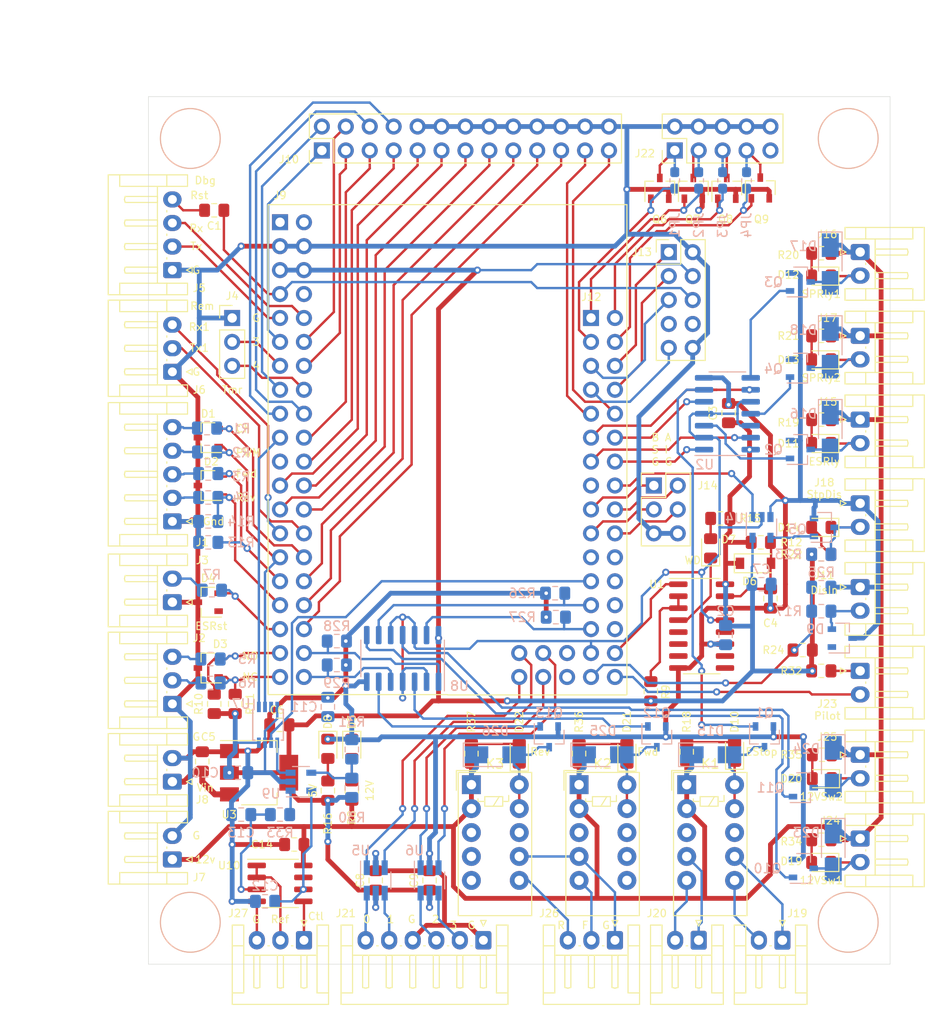
<source format=kicad_pcb>
(kicad_pcb (version 20171130) (host pcbnew "(5.1.5)-3")
  (layers (0 F.Cu signal) (31 B.Cu signal) (34 B.Paste user) (35 F.Paste user) (36 B.SilkS user) (37 F.SilkS user) (38 B.Mask user) (39 F.Mask user) (44 Edge.Cuts user))
  (net 0 "")
  (net 1 /RstIn)
  (net 2 /Reset)
  (net 3 GND)
  (net 4 /Vin)
  (net 5 +5V)
  (net 6 /ChgPump)
  (net 7 /PWM)
  (net 8 /SpFwd)
  (net 9 /SpRev)
  (net 10 /Led12R)
  (net 11 /Led5R)
  (net 12 /Tx)
  (net 13 /RevIn)
  (net 14 /Pin9)
  (net 15 /OC4A)
  (net 16 /OC3A)
  (net 17 /Pin15)
  (net 18 /Tx1)
  (net 19 /EStopNO)
  (net 20 /Pin4)
  (net 21 /Pin1)
  (net 22 /Pin10)
  (net 23 /Pin17)
  (net 24 /Pin7)
  (net 25 /Rx1)
  (net 26 /Pin2)
  (net 27 /FwdIn)
  (net 28 /Pin5)
  (net 29 /Pin16)
  (net 30 /Pin3)
  (net 31 /EStopRst)
  (net 32 /Rx)
  (net 33 /FastPwm)
  (net 34 /EStopNC)
  (net 35 /Pin8)
  (net 36 /Pin6)
  (net 37 /Pin11)
  (net 38 /Pin14)
  (net 39 /Ext2Ctl)
  (net 40 /Ext1Ctl)
  (net 41 /Ext0Ctl)
  (net 42 /Ext3Ctl)
  (net 43 /Ctl1Out)
  (net 44 /Ctl3Out)
  (net 45 /Ctl4Out)
  (net 46 /TMS)
  (net 47 /Ctl2Out)
  (net 48 /WD)
  (net 49 /Index)
  (net 50 /ProcStepDis)
  (net 51 /A)
  (net 52 /Pilot)
  (net 53 /ProcEStopRly)
  (net 54 /Pin13)
  (net 55 /ProcEStopSig)
  (net 56 /Sw12V2)
  (net 57 /TDI)
  (net 58 /TCK)
  (net 59 /Sw12V1)
  (net 60 /TDO)
  (net 61 /PwmSel)
  (net 62 /Sync)
  (net 63 /Pin12)
  (net 64 /B)
  (net 65 /SPRevIn)
  (net 66 /SPFwdIn)
  (net 67 /PWMIn)
  (net 68 /ChgPmpIn)
  (net 69 +12V)
  (net 70 /EStopNOIn)
  (net 71 /EStopNCIn)
  (net 72 /EStopRstIn)
  (net 73 /WDRC)
  (net 74 /WDLed)
  (net 75 /EStopRly)
  (net 76 /EStopSig0)
  (net 77 /EStopSigCom0)
  (net 78 /EStopSig1)
  (net 79 /EStopSigCom1)
  (net 80 /EStopSigOut)
  (net 81 /WDPU)
  (net 82 /WDOut)
  (net 83 /Ext0Buf)
  (net 84 /Ext1Buf)
  (net 85 /Ext2Buf)
  (net 86 /Ext3Buf)
  (net 87 /Ctl4)
  (net 88 /Ctl3)
  (net 89 /Ctl2)
  (net 90 /Ctl1)
  (net 91 /Fwd)
  (net 92 /Rev)
  (net 93 /Com)
  (net 94 /RefIn)
  (net 95 /CtlV)
  (net 96 /PilotR)
  (net 97 /PWMV+)
  (net 98 /PWMFilt)
  (net 99 /SpRly1Drv)
  (net 100 /SpRly2Drv)
  (net 101 /FwdDrv)
  (net 102 /RevDrv)
  (net 103 /ExtStepDis)
  (net 104 /StepDisDrv)
  (net 105 /EStopRlyOut)
  (net 106 /SpindleRlyOut1)
  (net 107 /SpindleRlyOut2)
  (net 108 /StepDis)
  (net 109 /FWDCtl)
  (net 110 /RevCtl)
  (net 111 /PWMRef)
  (net 112 /PWMOut)
  (net 113 /PWMSig)
  (net 114 /Sw12V1Drv)
  (net 115 /Sw12V2Drv)
  (net 116 /Sw12V1Out)
  (net 117 /Sw12V2Out)
  (net 118 /Sp1R)
  (net 119 /Sp2R)
  (net 120 /DsR)
  (net 121 /FwR)
  (net 122 /RvR)
  (net 123 /SW1R)
  (net 124 /SW2R)
  (net 125 /WDR)
  (net 126 /ESSR)
  (net 127 /ESRR)
  (net 128 /EStopRlyExt)
  (net 129 /ProcSpdlRly2)
  (net 130 /ProcSpdlRly1)
  (net 131 /StepDisIn)
  (module Resistor_SMD:R_0805_2012Metric_Pad1.15x1.40mm_HandSolder (layer B.Cu) (at 159.7025 114.935 180)
    (fp_text reference R25 (at 0 1.5875 180) (layer B.SilkS) (effects (justify mirror)))
    (fp_text value 10k)
    (pad 2 smd roundrect (at 1.025 0 180) (size 1.15 1.4) (layers B.Cu B.Paste B.Mask) (roundrect_rratio 0.217391) (net 103 /ExtStepDis))
    (pad 1 smd roundrect (at -1.025 0 180) (size 1.15 1.4) (layers B.Cu B.Paste B.Mask) (roundrect_rratio 0.217391) (net 3 GND))
  )
  (module Package_TO_SOT_SMD:SOT-23-5 (layer B.Cu) (at 153.3525 108.585 270)
    (fp_text reference U4 (at -0.9525 2.8575 180) (layer B.SilkS) (effects (justify mirror)))
    (fp_text value 74LVC1G08)
    (pad 5 smd rect (at 1.1 0.95 270) (size 1.06 0.65) (layers B.Cu B.Paste B.Mask) (net 5 +5V))
    (pad 4 smd rect (at 1.1 -0.95 270) (size 1.06 0.65) (layers B.Cu B.Paste B.Mask) (net 108 /StepDis))
    (pad 3 smd rect (at -1.1 -0.95 270) (size 1.06 0.65) (layers B.Cu B.Paste B.Mask) (net 3 GND))
    (pad 2 smd rect (at -1.1 0 270) (size 1.06 0.65) (layers B.Cu B.Paste B.Mask) (net 82 /WDOut))
    (pad 1 smd rect (at -1.1 0.95 270) (size 1.06 0.65) (layers B.Cu B.Paste B.Mask) (net 50 /ProcStepDis))
  )
  (module Resistor_SMD:R_0805_2012Metric_Pad1.15x1.40mm_HandSolder (layer B.Cu) (at 159.7025 117.475)
    (fp_text reference R17 (at -3.4925 0) (layer B.SilkS) (effects (justify mirror)))
    (fp_text value 200)
    (pad 2 smd roundrect (at 1.025 0) (size 1.15 1.4) (layers B.Cu B.Paste B.Mask) (roundrect_rratio 0.217391) (net 131 /StepDisIn))
    (pad 1 smd roundrect (at -1.025 0) (size 1.15 1.4) (layers B.Cu B.Paste B.Mask) (roundrect_rratio 0.217391) (net 103 /ExtStepDis))
  )
  (module 0MiscParts:SOT-23-Handsoldering (layer B.Cu) (at 161.925 120.3325)
    (fp_text reference D9 (at -2.8575 -0.9525) (layer B.SilkS) (effects (justify mirror)))
    (fp_text value D_Zener_x2_ACom_KKA)
    (pad 3 smd rect (at 1.1 0) (size 0.9 0.6) (layers B.Cu B.Paste B.Mask) (net 3 GND))
    (pad 2 smd rect (at -1.1 -0.95) (size 0.9 0.6) (layers B.Cu B.Paste B.Mask) (net 131 /StepDisIn))
    (pad 1 smd rect (at -1.1 0.95) (size 0.9 0.6) (layers B.Cu B.Paste B.Mask))
  )
  (module Resistor_SMD:R_0805_2012Metric_Pad1.15x1.40mm_HandSolder (layer B.Cu) (at 94.615 107.95)
    (fp_text reference R14 (at 3.4925 0) (layer B.SilkS) (effects (justify mirror)))
    (fp_text value 10k)
    (pad 2 smd roundrect (at 1.025 0) (size 1.15 1.4) (layers B.Cu B.Paste B.Mask) (roundrect_rratio 0.217391) (net 9 /SpRev))
    (pad 1 smd roundrect (at -1.025 0) (size 1.15 1.4) (layers B.Cu B.Paste B.Mask) (roundrect_rratio 0.217391) (net 3 GND))
  )
  (module Resistor_SMD:R_0805_2012Metric_Pad1.15x1.40mm_HandSolder (layer B.Cu) (at 94.615 110.1725)
    (fp_text reference R13 (at 3.4925 0) (layer B.SilkS) (effects (justify mirror)))
    (fp_text value 10k)
    (pad 2 smd roundrect (at 1.025 0) (size 1.15 1.4) (layers B.Cu B.Paste B.Mask) (roundrect_rratio 0.217391) (net 8 /SpFwd))
    (pad 1 smd roundrect (at -1.025 0) (size 1.15 1.4) (layers B.Cu B.Paste B.Mask) (roundrect_rratio 0.217391) (net 3 GND))
  )
  (module 0MiscParts:Relay_DPDT_Omron_G6S-2 (layer F.Cu) (at 122.555 135.89)
    (fp_text reference K3 (at 2.5 -2.2) (layer F.SilkS))
    (fp_text value G6S-2)
    (pad 11 thru_hole circle (at 5.08 2.54) (size 2 2) (drill 1) (layers *.Cu *.Mask) (net 102 /RevDrv))
    (pad 2 thru_hole circle (at 0 2.54) (size 2 2) (drill 1) (layers *.Cu *.Mask) (net 69 +12V))
    (pad 5 thru_hole circle (at 0 10.16) (size 2 2) (drill 1) (layers *.Cu *.Mask))
    (pad 8 thru_hole circle (at 5.08 10.16) (size 2 2) (drill 1) (layers *.Cu *.Mask) (net 92 /Rev))
    (pad 3 thru_hole circle (at 0 5.08) (size 2 2) (drill 1) (layers *.Cu *.Mask))
    (pad 1 thru_hole rect (at 0 0) (size 2 2) (drill 1) (layers *.Cu *.Mask) (net 69 +12V))
    (pad 10 thru_hole circle (at 5.08 5.08) (size 2 2) (drill 1) (layers *.Cu *.Mask))
    (pad 12 thru_hole circle (at 5.08 0) (size 2 2) (drill 1) (layers *.Cu *.Mask) (net 102 /RevDrv))
    (pad 4 thru_hole circle (at 0 7.62 270) (size 2 2) (drill 1) (layers *.Cu *.Mask))
    (pad 9 thru_hole circle (at 5.08 7.62 270) (size 2 2) (drill 1) (layers *.Cu *.Mask) (net 93 /Com))
  )
  (module 0MiscParts:Relay_DPDT_Omron_G6S-2 (layer F.Cu) (at 133.985 135.89)
    (fp_text reference K2 (at 2.5 -2.2) (layer F.SilkS))
    (fp_text value G6S-2)
    (pad 11 thru_hole circle (at 5.08 2.54) (size 2 2) (drill 1) (layers *.Cu *.Mask) (net 101 /FwdDrv))
    (pad 2 thru_hole circle (at 0 2.54) (size 2 2) (drill 1) (layers *.Cu *.Mask) (net 69 +12V))
    (pad 5 thru_hole circle (at 0 10.16) (size 2 2) (drill 1) (layers *.Cu *.Mask) (net 91 /Fwd))
    (pad 8 thru_hole circle (at 5.08 10.16) (size 2 2) (drill 1) (layers *.Cu *.Mask))
    (pad 3 thru_hole circle (at 0 5.08) (size 2 2) (drill 1) (layers *.Cu *.Mask))
    (pad 1 thru_hole rect (at 0 0) (size 2 2) (drill 1) (layers *.Cu *.Mask) (net 69 +12V))
    (pad 10 thru_hole circle (at 5.08 5.08) (size 2 2) (drill 1) (layers *.Cu *.Mask))
    (pad 12 thru_hole circle (at 5.08 0) (size 2 2) (drill 1) (layers *.Cu *.Mask) (net 101 /FwdDrv))
    (pad 4 thru_hole circle (at 0 7.62 270) (size 2 2) (drill 1) (layers *.Cu *.Mask) (net 93 /Com))
    (pad 9 thru_hole circle (at 5.08 7.62 270) (size 2 2) (drill 1) (layers *.Cu *.Mask))
  )
  (module 0MiscParts:Relay_DPDT_Omron_G6S-2 (layer F.Cu) (at 145.415 135.89)
    (fp_text reference K1 (at 2.5 -2.2) (layer F.SilkS))
    (fp_text value G6S-2)
    (pad 11 thru_hole circle (at 5.08 2.54) (size 2 2) (drill 1) (layers *.Cu *.Mask) (net 75 /EStopRly))
    (pad 2 thru_hole circle (at 0 2.54) (size 2 2) (drill 1) (layers *.Cu *.Mask) (net 69 +12V))
    (pad 5 thru_hole circle (at 0 10.16) (size 2 2) (drill 1) (layers *.Cu *.Mask) (net 78 /EStopSig1))
    (pad 8 thru_hole circle (at 5.08 10.16) (size 2 2) (drill 1) (layers *.Cu *.Mask) (net 76 /EStopSig0))
    (pad 3 thru_hole circle (at 0 5.08) (size 2 2) (drill 1) (layers *.Cu *.Mask))
    (pad 1 thru_hole rect (at 0 0) (size 2 2) (drill 1) (layers *.Cu *.Mask) (net 69 +12V))
    (pad 10 thru_hole circle (at 5.08 5.08) (size 2 2) (drill 1) (layers *.Cu *.Mask))
    (pad 12 thru_hole circle (at 5.08 0) (size 2 2) (drill 1) (layers *.Cu *.Mask) (net 75 /EStopRly))
    (pad 4 thru_hole circle (at 0 7.62 270) (size 2 2) (drill 1) (layers *.Cu *.Mask) (net 79 /EStopSigCom1))
    (pad 9 thru_hole circle (at 5.08 7.62 270) (size 2 2) (drill 1) (layers *.Cu *.Mask) (net 77 /EStopSigCom0))
  )
  (module 0MiscParts:MegaProMiniL (layer F.Cu) (at 120.015 100.33)
    (fp_text reference J9 (at -17.78 -26.9875) (layer F.SilkS) (effects (font (size 0.8 0.8) (thickness 0.12))))
    (fp_text value MegaProMiniL)
    (pad 4 thru_hole oval (at -15.24 -21.59) (size 1.7 1.7) (drill 1) (layers *.Cu *.Mask) (net 3 GND))
    (pad 6 thru_hole oval (at -15.24 -19.05) (size 1.7 1.7) (drill 1) (layers *.Cu *.Mask) (net 5 +5V))
    (pad 7 thru_hole oval (at -17.78 -16.51) (size 1.7 1.7) (drill 1) (layers *.Cu *.Mask) (net 2 /Reset))
    (pad 8 thru_hole oval (at -15.24 -16.51) (size 1.7 1.7) (drill 1) (layers *.Cu *.Mask))
    (pad 1 thru_hole rect (at -17.78 -24.13) (size 1.7 1.7) (drill 1) (layers *.Cu *.Mask))
    (pad 9 thru_hole oval (at -17.78 -13.97) (size 1.7 1.7) (drill 1) (layers *.Cu *.Mask) (net 12 /Tx))
    (pad 2 thru_hole oval (at -15.24 -24.13) (size 1.7 1.7) (drill 1) (layers *.Cu *.Mask))
    (pad 3 thru_hole oval (at -17.78 -21.59) (size 1.7 1.7) (drill 1) (layers *.Cu *.Mask) (net 3 GND))
    (pad 5 thru_hole oval (at -17.78 -19.05) (size 1.7 1.7) (drill 1) (layers *.Cu *.Mask) (net 5 +5V))
    (pad 40 thru_hole oval (at -15.24 24.13) (size 1.7 1.7) (drill 1) (layers *.Cu *.Mask) (net 13 /RevIn))
    (pad 32 thru_hole oval (at -15.24 13.97) (size 1.7 1.7) (drill 1) (layers *.Cu *.Mask) (net 14 /Pin9))
    (pad 16 thru_hole oval (at -15.24 -6.35) (size 1.7 1.7) (drill 1) (layers *.Cu *.Mask) (net 15 /OC4A))
    (pad 13 thru_hole oval (at -17.78 -8.89) (size 1.7 1.7) (drill 1) (layers *.Cu *.Mask) (net 16 /OC3A))
    (pad 30 thru_hole oval (at -15.24 11.43) (size 1.7 1.7) (drill 1) (layers *.Cu *.Mask) (net 6 /ChgPump))
    (pad 12 thru_hole oval (at -15.24 -11.43) (size 1.7 1.7) (drill 1) (layers *.Cu *.Mask) (net 17 /Pin15))
    (pad 28 thru_hole oval (at -15.24 8.89) (size 1.7 1.7) (drill 1) (layers *.Cu *.Mask) (net 18 /Tx1))
    (pad 37 thru_hole oval (at -17.78 21.59) (size 1.7 1.7) (drill 1) (layers *.Cu *.Mask) (net 19 /EStopNO))
    (pad 22 thru_hole oval (at -15.24 1.27) (size 1.7 1.7) (drill 1) (layers *.Cu *.Mask) (net 20 /Pin4))
    (pad 11 thru_hole oval (at -17.78 -11.43) (size 1.7 1.7) (drill 1) (layers *.Cu *.Mask) (net 21 /Pin1))
    (pad 34 thru_hole oval (at -15.24 16.51) (size 1.7 1.7) (drill 1) (layers *.Cu *.Mask) (net 22 /Pin10))
    (pad 17 thru_hole oval (at -17.78 -3.81) (size 1.7 1.7) (drill 1) (layers *.Cu *.Mask) (net 23 /Pin17))
    (pad 25 thru_hole oval (at -17.78 6.35) (size 1.7 1.7) (drill 1) (layers *.Cu *.Mask) (net 24 /Pin7))
    (pad 31 thru_hole oval (at -17.78 13.97) (size 1.7 1.7) (drill 1) (layers *.Cu *.Mask) (net 8 /SpFwd))
    (pad 27 thru_hole oval (at -17.78 8.89) (size 1.7 1.7) (drill 1) (layers *.Cu *.Mask) (net 25 /Rx1))
    (pad 14 thru_hole oval (at -15.24 -8.89) (size 1.7 1.7) (drill 1) (layers *.Cu *.Mask) (net 26 /Pin2))
    (pad 38 thru_hole oval (at -15.24 21.59) (size 1.7 1.7) (drill 1) (layers *.Cu *.Mask) (net 27 /FwdIn))
    (pad 23 thru_hole oval (at -17.78 3.81) (size 1.7 1.7) (drill 1) (layers *.Cu *.Mask) (net 28 /Pin5))
    (pad 18 thru_hole oval (at -15.24 -3.81) (size 1.7 1.7) (drill 1) (layers *.Cu *.Mask) (net 29 /Pin16))
    (pad 33 thru_hole oval (at -17.78 16.51) (size 1.7 1.7) (drill 1) (layers *.Cu *.Mask) (net 9 /SpRev))
    (pad 20 thru_hole oval (at -15.24 -1.27) (size 1.7 1.7) (drill 1) (layers *.Cu *.Mask) (net 30 /Pin3))
    (pad 35 thru_hole oval (at -17.78 19.05) (size 1.7 1.7) (drill 1) (layers *.Cu *.Mask) (net 31 /EStopRst))
    (pad 10 thru_hole oval (at -15.24 -13.97) (size 1.7 1.7) (drill 1) (layers *.Cu *.Mask) (net 32 /Rx))
    (pad 19 thru_hole oval (at -17.78 -1.27) (size 1.7 1.7) (drill 1) (layers *.Cu *.Mask) (net 33 /FastPwm))
    (pad 29 thru_hole oval (at -17.78 11.43) (size 1.7 1.7) (drill 1) (layers *.Cu *.Mask) (net 7 /PWM))
    (pad 39 thru_hole oval (at -17.78 24.13) (size 1.7 1.7) (drill 1) (layers *.Cu *.Mask) (net 34 /EStopNC))
    (pad 26 thru_hole oval (at -15.24 6.35) (size 1.7 1.7) (drill 1) (layers *.Cu *.Mask) (net 35 /Pin8))
    (pad 24 thru_hole oval (at -15.24 3.81) (size 1.7 1.7) (drill 1) (layers *.Cu *.Mask) (net 36 /Pin6))
    (pad 36 thru_hole oval (at -15.24 19.05) (size 1.7 1.7) (drill 1) (layers *.Cu *.Mask) (net 37 /Pin11))
    (pad 15 thru_hole oval (at -17.78 -6.35) (size 1.7 1.7) (drill 1) (layers *.Cu *.Mask) (net 38 /Pin14))
    (pad 21 thru_hole oval (at -17.78 1.27) (size 1.7 1.7) (drill 1) (layers *.Cu *.Mask))
  )
  (module 0MiscParts:MegaProMiniR (layer F.Cu) (at 120.015 100.33)
    (fp_text reference J12 (at 15.267501 -16.1925) (layer F.SilkS) (effects (font (size 0.8 0.8) (thickness 0.12))))
    (fp_text value MegaProMiniR)
    (pad 78 thru_hole oval (at 7.62 24.13) (size 1.7 1.7) (drill 1) (layers *.Cu *.Mask) (net 41 /Ext0Ctl))
    (pad 77 thru_hole oval (at 7.62 21.59) (size 1.7 1.7) (drill 1) (layers *.Cu *.Mask) (net 40 /Ext1Ctl))
    (pad 76 thru_hole oval (at 10.16 24.13) (size 1.7 1.7) (drill 1) (layers *.Cu *.Mask) (net 39 /Ext2Ctl))
    (pad 75 thru_hole oval (at 10.16 21.59) (size 1.7 1.7) (drill 1) (layers *.Cu *.Mask) (net 42 /Ext3Ctl))
    (pad 73 thru_hole oval (at 12.7 21.59) (size 1.7 1.7) (drill 1) (layers *.Cu *.Mask))
    (pad 74 thru_hole oval (at 12.7 24.13) (size 1.7 1.7) (drill 1) (layers *.Cu *.Mask))
    (pad 43 thru_hole oval (at 15.24 -11.43) (size 1.7 1.7) (drill 1) (layers *.Cu *.Mask) (net 43 /Ctl1Out))
    (pad 42 thru_hole oval (at 17.78 -13.97) (size 1.7 1.7) (drill 1) (layers *.Cu *.Mask) (net 44 /Ctl3Out))
    (pad 44 thru_hole oval (at 17.78 -11.43) (size 1.7 1.7) (drill 1) (layers *.Cu *.Mask) (net 45 /Ctl4Out))
    (pad 45 thru_hole oval (at 15.24 -8.89) (size 1.7 1.7) (drill 1) (layers *.Cu *.Mask) (net 46 /TMS))
    (pad 41 thru_hole rect (at 15.24 -13.97) (size 1.7 1.7) (drill 1) (layers *.Cu *.Mask) (net 47 /Ctl2Out))
    (pad 71 thru_hole oval (at 15.24 24.13) (size 1.7 1.7) (drill 1) (layers *.Cu *.Mask) (net 103 /ExtStepDis))
    (pad 64 thru_hole oval (at 17.78 13.97) (size 1.7 1.7) (drill 1) (layers *.Cu *.Mask))
    (pad 69 thru_hole oval (at 15.24 21.59) (size 1.7 1.7) (drill 1) (layers *.Cu *.Mask) (net 82 /WDOut))
    (pad 70 thru_hole oval (at 17.78 21.59) (size 1.7 1.7) (drill 1) (layers *.Cu *.Mask) (net 48 /WD))
    (pad 58 thru_hole oval (at 17.78 6.35) (size 1.7 1.7) (drill 1) (layers *.Cu *.Mask) (net 51 /A))
    (pad 53 thru_hole oval (at 15.24 1.27) (size 1.7 1.7) (drill 1) (layers *.Cu *.Mask) (net 129 /ProcSpdlRly2))
    (pad 56 thru_hole oval (at 17.78 3.81) (size 1.7 1.7) (drill 1) (layers *.Cu *.Mask) (net 50 /ProcStepDis))
    (pad 66 thru_hole oval (at 17.78 16.51) (size 1.7 1.7) (drill 1) (layers *.Cu *.Mask))
    (pad 72 thru_hole oval (at 17.78 24.13) (size 1.7 1.7) (drill 1) (layers *.Cu *.Mask) (net 52 /Pilot))
    (pad 54 thru_hole oval (at 17.78 1.27) (size 1.7 1.7) (drill 1) (layers *.Cu *.Mask) (net 53 /ProcEStopRly))
    (pad 50 thru_hole oval (at 17.78 -3.81) (size 1.7 1.7) (drill 1) (layers *.Cu *.Mask) (net 54 /Pin13))
    (pad 51 thru_hole oval (at 15.24 -1.27) (size 1.7 1.7) (drill 1) (layers *.Cu *.Mask) (net 130 /ProcSpdlRly1))
    (pad 60 thru_hole oval (at 17.78 8.89) (size 1.7 1.7) (drill 1) (layers *.Cu *.Mask) (net 49 /Index))
    (pad 61 thru_hole oval (at 15.24 11.43) (size 1.7 1.7) (drill 1) (layers *.Cu *.Mask))
    (pad 67 thru_hole oval (at 15.24 19.05) (size 1.7 1.7) (drill 1) (layers *.Cu *.Mask) (net 56 /Sw12V2))
    (pad 47 thru_hole oval (at 15.24 -6.35) (size 1.7 1.7) (drill 1) (layers *.Cu *.Mask) (net 57 /TDI))
    (pad 62 thru_hole oval (at 17.78 11.43) (size 1.7 1.7) (drill 1) (layers *.Cu *.Mask))
    (pad 59 thru_hole oval (at 15.24 8.89) (size 1.7 1.7) (drill 1) (layers *.Cu *.Mask) (net 62 /Sync))
    (pad 68 thru_hole oval (at 17.78 19.05) (size 1.7 1.7) (drill 1) (layers *.Cu *.Mask))
    (pad 46 thru_hole oval (at 17.78 -8.89) (size 1.7 1.7) (drill 1) (layers *.Cu *.Mask) (net 58 /TCK))
    (pad 65 thru_hole oval (at 15.24 16.51) (size 1.7 1.7) (drill 1) (layers *.Cu *.Mask) (net 59 /Sw12V1))
    (pad 48 thru_hole oval (at 17.78 -6.35) (size 1.7 1.7) (drill 1) (layers *.Cu *.Mask) (net 60 /TDO))
    (pad 63 thru_hole oval (at 15.24 13.97) (size 1.7 1.7) (drill 1) (layers *.Cu *.Mask) (net 61 /PwmSel))
    (pad 57 thru_hole oval (at 15.24 6.35) (size 1.7 1.7) (drill 1) (layers *.Cu *.Mask) (net 64 /B))
    (pad 49 thru_hole oval (at 15.24 -3.81) (size 1.7 1.7) (drill 1) (layers *.Cu *.Mask) (net 63 /Pin12))
    (pad 52 thru_hole oval (at 17.78 -1.27) (size 1.7 1.7) (drill 1) (layers *.Cu *.Mask) (net 55 /ProcEStopSig))
    (pad 55 thru_hole oval (at 15.24 3.81) (size 1.7 1.7) (drill 1) (layers *.Cu *.Mask))
  )
  (module 0MiscParts:JST_EH_S5B-EH_1x05_P2.50mm_Horizontal (layer F.Cu) (at 90.805 107.95 90)
    (fp_text reference J1 (at -2.2225 3.175 180) (layer F.SilkS) (effects (font (size 0.8 0.8) (thickness 0.12))))
    (fp_text value "Control JST5H")
    (pad 5 thru_hole oval (at 10 0 90) (size 1.7 1.95) (drill 0.95) (layers *.Cu *.Mask) (net 68 /ChgPmpIn))
    (pad 4 thru_hole oval (at 7.5 0 90) (size 1.7 1.95) (drill 0.95) (layers *.Cu *.Mask) (net 67 /PWMIn))
    (pad 3 thru_hole oval (at 5 0 90) (size 1.7 1.95) (drill 0.95) (layers *.Cu *.Mask) (net 66 /SPFwdIn))
    (pad 2 thru_hole oval (at 2.5 0 90) (size 1.7 1.95) (drill 0.95) (layers *.Cu *.Mask) (net 65 /SPRevIn))
    (pad 1 thru_hole roundrect (at 0 0 90) (size 1.7 1.95) (drill 0.95) (layers *.Cu *.Mask) (roundrect_rratio 0.147059) (net 3 GND))
  )
  (module Connector_PinHeader_2.54mm:PinHeader_2x05_P2.54mm_Vertical (layer F.Cu) (at 144.145 68.58 90)
    (fp_text reference J22 (at -0.3175 -3.175 180) (layer F.SilkS) (effects (font (size 0.8 0.8) (thickness 0.12))))
    (fp_text value Conn_02x05_Odd_Even)
    (pad 10 thru_hole oval (at 2.54 10.16 90) (size 1.7 1.7) (drill 1) (layers *.Cu *.Mask) (net 3 GND))
    (pad 9 thru_hole oval (at 0 10.16 90) (size 1.7 1.7) (drill 1) (layers *.Cu *.Mask))
    (pad 8 thru_hole oval (at 2.54 7.62 90) (size 1.7 1.7) (drill 1) (layers *.Cu *.Mask) (net 3 GND))
    (pad 7 thru_hole oval (at 0 7.62 90) (size 1.7 1.7) (drill 1) (layers *.Cu *.Mask) (net 87 /Ctl4))
    (pad 6 thru_hole oval (at 2.54 5.08 90) (size 1.7 1.7) (drill 1) (layers *.Cu *.Mask) (net 3 GND))
    (pad 5 thru_hole oval (at 0 5.08 90) (size 1.7 1.7) (drill 1) (layers *.Cu *.Mask) (net 88 /Ctl3))
    (pad 4 thru_hole oval (at 2.54 2.54 90) (size 1.7 1.7) (drill 1) (layers *.Cu *.Mask) (net 3 GND))
    (pad 3 thru_hole oval (at 0 2.54 90) (size 1.7 1.7) (drill 1) (layers *.Cu *.Mask) (net 89 /Ctl2))
    (pad 2 thru_hole oval (at 2.54 0 90) (size 1.7 1.7) (drill 1) (layers *.Cu *.Mask) (net 3 GND))
    (pad 1 thru_hole rect (at 0 0 90) (size 1.7 1.7) (drill 1) (layers *.Cu *.Mask) (net 90 /Ctl1))
  )
  (module 0MiscParts:JST_EH_S2B-EH_1x02_P2.50mm_Horizontal (layer F.Cu) (at 163.83 114.9223 270)
    (fp_text reference J11 (at -1.2573 3.81 180) (layer F.SilkS) (effects (font (size 0.8 0.8) (thickness 0.12))))
    (fp_text value "Ext Step Disable JST2H")
    (pad 2 thru_hole oval (at 2.5 0 270) (size 1.7 2) (drill 1) (layers *.Cu *.Mask) (net 131 /StepDisIn))
    (pad 1 thru_hole roundrect (at 0 0 270) (size 1.7 2) (drill 1) (layers *.Cu *.Mask) (roundrect_rratio 0.147059) (net 3 GND))
  )
  (module 0MiscParts:JST_EH_S2B-EH_1x02_P2.50mm_Horizontal (layer F.Cu) (at 90.805 135.5725 90)
    (fp_text reference J8 (at -1.905 3.175 180) (layer F.SilkS) (effects (font (size 0.8 0.8) (thickness 0.12))))
    (fp_text value "PwrIn JST2H")
    (pad 2 thru_hole oval (at 2.5 0 90) (size 1.7 2) (drill 1) (layers *.Cu *.Mask) (net 3 GND))
    (pad 1 thru_hole roundrect (at 0 0 90) (size 1.7 2) (drill 1) (layers *.Cu *.Mask) (roundrect_rratio 0.147059) (net 4 /Vin))
  )
  (module 0MiscParts:JST_EH_S2B-EH_1x02_P2.50mm_Horizontal (layer F.Cu) (at 90.805 143.8275 90)
    (fp_text reference J7 (at -1.905 2.8575 180) (layer F.SilkS) (effects (font (size 0.8 0.8) (thickness 0.12))))
    (fp_text value "12VIn JST2H")
    (pad 2 thru_hole oval (at 2.5 0 90) (size 1.7 2) (drill 1) (layers *.Cu *.Mask) (net 3 GND))
    (pad 1 thru_hole roundrect (at 0 0 90) (size 1.7 2) (drill 1) (layers *.Cu *.Mask) (roundrect_rratio 0.147059) (net 69 +12V))
  )
  (module 0MiscParts:JST_EH_S3B-EH_1x03_P2.50mm_Horizontal (layer F.Cu) (at 90.805 92.075 90)
    (fp_text reference J6 (at -1.905 2.8575 180) (layer F.SilkS) (effects (font (size 0.8 0.8) (thickness 0.12))))
    (fp_text value "RemPort JST3H")
    (pad 3 thru_hole oval (at 5 0 90) (size 1.7 1.95) (drill 0.95) (layers *.Cu *.Mask) (net 25 /Rx1))
    (pad 2 thru_hole oval (at 2.5 0 90) (size 1.7 1.95) (drill 0.95) (layers *.Cu *.Mask) (net 18 /Tx1))
    (pad 1 thru_hole roundrect (at 0 0 90) (size 1.7 1.95) (drill 0.95) (layers *.Cu *.Mask) (roundrect_rratio 0.147059) (net 3 GND))
  )
  (module 0MiscParts:JST_EH_S4B-EH_1x04_P2.50mm_Horizontal (layer F.Cu) (at 90.805 81.28 90)
    (fp_text reference J5 (at -1.905 2.8575 180) (layer F.SilkS) (effects (font (size 0.8 0.8) (thickness 0.12))))
    (fp_text value "DbgPort JST4H")
    (pad 4 thru_hole oval (at 7.5 0 90) (size 1.7 1.95) (drill 0.95) (layers *.Cu *.Mask) (net 1 /RstIn))
    (pad 3 thru_hole oval (at 5 0 90) (size 1.7 1.95) (drill 0.95) (layers *.Cu *.Mask) (net 32 /Rx))
    (pad 2 thru_hole oval (at 2.5 0 90) (size 1.7 1.95) (drill 0.95) (layers *.Cu *.Mask) (net 12 /Tx))
    (pad 1 thru_hole roundrect (at 0 0 90) (size 1.7 1.95) (drill 0.95) (layers *.Cu *.Mask) (roundrect_rratio 0.147059) (net 3 GND))
  )
  (module 0MiscParts:JST_EH_S2B-EH_1x02_P2.50mm_Horizontal (layer F.Cu) (at 90.805 116.5225 90)
    (fp_text reference J3 (at 4.445 3.175 180) (layer F.SilkS) (effects (font (size 0.8 0.8) (thickness 0.12))))
    (fp_text value "EStop Rst JST2H")
    (pad 2 thru_hole oval (at 2.5 0 90) (size 1.7 2) (drill 1) (layers *.Cu *.Mask) (net 72 /EStopRstIn))
    (pad 1 thru_hole roundrect (at 0 0 90) (size 1.7 2) (drill 1) (layers *.Cu *.Mask) (roundrect_rratio 0.147059) (net 3 GND))
  )
  (module 0MiscParts:JST_EH_S3B-EH_1x03_P2.50mm_Horizontal (layer F.Cu) (at 90.805 127.3175 90)
    (fp_text reference J2 (at 6.985 2.8575 180) (layer F.SilkS) (effects (font (size 0.8 0.8) (thickness 0.12))))
    (fp_text value "EStop JST3H")
    (pad 3 thru_hole oval (at 5 0 90) (size 1.7 1.95) (drill 0.95) (layers *.Cu *.Mask) (net 70 /EStopNOIn))
    (pad 2 thru_hole oval (at 2.5 0 90) (size 1.7 1.95) (drill 0.95) (layers *.Cu *.Mask) (net 71 /EStopNCIn))
    (pad 1 thru_hole roundrect (at 0 0 90) (size 1.7 1.95) (drill 0.95) (layers *.Cu *.Mask) (roundrect_rratio 0.147059) (net 3 GND))
  )
  (module 0MiscParts:JST_EH_S3B-EH_1x03_P2.50mm_Horizontal (layer F.Cu) (at 104.775 152.4 180)
    (fp_text reference J27 (at 6.985 2.8575) (layer F.SilkS) (effects (font (size 0.8 0.8) (thickness 0.12))))
    (fp_text value "VFD Ctl JST3H")
    (pad 3 thru_hole oval (at 5 0 180) (size 1.7 1.95) (drill 0.95) (layers *.Cu *.Mask) (net 3 GND))
    (pad 2 thru_hole oval (at 2.5 0 180) (size 1.7 1.95) (drill 0.95) (layers *.Cu *.Mask) (net 94 /RefIn))
    (pad 1 thru_hole roundrect (at 0 0 180) (size 1.7 1.95) (drill 0.95) (layers *.Cu *.Mask) (roundrect_rratio 0.147059) (net 95 /CtlV))
  )
  (module 0MiscParts:JST_EH_S3B-EH_1x03_P2.50mm_Horizontal (layer F.Cu) (at 137.795 152.4 180)
    (fp_text reference J26 (at 6.985 2.8575) (layer F.SilkS) (effects (font (size 0.8 0.8) (thickness 0.12))))
    (fp_text value "VFD Dir JST3H")
    (pad 3 thru_hole oval (at 5 0 180) (size 1.7 1.95) (drill 0.95) (layers *.Cu *.Mask) (net 92 /Rev))
    (pad 2 thru_hole oval (at 2.5 0 180) (size 1.7 1.95) (drill 0.95) (layers *.Cu *.Mask) (net 91 /Fwd))
    (pad 1 thru_hole roundrect (at 0 0 180) (size 1.7 1.95) (drill 0.95) (layers *.Cu *.Mask) (roundrect_rratio 0.147059) (net 93 /Com))
  )
  (module 0MiscParts:JST_EH_S2B-EH_1x02_P2.50mm_Horizontal (layer F.Cu) (at 163.83 123.8123 270)
    (fp_text reference J23 (at 3.5052 3.4925 180) (layer F.SilkS) (effects (font (size 0.8 0.8) (thickness 0.12))))
    (fp_text value "Pilot JST2H")
    (pad 2 thru_hole oval (at 2.5 0 270) (size 1.7 2) (drill 1) (layers *.Cu *.Mask) (net 52 /Pilot))
    (pad 1 thru_hole roundrect (at 0 0 270) (size 1.7 2) (drill 1) (layers *.Cu *.Mask) (roundrect_rratio 0.147059) (net 96 /PilotR))
  )
  (module 0MiscParts:JST_EH_S2B-EH_1x02_P2.50mm_Horizontal (layer F.Cu) (at 163.83 132.715 270)
    (fp_text reference J25 (at -1.905 3.4925 180) (layer F.SilkS) (effects (font (size 0.8 0.8) (thickness 0.12))))
    (fp_text value "Sw 12v 2 JST2H")
    (pad 2 thru_hole oval (at 2.5 0 270) (size 1.7 2) (drill 1) (layers *.Cu *.Mask) (net 115 /Sw12V2Drv))
    (pad 1 thru_hole roundrect (at 0 0 270) (size 1.7 2) (drill 1) (layers *.Cu *.Mask) (roundrect_rratio 0.147059) (net 69 +12V))
  )
  (module 0MiscParts:JST_EH_S2B-EH_1x02_P2.50mm_Horizontal (layer F.Cu) (at 163.83 141.605 270)
    (fp_text reference J24 (at -1.905 3.175 180) (layer F.SilkS) (effects (font (size 0.8 0.8) (thickness 0.12))))
    (fp_text value "Sw 12v 1 JST2H")
    (pad 2 thru_hole oval (at 2.5 0 270) (size 1.7 2) (drill 1) (layers *.Cu *.Mask) (net 114 /Sw12V1Drv))
    (pad 1 thru_hole roundrect (at 0 0 270) (size 1.7 2) (drill 1) (layers *.Cu *.Mask) (roundrect_rratio 0.147059) (net 69 +12V))
  )
  (module 0MiscParts:JST_EH_S2B-EH_1x02_P2.50mm_Horizontal (layer F.Cu) (at 146.685 152.4 180)
    (fp_text reference J20 (at 4.445 2.8575) (layer F.SilkS) (effects (font (size 0.8 0.8) (thickness 0.12))))
    (fp_text value "EStop Sig1 JST2H")
    (pad 2 thru_hole oval (at 2.5 0 180) (size 1.7 2) (drill 1) (layers *.Cu *.Mask) (net 78 /EStopSig1))
    (pad 1 thru_hole roundrect (at 0 0 180) (size 1.7 2) (drill 1) (layers *.Cu *.Mask) (roundrect_rratio 0.147059) (net 79 /EStopSigCom1))
  )
  (module 0MiscParts:JST_EH_S2B-EH_1x02_P2.50mm_Horizontal (layer F.Cu) (at 155.575 152.4 180)
    (fp_text reference J19 (at -1.5875 2.8575) (layer F.SilkS) (effects (font (size 0.8 0.8) (thickness 0.12))))
    (fp_text value "EStop Sig0 JST2H")
    (pad 2 thru_hole oval (at 2.5 0 180) (size 1.7 2) (drill 1) (layers *.Cu *.Mask) (net 76 /EStopSig0))
    (pad 1 thru_hole roundrect (at 0 0 180) (size 1.7 2) (drill 1) (layers *.Cu *.Mask) (roundrect_rratio 0.147059) (net 77 /EStopSigCom0))
  )
  (module 0MiscParts:JST_EH_S2B-EH_1x02_P2.50mm_Horizontal (layer F.Cu) (at 163.83 106.0323 270)
    (fp_text reference J18 (at -2.2098 3.81 180) (layer F.SilkS) (effects (font (size 0.8 0.8) (thickness 0.12))))
    (fp_text value "Step Disable JST2H")
    (pad 2 thru_hole oval (at 2.5 0 270) (size 1.7 2) (drill 1) (layers *.Cu *.Mask) (net 104 /StepDisDrv))
    (pad 1 thru_hole roundrect (at 0 0 270) (size 1.7 2) (drill 1) (layers *.Cu *.Mask) (roundrect_rratio 0.147059) (net 3 GND))
  )
  (module 0MiscParts:JST_EH_S2B-EH_1x02_P2.50mm_Horizontal (layer F.Cu) (at 163.83 88.2523 270)
    (fp_text reference J17 (at -1.8923 3.4925 180) (layer F.SilkS) (effects (font (size 0.8 0.8) (thickness 0.12))))
    (fp_text value "Sp Rly 2 JST2H")
    (pad 2 thru_hole oval (at 2.5 0 270) (size 1.7 2) (drill 1) (layers *.Cu *.Mask) (net 100 /SpRly2Drv))
    (pad 1 thru_hole roundrect (at 0 0 270) (size 1.7 2) (drill 1) (layers *.Cu *.Mask) (roundrect_rratio 0.147059) (net 69 +12V))
  )
  (module 0MiscParts:JST_EH_S2B-EH_1x02_P2.50mm_Horizontal (layer F.Cu) (at 163.83 79.3623 270)
    (fp_text reference J16 (at -1.8923 3.4925 180) (layer F.SilkS) (effects (font (size 0.8 0.8) (thickness 0.12))))
    (fp_text value "Sp Rly 1 JST2H")
    (pad 2 thru_hole oval (at 2.5 0 270) (size 1.7 2) (drill 1) (layers *.Cu *.Mask) (net 99 /SpRly1Drv))
    (pad 1 thru_hole roundrect (at 0 0 270) (size 1.7 2) (drill 1) (layers *.Cu *.Mask) (roundrect_rratio 0.147059) (net 69 +12V))
  )
  (module 0MiscParts:JST_EH_S2B-EH_1x02_P2.50mm_Horizontal (layer F.Cu) (at 163.83 97.1423 270)
    (fp_text reference J15 (at -1.8923 3.4925 180) (layer F.SilkS) (effects (font (size 0.8 0.8) (thickness 0.12))))
    (fp_text value "EStop Rly JST2H")
    (pad 2 thru_hole oval (at 2.5 0 270) (size 1.7 2) (drill 1) (layers *.Cu *.Mask) (net 128 /EStopRlyExt))
    (pad 1 thru_hole roundrect (at 0 0 270) (size 1.7 2) (drill 1) (layers *.Cu *.Mask) (roundrect_rratio 0.147059) (net 69 +12V))
  )
  (module Resistor_SMD:R_0805_2012Metric_Pad1.15x1.40mm_HandSolder (layer F.Cu) (at 97.4725 127.3175 90)
    (fp_text reference R11 (at 0 1.5875 90) (layer F.SilkS) (effects (font (size 0.8 0.8) (thickness 0.12))))
    (fp_text value 10k)
    (pad 2 smd roundrect (at 1.025 0 90) (size 1.15 1.4) (layers F.Cu F.Paste F.Mask) (roundrect_rratio 0.217391) (net 34 /EStopNC))
    (pad 1 smd roundrect (at -1.025 0 90) (size 1.15 1.4) (layers F.Cu F.Paste F.Mask) (roundrect_rratio 0.217391) (net 5 +5V))
  )
  (module Resistor_SMD:R_0805_2012Metric_Pad1.15x1.40mm_HandSolder (layer F.Cu) (at 95.25 127.3175 90)
    (fp_text reference R10 (at 0 -1.65 90) (layer F.SilkS) (effects (font (size 0.8 0.8) (thickness 0.12))))
    (fp_text value 10k)
    (pad 2 smd roundrect (at 1.025 0 90) (size 1.15 1.4) (layers F.Cu F.Paste F.Mask) (roundrect_rratio 0.217391) (net 19 /EStopNO))
    (pad 1 smd roundrect (at -1.025 0 90) (size 1.15 1.4) (layers F.Cu F.Paste F.Mask) (roundrect_rratio 0.217391) (net 5 +5V))
  )
  (module Package_SO:SOIC-14_3.9x8.7mm_P1.27mm (layer B.Cu) (at 115.2525 122.49 90)
    (fp_text reference U8 (at -2.9225 6.0325 180) (layer B.SilkS) (effects (justify mirror)))
    (fp_text value 74LS08)
    (pad 14 smd roundrect (at 2.475 3.81 90) (size 1.95 0.6) (layers B.Cu B.Paste B.Mask) (net 5 +5V))
    (pad 13 smd roundrect (at 2.475 2.54 90) (size 1.95 0.6) (layers B.Cu B.Paste B.Mask) (net 56 /Sw12V2))
    (pad 12 smd roundrect (at 2.475 1.27 90) (size 1.95 0.6) (layers B.Cu B.Paste B.Mask) (net 82 /WDOut))
    (pad 11 smd roundrect (at 2.475 0 90) (size 1.95 0.6) (layers B.Cu B.Paste B.Mask) (net 117 /Sw12V2Out))
    (pad 10 smd roundrect (at 2.475 -1.27 90) (size 1.95 0.6) (layers B.Cu B.Paste B.Mask) (net 82 /WDOut))
    (pad 9 smd roundrect (at 2.475 -2.54 90) (size 1.95 0.6) (layers B.Cu B.Paste B.Mask) (net 59 /Sw12V1))
    (pad 8 smd roundrect (at 2.475 -3.81 90) (size 1.95 0.6) (layers B.Cu B.Paste B.Mask) (net 116 /Sw12V1Out))
    (pad 7 smd roundrect (at -2.475 -3.81 90) (size 1.95 0.6) (layers B.Cu B.Paste B.Mask) (net 3 GND))
    (pad 6 smd roundrect (at -2.475 -2.54 90) (size 1.95 0.6) (layers B.Cu B.Paste B.Mask) (net 110 /RevCtl))
    (pad 5 smd roundrect (at -2.475 -1.27 90) (size 1.95 0.6) (layers B.Cu B.Paste B.Mask) (net 13 /RevIn))
    (pad 4 smd roundrect (at -2.475 0 90) (size 1.95 0.6) (layers B.Cu B.Paste B.Mask) (net 82 /WDOut))
    (pad 3 smd roundrect (at -2.475 1.27 90) (size 1.95 0.6) (layers B.Cu B.Paste B.Mask) (net 109 /FWDCtl))
    (pad 2 smd roundrect (at -2.475 2.54 90) (size 1.95 0.6) (layers B.Cu B.Paste B.Mask) (net 82 /WDOut))
    (pad 1 smd roundrect (at -2.475 3.81 90) (size 1.95 0.6) (layers B.Cu B.Paste B.Mask) (net 27 /FwdIn))
  )
  (module 0MiscParts:SOT-23-Handsoldering (layer F.Cu) (at 94.615 116.525 180)
    (fp_text reference D4 (at 0 2.5425) (layer F.SilkS) (effects (font (size 0.8 0.8) (thickness 0.12))))
    (fp_text value D_Zener_x2_ACom_KKA)
    (pad 3 smd rect (at 1.1 0 180) (size 0.9 0.6) (layers F.Cu F.Paste F.Mask) (net 3 GND))
    (pad 2 smd rect (at -1.1 0.95 180) (size 0.9 0.6) (layers F.Cu F.Paste F.Mask) (net 31 /EStopRst))
    (pad 1 smd rect (at -1.1 -0.95 180) (size 0.9 0.6) (layers F.Cu F.Paste F.Mask))
  )
  (module 0MiscParts:SOT-23-Handsoldering (layer F.Cu) (at 94.615 123.5075 180)
    (fp_text reference D3 (at -1.27 2.54) (layer F.SilkS) (effects (font (size 0.8 0.8) (thickness 0.12))))
    (fp_text value D_Zener_x2_ACom_KKA)
    (pad 3 smd rect (at 1.1 0 180) (size 0.9 0.6) (layers F.Cu F.Paste F.Mask) (net 3 GND))
    (pad 2 smd rect (at -1.1 0.95 180) (size 0.9 0.6) (layers F.Cu F.Paste F.Mask) (net 19 /EStopNO))
    (pad 1 smd rect (at -1.1 -0.95 180) (size 0.9 0.6) (layers F.Cu F.Paste F.Mask) (net 34 /EStopNC))
  )
  (module 0MiscParts:SOT-23-Handsoldering (layer F.Cu) (at 94.615 104.14 180)
    (fp_text reference D2 (at -0.3175 2.54) (layer F.SilkS) (effects (font (size 0.8 0.8) (thickness 0.12))))
    (fp_text value D_Zener_x2_ACom_KKA)
    (pad 3 smd rect (at 1.1 0 180) (size 0.9 0.6) (layers F.Cu F.Paste F.Mask) (net 3 GND))
    (pad 2 smd rect (at -1.1 0.95 180) (size 0.9 0.6) (layers F.Cu F.Paste F.Mask) (net 8 /SpFwd))
    (pad 1 smd rect (at -1.1 -0.95 180) (size 0.9 0.6) (layers F.Cu F.Paste F.Mask) (net 9 /SpRev))
  )
  (module 0MiscParts:SOT-23-Handsoldering (layer F.Cu) (at 94.615 99.06 180)
    (fp_text reference D1 (at 0 2.54) (layer F.SilkS) (effects (font (size 0.8 0.8) (thickness 0.12))))
    (fp_text value D_Zener_x2_ACom_KKA)
    (pad 3 smd rect (at 1.1 0 180) (size 0.9 0.6) (layers F.Cu F.Paste F.Mask) (net 3 GND))
    (pad 2 smd rect (at -1.1 0.95 180) (size 0.9 0.6) (layers F.Cu F.Paste F.Mask) (net 6 /ChgPump))
    (pad 1 smd rect (at -1.1 -0.95 180) (size 0.9 0.6) (layers F.Cu F.Paste F.Mask) (net 7 /PWM))
  )
  (module 0MiscParts:D_SMA_Handsoldering (layer B.Cu) (at 125.095 132.715)
    (fp_text reference D26 (at 0 -2.54) (layer B.SilkS) (effects (justify mirror)))
    (fp_text value D_Schottky)
    (pad 2 smd rect (at 2 0) (size 2.5 1.8) (layers B.Cu B.Paste B.Mask) (net 102 /RevDrv))
    (pad 1 smd rect (at -2 0) (size 2.5 1.8) (layers B.Cu B.Paste B.Mask) (net 69 +12V))
  )
  (module 0MiscParts:D_SMA_Handsoldering (layer B.Cu) (at 136.525 132.715)
    (fp_text reference D25 (at 0 -2.54) (layer B.SilkS) (effects (justify mirror)))
    (fp_text value D_Schottky)
    (pad 2 smd rect (at 2 0) (size 2.5 1.8) (layers B.Cu B.Paste B.Mask) (net 101 /FwdDrv))
    (pad 1 smd rect (at -2 0) (size 2.5 1.8) (layers B.Cu B.Paste B.Mask) (net 69 +12V))
  )
  (module 0MiscParts:D_SMA_Handsoldering (layer B.Cu) (at 160.9725 133.985 270)
    (fp_text reference D24 (at -1.905 2.8575 180) (layer B.SilkS) (effects (justify mirror)))
    (fp_text value D_Schottky)
    (pad 2 smd rect (at 2 0 270) (size 2.5 1.8) (layers B.Cu B.Paste B.Mask) (net 115 /Sw12V2Drv))
    (pad 1 smd rect (at -2 0 270) (size 2.5 1.8) (layers B.Cu B.Paste B.Mask) (net 69 +12V))
  )
  (module 0MiscParts:D_SMA_Handsoldering (layer B.Cu) (at 160.9725 142.875 270)
    (fp_text reference D23 (at -1.905 2.8575 180) (layer B.SilkS) (effects (justify mirror)))
    (fp_text value D_Schottky)
    (pad 2 smd rect (at 2 0 270) (size 2.5 1.8) (layers B.Cu B.Paste B.Mask) (net 114 /Sw12V1Drv))
    (pad 1 smd rect (at -2 0 270) (size 2.5 1.8) (layers B.Cu B.Paste B.Mask) (net 69 +12V))
  )
  (module 0MiscParts:D_SMA_Handsoldering (layer B.Cu) (at 160.655 89.5223 270)
    (fp_text reference D18 (at -1.8923 2.8575) (layer B.SilkS) (effects (justify mirror)))
    (fp_text value D_Schottky)
    (pad 2 smd rect (at 2 0 270) (size 2.5 1.8) (layers B.Cu B.Paste B.Mask) (net 100 /SpRly2Drv))
    (pad 1 smd rect (at -2 0 270) (size 2.5 1.8) (layers B.Cu B.Paste B.Mask) (net 69 +12V))
  )
  (module 0MiscParts:D_SMA_Handsoldering (layer B.Cu) (at 160.655 80.6323 270)
    (fp_text reference D17 (at -1.8923 2.8575) (layer B.SilkS) (effects (justify mirror)))
    (fp_text value D_Schottky)
    (pad 2 smd rect (at 2 0 270) (size 2.5 1.8) (layers B.Cu B.Paste B.Mask) (net 99 /SpRly1Drv))
    (pad 1 smd rect (at -2 0 270) (size 2.5 1.8) (layers B.Cu B.Paste B.Mask) (net 69 +12V))
  )
  (module 0MiscParts:D_SMA_Handsoldering (layer B.Cu) (at 160.655 98.4123 270)
    (fp_text reference D16 (at -1.8923 2.8575 180) (layer B.SilkS) (effects (justify mirror)))
    (fp_text value D_Schottky)
    (pad 2 smd rect (at 2 0 270) (size 2.5 1.8) (layers B.Cu B.Paste B.Mask) (net 128 /EStopRlyExt))
    (pad 1 smd rect (at -2 0 270) (size 2.5 1.8) (layers B.Cu B.Paste B.Mask) (net 69 +12V))
  )
  (module 0MiscParts:D_SMA_Handsoldering (layer B.Cu) (at 147.955 132.715)
    (fp_text reference D15 (at 0 -2.54) (layer B.SilkS) (effects (justify mirror)))
    (fp_text value D_Schottky)
    (pad 2 smd rect (at 2 0) (size 2.5 1.8) (layers B.Cu B.Paste B.Mask) (net 75 /EStopRly))
    (pad 1 smd rect (at -2 0) (size 2.5 1.8) (layers B.Cu B.Paste B.Mask) (net 69 +12V))
  )
  (module 0MiscParts:SOT-23-Handsoldering (layer B.Cu) (at 130.81 130.81 270)
    (fp_text reference Q13 (at -2.54 0 180) (layer B.SilkS) (effects (justify mirror)))
    (fp_text value 2N7002)
    (pad 3 smd rect (at 1.1 0 270) (size 0.9 0.6) (layers B.Cu B.Paste B.Mask) (net 102 /RevDrv))
    (pad 2 smd rect (at -1.1 -0.95 270) (size 0.9 0.6) (layers B.Cu B.Paste B.Mask) (net 3 GND))
    (pad 1 smd rect (at -1.1 0.95 270) (size 0.9 0.6) (layers B.Cu B.Paste B.Mask) (net 110 /RevCtl))
  )
  (module 0MiscParts:SOT-23-Handsoldering (layer B.Cu) (at 157.7975 136.2075)
    (fp_text reference Q11 (at -3.4925 0) (layer B.SilkS) (effects (justify mirror)))
    (fp_text value 2N7002)
    (pad 3 smd rect (at 1.1 0) (size 0.9 0.6) (layers B.Cu B.Paste B.Mask) (net 115 /Sw12V2Drv))
    (pad 2 smd rect (at -1.1 -0.95) (size 0.9 0.6) (layers B.Cu B.Paste B.Mask) (net 3 GND))
    (pad 1 smd rect (at -1.1 0.95) (size 0.9 0.6) (layers B.Cu B.Paste B.Mask) (net 117 /Sw12V2Out))
  )
  (module 0MiscParts:SOT-23-Handsoldering (layer B.Cu) (at 157.7975 144.78)
    (fp_text reference Q10 (at -3.81 0) (layer B.SilkS) (effects (justify mirror)))
    (fp_text value 2N7002)
    (pad 3 smd rect (at 1.1 0) (size 0.9 0.6) (layers B.Cu B.Paste B.Mask) (net 114 /Sw12V1Drv))
    (pad 2 smd rect (at -1.1 -0.95) (size 0.9 0.6) (layers B.Cu B.Paste B.Mask) (net 3 GND))
    (pad 1 smd rect (at -1.1 0.95) (size 0.9 0.6) (layers B.Cu B.Paste B.Mask) (net 116 /Sw12V1Out))
  )
  (module 0MiscParts:SOT-23-Handsoldering (layer F.Cu) (at 153.2255 72.56 90)
    (fp_text reference Q9 (at -3.3225 0.127 180) (layer F.SilkS) (effects (font (size 0.8 0.8) (thickness 0.12))))
    (fp_text value 2N7002)
    (pad 3 smd rect (at 1.1 0 90) (size 0.9 0.6) (layers F.Cu F.Paste F.Mask) (net 87 /Ctl4))
    (pad 2 smd rect (at -1.1 0.95 90) (size 0.9 0.6) (layers F.Cu F.Paste F.Mask) (net 3 GND))
    (pad 1 smd rect (at -1.1 -0.95 90) (size 0.9 0.6) (layers F.Cu F.Paste F.Mask) (net 45 /Ctl4Out))
  )
  (module 0MiscParts:SOT-23-Handsoldering (layer F.Cu) (at 149.6695 72.601 90)
    (fp_text reference Q8 (at -3.2815 -0.127 180) (layer F.SilkS) (effects (font (size 0.8 0.8) (thickness 0.12))))
    (fp_text value 2N7002)
    (pad 3 smd rect (at 1.1 0 90) (size 0.9 0.6) (layers F.Cu F.Paste F.Mask) (net 88 /Ctl3))
    (pad 2 smd rect (at -1.1 0.95 90) (size 0.9 0.6) (layers F.Cu F.Paste F.Mask) (net 3 GND))
    (pad 1 smd rect (at -1.1 -0.95 90) (size 0.9 0.6) (layers F.Cu F.Paste F.Mask) (net 44 /Ctl3Out))
  )
  (module 0MiscParts:SOT-23-Handsoldering (layer F.Cu) (at 146.1135 72.601 90)
    (fp_text reference Q7 (at -3.2815 -0.0635 180) (layer F.SilkS) (effects (font (size 0.8 0.8) (thickness 0.12))))
    (fp_text value 2N7002)
    (pad 3 smd rect (at 1.1 0 90) (size 0.9 0.6) (layers F.Cu F.Paste F.Mask) (net 89 /Ctl2))
    (pad 2 smd rect (at -1.1 0.95 90) (size 0.9 0.6) (layers F.Cu F.Paste F.Mask) (net 3 GND))
    (pad 1 smd rect (at -1.1 -0.95 90) (size 0.9 0.6) (layers F.Cu F.Paste F.Mask) (net 47 /Ctl2Out))
  )
  (module 0MiscParts:SOT-23-Handsoldering (layer F.Cu) (at 142.5575 72.601 90)
    (fp_text reference Q6 (at -3.2815 0 180) (layer F.SilkS) (effects (font (size 0.8 0.8) (thickness 0.12))))
    (fp_text value 2N7002)
    (pad 3 smd rect (at 1.1 0 90) (size 0.9 0.6) (layers F.Cu F.Paste F.Mask) (net 90 /Ctl1))
    (pad 2 smd rect (at -1.1 0.95 90) (size 0.9 0.6) (layers F.Cu F.Paste F.Mask) (net 3 GND))
    (pad 1 smd rect (at -1.1 -0.95 90) (size 0.9 0.6) (layers F.Cu F.Paste F.Mask) (net 43 /Ctl1Out))
  )
  (module 0MiscParts:SOT-23-Handsoldering (layer B.Cu) (at 160.02 108.585)
    (fp_text reference Q5 (at -2.8575 0.2032) (layer B.SilkS) (effects (justify mirror)))
    (fp_text value 2N7002)
    (pad 3 smd rect (at 1.1 0) (size 0.9 0.6) (layers B.Cu B.Paste B.Mask) (net 104 /StepDisDrv))
    (pad 2 smd rect (at -1.1 -0.95) (size 0.9 0.6) (layers B.Cu B.Paste B.Mask) (net 3 GND))
    (pad 1 smd rect (at -1.1 0.95) (size 0.9 0.6) (layers B.Cu B.Paste B.Mask) (net 108 /StepDis))
  )
  (module 0MiscParts:SOT-23-Handsoldering (layer B.Cu) (at 157.48 91.6813)
    (fp_text reference Q4 (at -2.8575 0.0762) (layer B.SilkS) (effects (justify mirror)))
    (fp_text value 2N7002)
    (pad 3 smd rect (at 1.1 0) (size 0.9 0.6) (layers B.Cu B.Paste B.Mask) (net 100 /SpRly2Drv))
    (pad 2 smd rect (at -1.1 -0.95) (size 0.9 0.6) (layers B.Cu B.Paste B.Mask) (net 3 GND))
    (pad 1 smd rect (at -1.1 0.95) (size 0.9 0.6) (layers B.Cu B.Paste B.Mask) (net 107 /SpindleRlyOut2))
  )
  (module 0MiscParts:SOT-23-Handsoldering (layer B.Cu) (at 157.48 82.5373)
    (fp_text reference Q3 (at -2.8575 0.0127) (layer B.SilkS) (effects (justify mirror)))
    (fp_text value 2N7002)
    (pad 3 smd rect (at 1.1 0) (size 0.9 0.6) (layers B.Cu B.Paste B.Mask) (net 99 /SpRly1Drv))
    (pad 2 smd rect (at -1.1 -0.95) (size 0.9 0.6) (layers B.Cu B.Paste B.Mask) (net 3 GND))
    (pad 1 smd rect (at -1.1 0.95) (size 0.9 0.6) (layers B.Cu B.Paste B.Mask) (net 106 /SpindleRlyOut1))
  )
  (module 0MiscParts:SOT-23-Handsoldering (layer B.Cu) (at 157.48 100.3173)
    (fp_text reference Q2 (at -2.8575 0.0127) (layer B.SilkS) (effects (justify mirror)))
    (fp_text value 2N7002)
    (pad 3 smd rect (at 1.1 0) (size 0.9 0.6) (layers B.Cu B.Paste B.Mask) (net 128 /EStopRlyExt))
    (pad 2 smd rect (at -1.1 -0.95) (size 0.9 0.6) (layers B.Cu B.Paste B.Mask) (net 3 GND))
    (pad 1 smd rect (at -1.1 0.95) (size 0.9 0.6) (layers B.Cu B.Paste B.Mask) (net 105 /EStopRlyOut))
  )
  (module 0MiscParts:SOT-23-Handsoldering (layer B.Cu) (at 153.67 130.81 270)
    (fp_text reference Q1 (at -2.54 0 180) (layer B.SilkS) (effects (justify mirror)))
    (fp_text value 2N7002)
    (pad 3 smd rect (at 1.1 0 270) (size 0.9 0.6) (layers B.Cu B.Paste B.Mask) (net 75 /EStopRly))
    (pad 2 smd rect (at -1.1 -0.95 270) (size 0.9 0.6) (layers B.Cu B.Paste B.Mask) (net 3 GND))
    (pad 1 smd rect (at -1.1 0.95 270) (size 0.9 0.6) (layers B.Cu B.Paste B.Mask) (net 80 /EStopSigOut))
  )
  (module 0MiscParts:SOT-23-Handsoldering (layer B.Cu) (at 142.24 130.81 270)
    (fp_text reference Q12 (at -2.54 0 180) (layer B.SilkS) (effects (justify mirror)))
    (fp_text value 2N7002)
    (pad 3 smd rect (at 1.1 0 270) (size 0.9 0.6) (layers B.Cu B.Paste B.Mask) (net 101 /FwdDrv))
    (pad 2 smd rect (at -1.1 -0.95 270) (size 0.9 0.6) (layers B.Cu B.Paste B.Mask) (net 3 GND))
    (pad 1 smd rect (at -1.1 0.95 270) (size 0.9 0.6) (layers B.Cu B.Paste B.Mask) (net 109 /FWDCtl))
  )
  (module Package_SO:SOIC-8_3.9x4.9mm_P1.27mm (layer F.Cu) (at 102.235 146.3675)
    (fp_text reference U10 (at -5.3975 -1.905) (layer F.SilkS) (effects (font (size 0.8 0.8) (thickness 0.12))))
    (fp_text value MC34072AP)
    (pad 8 smd roundrect (at 2.475 -1.905) (size 1.95 0.6) (layers F.Cu F.Paste F.Mask) (net 69 +12V))
    (pad 7 smd roundrect (at 2.475 -0.635) (size 1.95 0.6) (layers F.Cu F.Paste F.Mask) (net 97 /PWMV+))
    (pad 6 smd roundrect (at 2.475 0.635) (size 1.95 0.6) (layers F.Cu F.Paste F.Mask) (net 97 /PWMV+))
    (pad 5 smd roundrect (at 2.475 1.905) (size 1.95 0.6) (layers F.Cu F.Paste F.Mask) (net 95 /CtlV))
    (pad 4 smd roundrect (at -2.475 1.905) (size 1.95 0.6) (layers F.Cu F.Paste F.Mask) (net 3 GND))
    (pad 3 smd roundrect (at -2.475 0.635) (size 1.95 0.6) (layers F.Cu F.Paste F.Mask) (net 98 /PWMFilt))
    (pad 2 smd roundrect (at -2.475 -0.635) (size 1.95 0.6) (layers F.Cu F.Paste F.Mask) (net 94 /RefIn))
    (pad 1 smd roundrect (at -2.475 -1.905) (size 1.95 0.6) (layers F.Cu F.Paste F.Mask) (net 94 /RefIn))
  )
  (module Package_TO_SOT_SMD:SOT-23-5 (layer B.Cu) (at 104.4575 135.5725)
    (fp_text reference U9 (at -3.175 1.27) (layer B.SilkS) (effects (justify mirror)))
    (fp_text value TLV9351)
    (pad 5 smd rect (at 1.1 0.95) (size 1.06 0.65) (layers B.Cu B.Paste B.Mask) (net 97 /PWMV+))
    (pad 4 smd rect (at 1.1 -0.95) (size 1.06 0.65) (layers B.Cu B.Paste B.Mask) (net 111 /PWMRef))
    (pad 3 smd rect (at -1.1 -0.95) (size 1.06 0.65) (layers B.Cu B.Paste B.Mask) (net 113 /PWMSig))
    (pad 2 smd rect (at -1.1 0) (size 1.06 0.65) (layers B.Cu B.Paste B.Mask) (net 3 GND))
    (pad 1 smd rect (at -1.1 0.95) (size 1.06 0.65) (layers B.Cu B.Paste B.Mask) (net 112 /PWMOut))
  )
  (module 0MiscParts:TSSOP-8_3x3mm_P0.65mm (layer B.Cu) (at 100.965 129.54 270)
    (fp_text reference U7 (at -2.2225 2.8575 180) (layer B.SilkS) (effects (justify mirror)))
    (fp_text value 74LVC2G157)
    (pad 8 smd rect (at 1.9 0.975 270) (size 1.1 0.4) (layers B.Cu B.Paste B.Mask) (net 5 +5V))
    (pad 7 smd rect (at 1.9 0.325 270) (size 1.1 0.4) (layers B.Cu B.Paste B.Mask) (net 3 GND))
    (pad 6 smd rect (at 1.9 -0.325 270) (size 1.1 0.4) (layers B.Cu B.Paste B.Mask) (net 61 /PwmSel))
    (pad 5 smd rect (at 1.9 -0.975 270) (size 1.1 0.4) (layers B.Cu B.Paste B.Mask) (net 113 /PWMSig))
    (pad 4 smd rect (at -1.9 -0.975 270) (size 1.1 0.4) (layers B.Cu B.Paste B.Mask) (net 3 GND))
    (pad 3 smd rect (at -1.9 -0.325 270) (size 1.1 0.4) (layers B.Cu B.Paste B.Mask))
    (pad 2 smd rect (at -1.9 0.325 270) (size 1.1 0.4) (layers B.Cu B.Paste B.Mask) (net 7 /PWM))
    (pad 1 smd rect (at -1.9 0.975 270) (size 1.1 0.4) (layers B.Cu B.Paste B.Mask) (net 33 /FastPwm))
  )
  (module Package_TO_SOT_SMD:SOT-23-6_Handsoldering (layer B.Cu) (at 118.11 146.05 270)
    (fp_text reference U6 (at -3.175 1.5875) (layer B.SilkS) (effects (justify mirror)))
    (fp_text value 74AUC2G34)
    (pad 5 smd rect (at 1.35 0 270) (size 1.56 0.65) (layers B.Cu B.Paste B.Mask) (net 5 +5V))
    (pad 6 smd rect (at 1.35 0.95 270) (size 1.56 0.65) (layers B.Cu B.Paste B.Mask) (net 85 /Ext2Buf))
    (pad 4 smd rect (at 1.35 -0.95 270) (size 1.56 0.65) (layers B.Cu B.Paste B.Mask) (net 86 /Ext3Buf))
    (pad 3 smd rect (at -1.35 -0.95 270) (size 1.56 0.65) (layers B.Cu B.Paste B.Mask) (net 42 /Ext3Ctl))
    (pad 2 smd rect (at -1.35 0 270) (size 1.56 0.65) (layers B.Cu B.Paste B.Mask) (net 3 GND))
    (pad 1 smd rect (at -1.35 0.95 270) (size 1.56 0.65) (layers B.Cu B.Paste B.Mask) (net 39 /Ext2Ctl))
  )
  (module Package_TO_SOT_SMD:SOT-23-6_Handsoldering (layer B.Cu) (at 112.395 146.05 270)
    (fp_text reference U5 (at -3.175 1.5875) (layer B.SilkS) (effects (justify mirror)))
    (fp_text value 74AUC2G34)
    (pad 5 smd rect (at 1.35 0 270) (size 1.56 0.65) (layers B.Cu B.Paste B.Mask) (net 5 +5V))
    (pad 6 smd rect (at 1.35 0.95 270) (size 1.56 0.65) (layers B.Cu B.Paste B.Mask) (net 83 /Ext0Buf))
    (pad 4 smd rect (at 1.35 -0.95 270) (size 1.56 0.65) (layers B.Cu B.Paste B.Mask) (net 84 /Ext1Buf))
    (pad 3 smd rect (at -1.35 -0.95 270) (size 1.56 0.65) (layers B.Cu B.Paste B.Mask) (net 40 /Ext1Ctl))
    (pad 2 smd rect (at -1.35 0 270) (size 1.56 0.65) (layers B.Cu B.Paste B.Mask) (net 3 GND))
    (pad 1 smd rect (at -1.35 0.95 270) (size 1.56 0.65) (layers B.Cu B.Paste B.Mask) (net 41 /Ext0Ctl))
  )
  (module Resistor_SMD:R_0805_2012Metric_Pad1.15x1.40mm_HandSolder (layer F.Cu) (at 159.7025 123.8123 180)
    (fp_text reference R32 (at 3.175 -0.0127) (layer F.SilkS) (effects (font (size 0.8 0.8) (thickness 0.12))))
    (fp_text value R)
    (pad 2 smd roundrect (at 1.025 0 180) (size 1.15 1.4) (layers F.Cu F.Paste F.Mask) (roundrect_rratio 0.217391) (net 5 +5V))
    (pad 1 smd roundrect (at -1.025 0 180) (size 1.15 1.4) (layers F.Cu F.Paste F.Mask) (roundrect_rratio 0.217391) (net 96 /PilotR))
  )
  (module Resistor_SMD:R_0805_2012Metric_Pad1.15x1.40mm_HandSolder (layer F.Cu) (at 122.555 132.597 90)
    (fp_text reference R37 (at 3.3745 0 90) (layer F.SilkS) (effects (font (size 0.8 0.8) (thickness 0.12))))
    (fp_text value R)
    (pad 2 smd roundrect (at 1.025 0 90) (size 1.15 1.4) (layers F.Cu F.Paste F.Mask) (roundrect_rratio 0.217391) (net 122 /RvR))
    (pad 1 smd roundrect (at -1.025 0 90) (size 1.15 1.4) (layers F.Cu F.Paste F.Mask) (roundrect_rratio 0.217391) (net 69 +12V))
  )
  (module Resistor_SMD:R_0805_2012Metric_Pad1.15x1.40mm_HandSolder (layer F.Cu) (at 133.985 132.588 90)
    (fp_text reference R36 (at 3.3655 0 90) (layer F.SilkS) (effects (font (size 0.8 0.8) (thickness 0.12))))
    (fp_text value R)
    (pad 2 smd roundrect (at 1.025 0 90) (size 1.15 1.4) (layers F.Cu F.Paste F.Mask) (roundrect_rratio 0.217391) (net 121 /FwR))
    (pad 1 smd roundrect (at -1.025 0 90) (size 1.15 1.4) (layers F.Cu F.Paste F.Mask) (roundrect_rratio 0.217391) (net 69 +12V))
  )
  (module Resistor_SMD:R_0805_2012Metric_Pad1.15x1.40mm_HandSolder (layer F.Cu) (at 159.775 132.715 180)
    (fp_text reference R35 (at 3.2475 0) (layer F.SilkS) (effects (font (size 0.8 0.8) (thickness 0.12))))
    (fp_text value R)
    (pad 2 smd roundrect (at 1.025 0 180) (size 1.15 1.4) (layers F.Cu F.Paste F.Mask) (roundrect_rratio 0.217391) (net 124 /SW2R))
    (pad 1 smd roundrect (at -1.025 0 180) (size 1.15 1.4) (layers F.Cu F.Paste F.Mask) (roundrect_rratio 0.217391) (net 69 +12V))
  )
  (module Resistor_SMD:R_0805_2012Metric_Pad1.15x1.40mm_HandSolder (layer F.Cu) (at 159.7115 141.732 180)
    (fp_text reference R34 (at 3.184 -0.1905) (layer F.SilkS) (effects (font (size 0.8 0.8) (thickness 0.12))))
    (fp_text value R)
    (pad 2 smd roundrect (at 1.025 0 180) (size 1.15 1.4) (layers F.Cu F.Paste F.Mask) (roundrect_rratio 0.217391) (net 123 /SW1R))
    (pad 1 smd roundrect (at -1.025 0 180) (size 1.15 1.4) (layers F.Cu F.Paste F.Mask) (roundrect_rratio 0.217391) (net 69 +12V))
  )
  (module Resistor_SMD:R_0805_2012Metric_Pad1.15x1.40mm_HandSolder (layer B.Cu) (at 102.235 139.065)
    (fp_text reference R33 (at 0 1.905) (layer B.SilkS) (effects (justify mirror)))
    (fp_text value 100k)
    (pad 2 smd roundrect (at 1.025 0) (size 1.15 1.4) (layers B.Cu B.Paste B.Mask) (roundrect_rratio 0.217391) (net 112 /PWMOut))
    (pad 1 smd roundrect (at -1.025 0) (size 1.15 1.4) (layers B.Cu B.Paste B.Mask) (roundrect_rratio 0.217391) (net 98 /PWMFilt))
  )
  (module Resistor_SMD:R_0805_2012Metric_Pad1.15x1.40mm_HandSolder (layer B.Cu) (at 109.855 132.1525 90)
    (fp_text reference R31 (at 2.93 0 180) (layer B.SilkS) (effects (justify mirror)))
    (fp_text value 10k)
    (pad 2 smd roundrect (at 1.025 0 90) (size 1.15 1.4) (layers B.Cu B.Paste B.Mask) (roundrect_rratio 0.217391) (net 3 GND))
    (pad 1 smd roundrect (at -1.025 0 90) (size 1.15 1.4) (layers B.Cu B.Paste B.Mask) (roundrect_rratio 0.217391) (net 111 /PWMRef))
  )
  (module Resistor_SMD:R_0805_2012Metric_Pad1.15x1.40mm_HandSolder (layer B.Cu) (at 109.855 136.2165 90)
    (fp_text reference R30 (at -3.166 0 180) (layer B.SilkS) (effects (justify mirror)))
    (fp_text value 10k)
    (pad 2 smd roundrect (at 1.025 0 90) (size 1.15 1.4) (layers B.Cu B.Paste B.Mask) (roundrect_rratio 0.217391) (net 111 /PWMRef))
    (pad 1 smd roundrect (at -1.025 0 90) (size 1.15 1.4) (layers B.Cu B.Paste B.Mask) (roundrect_rratio 0.217391) (net 5 +5V))
  )
  (module Resistor_SMD:R_0805_2012Metric_Pad1.15x1.40mm_HandSolder (layer B.Cu) (at 108.2675 123.19 180)
    (fp_text reference R29 (at 0 -1.905) (layer B.SilkS) (effects (justify mirror)))
    (fp_text value R)
    (pad 2 smd roundrect (at 1.025 0 180) (size 1.15 1.4) (layers B.Cu B.Paste B.Mask) (roundrect_rratio 0.217391) (net 13 /RevIn))
    (pad 1 smd roundrect (at -1.025 0 180) (size 1.15 1.4) (layers B.Cu B.Paste B.Mask) (roundrect_rratio 0.217391) (net 3 GND))
  )
  (module Resistor_SMD:R_0805_2012Metric_Pad1.15x1.40mm_HandSolder (layer B.Cu) (at 108.2675 120.65 180)
    (fp_text reference R28 (at 0 1.5875) (layer B.SilkS) (effects (justify mirror)))
    (fp_text value R)
    (pad 2 smd roundrect (at 1.025 0 180) (size 1.15 1.4) (layers B.Cu B.Paste B.Mask) (roundrect_rratio 0.217391) (net 27 /FwdIn))
    (pad 1 smd roundrect (at -1.025 0 180) (size 1.15 1.4) (layers B.Cu B.Paste B.Mask) (roundrect_rratio 0.217391) (net 3 GND))
  )
  (module Resistor_SMD:R_0805_2012Metric_Pad1.15x1.40mm_HandSolder (layer B.Cu) (at 131.5175 118.11)
    (fp_text reference R27 (at -3.565 0) (layer B.SilkS) (effects (justify mirror)))
    (fp_text value R)
    (pad 2 smd roundrect (at 1.025 0) (size 1.15 1.4) (layers B.Cu B.Paste B.Mask) (roundrect_rratio 0.217391) (net 56 /Sw12V2))
    (pad 1 smd roundrect (at -1.025 0) (size 1.15 1.4) (layers B.Cu B.Paste B.Mask) (roundrect_rratio 0.217391) (net 3 GND))
  )
  (module Resistor_SMD:R_0805_2012Metric_Pad1.15x1.40mm_HandSolder (layer B.Cu) (at 131.445 115.57)
    (fp_text reference R26 (at -3.4925 0) (layer B.SilkS) (effects (justify mirror)))
    (fp_text value R)
    (pad 2 smd roundrect (at 1.025 0) (size 1.15 1.4) (layers B.Cu B.Paste B.Mask) (roundrect_rratio 0.217391) (net 59 /Sw12V1))
    (pad 1 smd roundrect (at -1.025 0) (size 1.15 1.4) (layers B.Cu B.Paste B.Mask) (roundrect_rratio 0.217391) (net 3 GND))
  )
  (module Resistor_SMD:R_0805_2012Metric_Pad1.15x1.40mm_HandSolder (layer B.Cu) (at 159.7025 111.4425)
    (fp_text reference R23 (at -3.4925 0) (layer B.SilkS) (effects (justify mirror)))
    (fp_text value R)
    (pad 2 smd roundrect (at 1.025 0) (size 1.15 1.4) (layers B.Cu B.Paste B.Mask) (roundrect_rratio 0.217391) (net 104 /StepDisDrv))
    (pad 1 smd roundrect (at -1.025 0) (size 1.15 1.4) (layers B.Cu B.Paste B.Mask) (roundrect_rratio 0.217391) (net 5 +5V))
  )
  (module Resistor_SMD:R_0805_2012Metric_Pad1.15x1.40mm_HandSolder (layer F.Cu) (at 159.7025 111.4425)
    (fp_text reference R22 (at -3.175 0) (layer F.SilkS) (effects (font (size 0.8 0.8) (thickness 0.12))))
    (fp_text value R)
    (pad 2 smd roundrect (at 1.025 0) (size 1.15 1.4) (layers F.Cu F.Paste F.Mask) (roundrect_rratio 0.217391) (net 120 /DsR))
    (pad 1 smd roundrect (at -1.025 0) (size 1.15 1.4) (layers F.Cu F.Paste F.Mask) (roundrect_rratio 0.217391) (net 5 +5V))
  )
  (module Resistor_SMD:R_0805_2012Metric_Pad1.15x1.40mm_HandSolder (layer F.Cu) (at 159.7025 88.2523 180)
    (fp_text reference R21 (at 3.4925 -0.0127) (layer F.SilkS) (effects (font (size 0.8 0.8) (thickness 0.12))))
    (fp_text value R)
    (pad 2 smd roundrect (at 1.025 0 180) (size 1.15 1.4) (layers F.Cu F.Paste F.Mask) (roundrect_rratio 0.217391) (net 119 /Sp2R))
    (pad 1 smd roundrect (at -1.025 0 180) (size 1.15 1.4) (layers F.Cu F.Paste F.Mask) (roundrect_rratio 0.217391) (net 69 +12V))
  )
  (module Resistor_SMD:R_0805_2012Metric_Pad1.15x1.40mm_HandSolder (layer F.Cu) (at 159.7025 79.4893 180)
    (fp_text reference R20 (at 3.4925 -0.1905) (layer F.SilkS) (effects (font (size 0.8 0.8) (thickness 0.12))))
    (fp_text value R)
    (pad 2 smd roundrect (at 1.025 0 180) (size 1.15 1.4) (layers F.Cu F.Paste F.Mask) (roundrect_rratio 0.217391) (net 118 /Sp1R))
    (pad 1 smd roundrect (at -1.025 0 180) (size 1.15 1.4) (layers F.Cu F.Paste F.Mask) (roundrect_rratio 0.217391) (net 69 +12V))
  )
  (module Resistor_SMD:R_0805_2012Metric_Pad1.15x1.40mm_HandSolder (layer F.Cu) (at 157.725 121.6025 180)
    (fp_text reference R24 (at 3.1025 0) (layer F.SilkS) (effects (font (size 0.8 0.8) (thickness 0.12))))
    (fp_text value 10k)
    (pad 2 smd roundrect (at 1.025 0 180) (size 1.15 1.4) (layers F.Cu F.Paste F.Mask) (roundrect_rratio 0.217391) (net 103 /ExtStepDis))
    (pad 1 smd roundrect (at -1.025 0 180) (size 1.15 1.4) (layers F.Cu F.Paste F.Mask) (roundrect_rratio 0.217391) (net 5 +5V))
  )
  (module Resistor_SMD:R_0805_2012Metric_Pad1.15x1.40mm_HandSolder (layer B.Cu) (at 94.497 100.584 180)
    (fp_text reference R2 (at -3.6105 -0.0635) (layer B.SilkS) (effects (justify mirror)))
    (fp_text value 200)
    (pad 2 smd roundrect (at 1.025 0 180) (size 1.15 1.4) (layers B.Cu B.Paste B.Mask) (roundrect_rratio 0.217391) (net 67 /PWMIn))
    (pad 1 smd roundrect (at -1.025 0 180) (size 1.15 1.4) (layers B.Cu B.Paste B.Mask) (roundrect_rratio 0.217391) (net 7 /PWM))
  )
  (module Resistor_SMD:R_0805_2012Metric_Pad1.15x1.40mm_HandSolder (layer B.Cu) (at 94.488 98.044 180)
    (fp_text reference R1 (at -3.6195 -0.0635) (layer B.SilkS) (effects (justify mirror)))
    (fp_text value 200)
    (pad 2 smd roundrect (at 1.025 0 180) (size 1.15 1.4) (layers B.Cu B.Paste B.Mask) (roundrect_rratio 0.217391) (net 68 /ChgPmpIn))
    (pad 1 smd roundrect (at -1.025 0 180) (size 1.15 1.4) (layers B.Cu B.Paste B.Mask) (roundrect_rratio 0.217391) (net 6 /ChgPump))
  )
  (module Resistor_SMD:R_0603_1608Metric_Pad1.05x0.95mm_HandSolder (layer B.Cu) (at 151.765 71.755 90)
    (fp_text reference JP4 (at -4.7625 0 270) (layer B.SilkS) (effects (justify mirror)))
    (fp_text value Jumper_NO_Small)
    (pad 2 smd roundrect (at 0.875 0 90) (size 1.05 0.95) (layers B.Cu B.Paste B.Mask) (net 87 /Ctl4))
    (pad 1 smd roundrect (at -0.875 0 90) (size 1.05 0.95) (layers B.Cu B.Paste B.Mask) (net 45 /Ctl4Out))
  )
  (module Resistor_SMD:R_0603_1608Metric_Pad1.05x0.95mm_HandSolder (layer B.Cu) (at 149.225 71.755 90)
    (fp_text reference JP3 (at -4.7625 0 270) (layer B.SilkS) (effects (justify mirror)))
    (fp_text value Jumper_NO_Small)
    (pad 2 smd roundrect (at 0.875 0 90) (size 1.05 0.95) (layers B.Cu B.Paste B.Mask) (net 88 /Ctl3))
    (pad 1 smd roundrect (at -0.875 0 90) (size 1.05 0.95) (layers B.Cu B.Paste B.Mask) (net 44 /Ctl3Out))
  )
  (module Resistor_SMD:R_0603_1608Metric_Pad1.05x0.95mm_HandSolder (layer B.Cu) (at 146.685 71.755 90)
    (fp_text reference JP2 (at -4.7625 0 270) (layer B.SilkS) (effects (justify mirror)))
    (fp_text value Jumper_NO_Small)
    (pad 2 smd roundrect (at 0.875 0 90) (size 1.05 0.95) (layers B.Cu B.Paste B.Mask) (net 89 /Ctl2))
    (pad 1 smd roundrect (at -0.875 0 90) (size 1.05 0.95) (layers B.Cu B.Paste B.Mask) (net 47 /Ctl2Out))
  )
  (module Resistor_SMD:R_0603_1608Metric_Pad1.05x0.95mm_HandSolder (layer B.Cu) (at 144.145 71.755 90)
    (fp_text reference JP1 (at -4.7625 0 270) (layer B.SilkS) (effects (justify mirror)))
    (fp_text value Jumper_NO_Small)
    (pad 2 smd roundrect (at 0.875 0 90) (size 1.05 0.95) (layers B.Cu B.Paste B.Mask) (net 90 /Ctl1))
    (pad 1 smd roundrect (at -0.875 0 90) (size 1.05 0.95) (layers B.Cu B.Paste B.Mask) (net 43 /Ctl1Out))
  )
  (module Connector_JST:JST_EH_S6B-EH_1x06_P2.50mm_Horizontal (layer F.Cu) (at 123.825 152.4 180)
    (fp_text reference J21 (at 14.605 2.8575) (layer F.SilkS) (effects (font (size 0.8 0.8) (thickness 0.12))))
    (fp_text value Conn_01x06_Male)
    (pad 6 thru_hole oval (at 12.5 0 180) (size 1.7 1.95) (drill 0.95) (layers *.Cu *.Mask) (net 83 /Ext0Buf))
    (pad 5 thru_hole oval (at 10 0 180) (size 1.7 1.95) (drill 0.95) (layers *.Cu *.Mask) (net 84 /Ext1Buf))
    (pad 4 thru_hole oval (at 7.5 0 180) (size 1.7 1.95) (drill 0.95) (layers *.Cu *.Mask) (net 3 GND))
    (pad 3 thru_hole oval (at 5 0 180) (size 1.7 1.95) (drill 0.95) (layers *.Cu *.Mask) (net 85 /Ext2Buf))
    (pad 2 thru_hole oval (at 2.5 0 180) (size 1.7 1.95) (drill 0.95) (layers *.Cu *.Mask) (net 86 /Ext3Buf))
    (pad 1 thru_hole roundrect (at 0 0 180) (size 1.7 1.95) (drill 0.95) (layers *.Cu *.Mask) (roundrect_rratio 0.147059) (net 3 GND))
  )
  (module Connector_PinHeader_2.54mm:PinHeader_2x03_P2.54mm_Vertical (layer F.Cu) (at 141.9225 104.14)
    (fp_text reference J14 (at 5.715 0) (layer F.SilkS) (effects (font (size 0.8 0.8) (thickness 0.12))))
    (fp_text value "Dbg 2x03")
    (pad 6 thru_hole oval (at 2.54 5.08) (size 1.7 1.7) (drill 1) (layers *.Cu *.Mask) (net 3 GND))
    (pad 5 thru_hole oval (at 0 5.08) (size 1.7 1.7) (drill 1) (layers *.Cu *.Mask) (net 3 GND))
    (pad 4 thru_hole oval (at 2.54 2.54) (size 1.7 1.7) (drill 1) (layers *.Cu *.Mask) (net 49 /Index))
    (pad 3 thru_hole oval (at 0 2.54) (size 1.7 1.7) (drill 1) (layers *.Cu *.Mask) (net 62 /Sync))
    (pad 2 thru_hole oval (at 2.54 0) (size 1.7 1.7) (drill 1) (layers *.Cu *.Mask) (net 51 /A))
    (pad 1 thru_hole rect (at 0 0) (size 1.7 1.7) (drill 1) (layers *.Cu *.Mask) (net 64 /B))
  )
  (module Connector_PinHeader_2.54mm:PinHeader_2x05_P2.54mm_Vertical (layer F.Cu) (at 143.51 79.375)
    (fp_text reference J13 (at -2.8575 0) (layer F.SilkS) (effects (font (size 0.8 0.8) (thickness 0.12))))
    (fp_text value "JTAG 2x05")
    (pad 10 thru_hole oval (at 2.54 10.16) (size 1.7 1.7) (drill 1) (layers *.Cu *.Mask) (net 3 GND))
    (pad 9 thru_hole oval (at 0 10.16) (size 1.7 1.7) (drill 1) (layers *.Cu *.Mask) (net 57 /TDI))
    (pad 8 thru_hole oval (at 2.54 7.62) (size 1.7 1.7) (drill 1) (layers *.Cu *.Mask))
    (pad 7 thru_hole oval (at 0 7.62) (size 1.7 1.7) (drill 1) (layers *.Cu *.Mask))
    (pad 6 thru_hole oval (at 2.54 5.08) (size 1.7 1.7) (drill 1) (layers *.Cu *.Mask) (net 2 /Reset))
    (pad 5 thru_hole oval (at 0 5.08) (size 1.7 1.7) (drill 1) (layers *.Cu *.Mask) (net 46 /TMS))
    (pad 4 thru_hole oval (at 2.54 2.54) (size 1.7 1.7) (drill 1) (layers *.Cu *.Mask) (net 5 +5V))
    (pad 3 thru_hole oval (at 0 2.54) (size 1.7 1.7) (drill 1) (layers *.Cu *.Mask) (net 60 /TDO))
    (pad 2 thru_hole oval (at 2.54 0) (size 1.7 1.7) (drill 1) (layers *.Cu *.Mask) (net 3 GND))
    (pad 1 thru_hole rect (at 0 0) (size 1.7 1.7) (drill 1) (layers *.Cu *.Mask) (net 58 /TCK))
  )
  (module LED_SMD:LED_0805_2012Metric_Pad1.15x1.40mm_HandSolder (layer F.Cu) (at 127.635 132.588 90)
    (fp_text reference D22 (at 3.3655 0 90) (layer F.SilkS) (effects (font (size 0.8 0.8) (thickness 0.12))))
    (fp_text value LED)
    (pad 2 smd roundrect (at 1.025 0 90) (size 1.15 1.4) (layers F.Cu F.Paste F.Mask) (roundrect_rratio 0.217391) (net 122 /RvR))
    (pad 1 smd roundrect (at -1.025 0 90) (size 1.15 1.4) (layers F.Cu F.Paste F.Mask) (roundrect_rratio 0.217391) (net 102 /RevDrv))
  )
  (module LED_SMD:LED_0805_2012Metric_Pad1.15x1.40mm_HandSolder (layer F.Cu) (at 139.065 132.597 90)
    (fp_text reference D21 (at 3.3745 0 90) (layer F.SilkS) (effects (font (size 0.8 0.8) (thickness 0.12))))
    (fp_text value LED)
    (pad 2 smd roundrect (at 1.025 0 90) (size 1.15 1.4) (layers F.Cu F.Paste F.Mask) (roundrect_rratio 0.217391) (net 121 /FwR))
    (pad 1 smd roundrect (at -1.025 0 90) (size 1.15 1.4) (layers F.Cu F.Paste F.Mask) (roundrect_rratio 0.217391) (net 101 /FwdDrv))
  )
  (module LED_SMD:LED_0805_2012Metric_Pad1.15x1.40mm_HandSolder (layer F.Cu) (at 159.775 135.255 180)
    (fp_text reference D20 (at 3.2475 0) (layer F.SilkS) (effects (font (size 0.8 0.8) (thickness 0.12))))
    (fp_text value LED)
    (pad 2 smd roundrect (at 1.025 0 180) (size 1.15 1.4) (layers F.Cu F.Paste F.Mask) (roundrect_rratio 0.217391) (net 124 /SW2R))
    (pad 1 smd roundrect (at -1.025 0 180) (size 1.15 1.4) (layers F.Cu F.Paste F.Mask) (roundrect_rratio 0.217391) (net 115 /Sw12V2Drv))
  )
  (module LED_SMD:LED_0805_2012Metric_Pad1.15x1.40mm_HandSolder (layer F.Cu) (at 159.7025 144.145 180)
    (fp_text reference D19 (at 3.175 0.127) (layer F.SilkS) (effects (font (size 0.8 0.8) (thickness 0.12))))
    (fp_text value LED)
    (pad 2 smd roundrect (at 1.025 0 180) (size 1.15 1.4) (layers F.Cu F.Paste F.Mask) (roundrect_rratio 0.217391) (net 123 /SW1R))
    (pad 1 smd roundrect (at -1.025 0 180) (size 1.15 1.4) (layers F.Cu F.Paste F.Mask) (roundrect_rratio 0.217391) (net 114 /Sw12V1Drv))
  )
  (module LED_SMD:LED_0805_2012Metric_Pad1.15x1.40mm_HandSolder (layer F.Cu) (at 159.7025 108.585 180)
    (fp_text reference D14 (at 3.4925 -0.0127) (layer F.SilkS) (effects (font (size 0.8 0.8) (thickness 0.12))))
    (fp_text value LED)
    (pad 2 smd roundrect (at 1.025 0 180) (size 1.15 1.4) (layers F.Cu F.Paste F.Mask) (roundrect_rratio 0.217391) (net 120 /DsR))
    (pad 1 smd roundrect (at -1.025 0 180) (size 1.15 1.4) (layers F.Cu F.Paste F.Mask) (roundrect_rratio 0.217391) (net 104 /StepDisDrv))
  )
  (module LED_SMD:LED_0805_2012Metric_Pad1.15x1.40mm_HandSolder (layer F.Cu) (at 159.7025 90.805 180)
    (fp_text reference D13 (at 3.4925 0) (layer F.SilkS) (effects (font (size 0.8 0.8) (thickness 0.12))))
    (fp_text value LED)
    (pad 2 smd roundrect (at 1.025 0 180) (size 1.15 1.4) (layers F.Cu F.Paste F.Mask) (roundrect_rratio 0.217391) (net 119 /Sp2R))
    (pad 1 smd roundrect (at -1.025 0 180) (size 1.15 1.4) (layers F.Cu F.Paste F.Mask) (roundrect_rratio 0.217391) (net 100 /SpRly2Drv))
  )
  (module LED_SMD:LED_0805_2012Metric_Pad1.15x1.40mm_HandSolder (layer F.Cu) (at 159.7025 81.915 180)
    (fp_text reference D12 (at 3.4925 0.127) (layer F.SilkS) (effects (font (size 0.8 0.8) (thickness 0.12))))
    (fp_text value LED)
    (pad 2 smd roundrect (at 1.025 0 180) (size 1.15 1.4) (layers F.Cu F.Paste F.Mask) (roundrect_rratio 0.217391) (net 118 /Sp1R))
    (pad 1 smd roundrect (at -1.025 0 180) (size 1.15 1.4) (layers F.Cu F.Paste F.Mask) (roundrect_rratio 0.217391) (net 99 /SpRly1Drv))
  )
  (module Capacitor_SMD:C_0805_2012Metric_Pad1.15x1.40mm_HandSolder (layer F.Cu) (at 103.75 142.24 180)
    (fp_text reference C14 (at 3.42 0) (layer F.SilkS) (effects (font (size 0.8 0.8) (thickness 0.12))))
    (fp_text value .1uf)
    (pad 2 smd roundrect (at 1.025 0 180) (size 1.15 1.4) (layers F.Cu F.Paste F.Mask) (roundrect_rratio 0.217391) (net 3 GND))
    (pad 1 smd roundrect (at -1.025 0 180) (size 1.15 1.4) (layers F.Cu F.Paste F.Mask) (roundrect_rratio 0.217391) (net 69 +12V))
  )
  (module Capacitor_SMD:C_0805_2012Metric_Pad1.15x1.40mm_HandSolder (layer B.Cu) (at 98.1075 139.065 180)
    (fp_text reference C13 (at 0 -1.905) (layer B.SilkS) (effects (justify mirror)))
    (fp_text value 10uf)
    (pad 2 smd roundrect (at 1.025 0 180) (size 1.15 1.4) (layers B.Cu B.Paste B.Mask) (roundrect_rratio 0.217391) (net 3 GND))
    (pad 1 smd roundrect (at -1.025 0 180) (size 1.15 1.4) (layers B.Cu B.Paste B.Mask) (roundrect_rratio 0.217391) (net 98 /PWMFilt))
  )
  (module Capacitor_SMD:C_0805_2012Metric_Pad1.15x1.40mm_HandSolder (layer B.Cu) (at 100.6475 148.2725 180)
    (fp_text reference C12 (at 0 1.65) (layer B.SilkS) (effects (justify mirror)))
    (fp_text value .1uf)
    (pad 2 smd roundrect (at 1.025 0 180) (size 1.15 1.4) (layers B.Cu B.Paste B.Mask) (roundrect_rratio 0.217391) (net 3 GND))
    (pad 1 smd roundrect (at -1.025 0 180) (size 1.15 1.4) (layers B.Cu B.Paste B.Mask) (roundrect_rratio 0.217391) (net 97 /PWMV+))
  )
  (module Capacitor_SMD:C_0805_2012Metric_Pad1.15x1.40mm_HandSolder (layer B.Cu) (at 107.315 127.635 90)
    (fp_text reference C11 (at 0 -2.54) (layer B.SilkS) (effects (justify mirror)))
    (fp_text value .1uf)
    (pad 2 smd roundrect (at 1.025 0 90) (size 1.15 1.4) (layers B.Cu B.Paste B.Mask) (roundrect_rratio 0.217391) (net 3 GND))
    (pad 1 smd roundrect (at -1.025 0 90) (size 1.15 1.4) (layers B.Cu B.Paste B.Mask) (roundrect_rratio 0.217391) (net 5 +5V))
  )
  (module Capacitor_SMD:C_0805_2012Metric_Pad1.15x1.40mm_HandSolder (layer B.Cu) (at 97.79 134.62)
    (fp_text reference C10 (at -3.4925 0) (layer B.SilkS) (effects (justify mirror)))
    (fp_text value .1uf)
    (pad 2 smd roundrect (at 1.025 0) (size 1.15 1.4) (layers B.Cu B.Paste B.Mask) (roundrect_rratio 0.217391) (net 3 GND))
    (pad 1 smd roundrect (at -1.025 0) (size 1.15 1.4) (layers B.Cu B.Paste B.Mask) (roundrect_rratio 0.217391) (net 5 +5V))
  )
  (module Capacitor_SMD:C_0805_2012Metric_Pad1.15x1.40mm_HandSolder (layer F.Cu) (at 118.11 146.05 90)
    (fp_text reference C9 (at 0 -1.65 90) (layer F.SilkS) (effects (font (size 0.8 0.8) (thickness 0.12))))
    (fp_text value .1uf)
    (pad 2 smd roundrect (at 1.025 0 90) (size 1.15 1.4) (layers F.Cu F.Paste F.Mask) (roundrect_rratio 0.217391) (net 3 GND))
    (pad 1 smd roundrect (at -1.025 0 90) (size 1.15 1.4) (layers F.Cu F.Paste F.Mask) (roundrect_rratio 0.217391) (net 5 +5V))
  )
  (module Capacitor_SMD:C_0805_2012Metric_Pad1.15x1.40mm_HandSolder (layer F.Cu) (at 112.395 146.05 90)
    (fp_text reference C8 (at 0 -1.65 90) (layer F.SilkS) (effects (font (size 0.8 0.8) (thickness 0.12))))
    (fp_text value .1uf)
    (pad 2 smd roundrect (at 1.025 0 90) (size 1.15 1.4) (layers F.Cu F.Paste F.Mask) (roundrect_rratio 0.217391) (net 3 GND))
    (pad 1 smd roundrect (at -1.025 0 90) (size 1.15 1.4) (layers F.Cu F.Paste F.Mask) (roundrect_rratio 0.217391) (net 5 +5V))
  )
  (module Capacitor_SMD:C_0805_2012Metric_Pad1.15x1.40mm_HandSolder (layer B.Cu) (at 153.3525 114.6175)
    (fp_text reference C7 (at 0 -1.5875 180) (layer B.SilkS) (effects (justify mirror)))
    (fp_text value .1uf)
    (pad 2 smd roundrect (at 1.025 0) (size 1.15 1.4) (layers B.Cu B.Paste B.Mask) (roundrect_rratio 0.217391) (net 3 GND))
    (pad 1 smd roundrect (at -1.025 0) (size 1.15 1.4) (layers B.Cu B.Paste B.Mask) (roundrect_rratio 0.217391) (net 5 +5V))
  )
  (module Package_SO:SOIC-14_3.9x8.7mm_P1.27mm (layer B.Cu) (at 149.733 96.52)
    (fp_text reference U2 (at -2.413 5.3975) (layer B.SilkS) (effects (justify mirror)))
    (fp_text value 74LS08)
    (pad 14 smd roundrect (at 2.475 3.81) (size 1.95 0.6) (layers B.Cu B.Paste B.Mask) (net 5 +5V))
    (pad 13 smd roundrect (at 2.475 2.54) (size 1.95 0.6) (layers B.Cu B.Paste B.Mask) (net 129 /ProcSpdlRly2))
    (pad 12 smd roundrect (at 2.475 1.27) (size 1.95 0.6) (layers B.Cu B.Paste B.Mask) (net 82 /WDOut))
    (pad 11 smd roundrect (at 2.475 0) (size 1.95 0.6) (layers B.Cu B.Paste B.Mask) (net 107 /SpindleRlyOut2))
    (pad 10 smd roundrect (at 2.475 -1.27) (size 1.95 0.6) (layers B.Cu B.Paste B.Mask) (net 82 /WDOut))
    (pad 9 smd roundrect (at 2.475 -2.54) (size 1.95 0.6) (layers B.Cu B.Paste B.Mask) (net 130 /ProcSpdlRly1))
    (pad 8 smd roundrect (at 2.475 -3.81) (size 1.95 0.6) (layers B.Cu B.Paste B.Mask) (net 106 /SpindleRlyOut1))
    (pad 7 smd roundrect (at -2.475 -3.81) (size 1.95 0.6) (layers B.Cu B.Paste B.Mask) (net 3 GND))
    (pad 6 smd roundrect (at -2.475 -2.54) (size 1.95 0.6) (layers B.Cu B.Paste B.Mask) (net 80 /EStopSigOut))
    (pad 5 smd roundrect (at -2.475 -1.27) (size 1.95 0.6) (layers B.Cu B.Paste B.Mask) (net 55 /ProcEStopSig))
    (pad 4 smd roundrect (at -2.475 0) (size 1.95 0.6) (layers B.Cu B.Paste B.Mask) (net 82 /WDOut))
    (pad 3 smd roundrect (at -2.475 1.27) (size 1.95 0.6) (layers B.Cu B.Paste B.Mask) (net 105 /EStopRlyOut))
    (pad 2 smd roundrect (at -2.475 2.54) (size 1.95 0.6) (layers B.Cu B.Paste B.Mask) (net 82 /WDOut))
    (pad 1 smd roundrect (at -2.475 3.81) (size 1.95 0.6) (layers B.Cu B.Paste B.Mask) (net 53 /ProcEStopRly))
  )
  (module Package_SO:SOIC-16_3.9x9.9mm_P1.27mm (layer F.Cu) (at 147.0025 119.0625)
    (fp_text reference U1 (at -4.7625 -4.445) (layer F.SilkS) (effects (font (size 0.8 0.8) (thickness 0.12))))
    (fp_text value 74HCT123)
    (pad 16 smd roundrect (at 2.475 -4.445) (size 1.95 0.6) (layers F.Cu F.Paste F.Mask) (net 5 +5V))
    (pad 15 smd roundrect (at 2.475 -3.175) (size 1.95 0.6) (layers F.Cu F.Paste F.Mask) (net 73 /WDRC))
    (pad 14 smd roundrect (at 2.475 -1.905) (size 1.95 0.6) (layers F.Cu F.Paste F.Mask) (net 3 GND))
    (pad 13 smd roundrect (at 2.475 -0.635) (size 1.95 0.6) (layers F.Cu F.Paste F.Mask) (net 82 /WDOut))
    (pad 12 smd roundrect (at 2.475 0.635) (size 1.95 0.6) (layers F.Cu F.Paste F.Mask))
    (pad 11 smd roundrect (at 2.475 1.905) (size 1.95 0.6) (layers F.Cu F.Paste F.Mask) (net 3 GND))
    (pad 10 smd roundrect (at 2.475 3.175) (size 1.95 0.6) (layers F.Cu F.Paste F.Mask))
    (pad 9 smd roundrect (at 2.475 4.445) (size 1.95 0.6) (layers F.Cu F.Paste F.Mask))
    (pad 8 smd roundrect (at -2.475 4.445) (size 1.95 0.6) (layers F.Cu F.Paste F.Mask) (net 3 GND))
    (pad 7 smd roundrect (at -2.475 3.175) (size 1.95 0.6) (layers F.Cu F.Paste F.Mask))
    (pad 6 smd roundrect (at -2.475 1.905) (size 1.95 0.6) (layers F.Cu F.Paste F.Mask))
    (pad 5 smd roundrect (at -2.475 0.635) (size 1.95 0.6) (layers F.Cu F.Paste F.Mask))
    (pad 4 smd roundrect (at -2.475 -0.635) (size 1.95 0.6) (layers F.Cu F.Paste F.Mask) (net 74 /WDLed))
    (pad 3 smd roundrect (at -2.475 -1.905) (size 1.95 0.6) (layers F.Cu F.Paste F.Mask) (net 81 /WDPU))
    (pad 2 smd roundrect (at -2.475 -3.175) (size 1.95 0.6) (layers F.Cu F.Paste F.Mask) (net 81 /WDPU))
    (pad 1 smd roundrect (at -2.475 -4.445) (size 1.95 0.6) (layers F.Cu F.Paste F.Mask) (net 48 /WD))
  )
  (module Resistor_SMD:R_0805_2012Metric_Pad1.15x1.40mm_HandSolder (layer F.Cu) (at 159.7025 97.1423 180)
    (fp_text reference R19 (at 3.4925 -0.3175) (layer F.SilkS) (effects (font (size 0.8 0.8) (thickness 0.12))))
    (fp_text value R)
    (pad 2 smd roundrect (at 1.025 0 180) (size 1.15 1.4) (layers F.Cu F.Paste F.Mask) (roundrect_rratio 0.217391) (net 127 /ESRR))
    (pad 1 smd roundrect (at -1.025 0 180) (size 1.15 1.4) (layers F.Cu F.Paste F.Mask) (roundrect_rratio 0.217391) (net 69 +12V))
  )
  (module Resistor_SMD:R_0805_2012Metric_Pad1.15x1.40mm_HandSolder (layer F.Cu) (at 145.415 132.3975 90)
    (fp_text reference R18 (at 3.175 0 90) (layer F.SilkS) (effects (font (size 0.8 0.8) (thickness 0.12))))
    (fp_text value R)
    (pad 2 smd roundrect (at 1.025 0 90) (size 1.15 1.4) (layers F.Cu F.Paste F.Mask) (roundrect_rratio 0.217391) (net 126 /ESSR))
    (pad 1 smd roundrect (at -1.025 0 90) (size 1.15 1.4) (layers F.Cu F.Paste F.Mask) (roundrect_rratio 0.217391) (net 69 +12V))
  )
  (module Resistor_SMD:R_0805_2012Metric_Pad1.15x1.40mm_HandSolder (layer F.Cu) (at 148.98 107.6325 180)
    (fp_text reference R15 (at -3.175 0) (layer F.SilkS) (effects (font (size 0.8 0.8) (thickness 0.12))))
    (fp_text value 7.5k)
    (pad 2 smd roundrect (at 1.025 0 180) (size 1.15 1.4) (layers F.Cu F.Paste F.Mask) (roundrect_rratio 0.217391) (net 125 /WDR))
    (pad 1 smd roundrect (at -1.025 0 180) (size 1.15 1.4) (layers F.Cu F.Paste F.Mask) (roundrect_rratio 0.217391) (net 5 +5V))
  )
  (module Resistor_SMD:R_0805_2012Metric_Pad1.15x1.40mm_HandSolder (layer F.Cu) (at 153.28 110.1725)
    (fp_text reference R12 (at 3.2475 0) (layer F.SilkS) (effects (font (size 0.8 0.8) (thickness 0.12))))
    (fp_text value 82k)
    (pad 2 smd roundrect (at 1.025 0) (size 1.15 1.4) (layers F.Cu F.Paste F.Mask) (roundrect_rratio 0.217391) (net 73 /WDRC))
    (pad 1 smd roundrect (at -1.025 0) (size 1.15 1.4) (layers F.Cu F.Paste F.Mask) (roundrect_rratio 0.217391) (net 5 +5V))
  )
  (module Resistor_SMD:R_0805_2012Metric_Pad1.15x1.40mm_HandSolder (layer F.Cu) (at 141.605 125.975 90)
    (fp_text reference R9 (at -0.0725 1.5875 90) (layer F.SilkS) (effects (font (size 0.8 0.8) (thickness 0.12))))
    (fp_text value 10k)
    (pad 2 smd roundrect (at 1.025 0 90) (size 1.15 1.4) (layers F.Cu F.Paste F.Mask) (roundrect_rratio 0.217391) (net 81 /WDPU))
    (pad 1 smd roundrect (at -1.025 0 90) (size 1.15 1.4) (layers F.Cu F.Paste F.Mask) (roundrect_rratio 0.217391) (net 5 +5V))
  )
  (module LED_SMD:LED_0805_2012Metric_Pad1.15x1.40mm_HandSolder (layer F.Cu) (at 159.7025 99.6823 180)
    (fp_text reference D11 (at 3.4925 0) (layer F.SilkS) (effects (font (size 0.8 0.8) (thickness 0.12))))
    (fp_text value LED)
    (pad 2 smd roundrect (at 1.025 0 180) (size 1.15 1.4) (layers F.Cu F.Paste F.Mask) (roundrect_rratio 0.217391) (net 127 /ESRR))
    (pad 1 smd roundrect (at -1.025 0 180) (size 1.15 1.4) (layers F.Cu F.Paste F.Mask) (roundrect_rratio 0.217391) (net 128 /EStopRlyExt))
  )
  (module LED_SMD:LED_0805_2012Metric_Pad1.15x1.40mm_HandSolder (layer F.Cu) (at 150.495 132.3975 90)
    (fp_text reference D10 (at 3.175 0 90) (layer F.SilkS) (effects (font (size 0.8 0.8) (thickness 0.12))))
    (fp_text value LED)
    (pad 2 smd roundrect (at 1.025 0 90) (size 1.15 1.4) (layers F.Cu F.Paste F.Mask) (roundrect_rratio 0.217391) (net 126 /ESSR))
    (pad 1 smd roundrect (at -1.025 0 90) (size 1.15 1.4) (layers F.Cu F.Paste F.Mask) (roundrect_rratio 0.217391) (net 75 /EStopRly))
  )
  (module LED_SMD:LED_0805_2012Metric_Pad1.15x1.40mm_HandSolder (layer F.Cu) (at 147.955 110.8075 90)
    (fp_text reference D7 (at 0.9525 1.905 180) (layer F.SilkS) (effects (font (size 0.8 0.8) (thickness 0.12))))
    (fp_text value LED)
    (pad 2 smd roundrect (at 1.025 0 90) (size 1.15 1.4) (layers F.Cu F.Paste F.Mask) (roundrect_rratio 0.217391) (net 125 /WDR))
    (pad 1 smd roundrect (at -1.025 0 90) (size 1.15 1.4) (layers F.Cu F.Paste F.Mask) (roundrect_rratio 0.217391) (net 74 /WDLed))
  )
  (module Diode_SMD:D_SOD-123 (layer F.Cu) (at 152.7175 112.395)
    (fp_text reference D6 (at -0.635 1.905) (layer F.SilkS) (effects (font (size 0.8 0.8) (thickness 0.12))))
    (fp_text value MBR0530CT)
    (pad 2 smd rect (at 1.65 0) (size 0.9 1.2) (layers F.Cu F.Paste F.Mask) (net 73 /WDRC))
    (pad 1 smd rect (at -1.65 0) (size 0.9 1.2) (layers F.Cu F.Paste F.Mask) (net 5 +5V))
  )
  (module Capacitor_SMD:C_0805_2012Metric_Pad1.15x1.40mm_HandSolder (layer F.Cu) (at 149.86 96.4565 90)
    (fp_text reference C3 (at 0 -1.65 270) (layer F.SilkS) (effects (font (size 0.8 0.8) (thickness 0.12))))
    (fp_text value .1uf)
    (pad 2 smd roundrect (at 1.025 0 90) (size 1.15 1.4) (layers F.Cu F.Paste F.Mask) (roundrect_rratio 0.217391) (net 3 GND))
    (pad 1 smd roundrect (at -1.025 0 90) (size 1.15 1.4) (layers F.Cu F.Paste F.Mask) (roundrect_rratio 0.217391) (net 5 +5V))
  )
  (module Capacitor_SMD:C_0805_2012Metric_Pad1.15x1.40mm_HandSolder (layer B.Cu) (at 149.5425 120.015 270)
    (fp_text reference C2 (at -2.54 0 180) (layer B.SilkS) (effects (justify mirror)))
    (fp_text value .1uf)
    (pad 2 smd roundrect (at 1.025 0 270) (size 1.15 1.4) (layers B.Cu B.Paste B.Mask) (roundrect_rratio 0.217391) (net 3 GND))
    (pad 1 smd roundrect (at -1.025 0 270) (size 1.15 1.4) (layers B.Cu B.Paste B.Mask) (roundrect_rratio 0.217391) (net 5 +5V))
  )
  (module Capacitor_SMD:C_0805_2012Metric_Pad1.15x1.40mm_HandSolder (layer F.Cu) (at 154.305 116.1325 270)
    (fp_text reference C4 (at 2.6125 0 180) (layer F.SilkS) (effects (font (size 0.8 0.8) (thickness 0.12))))
    (fp_text value 1uf)
    (pad 2 smd roundrect (at 1.025 0 270) (size 1.15 1.4) (layers F.Cu F.Paste F.Mask) (roundrect_rratio 0.217391) (net 3 GND))
    (pad 1 smd roundrect (at -1.025 0 270) (size 1.15 1.4) (layers F.Cu F.Paste F.Mask) (roundrect_rratio 0.217391) (net 73 /WDRC))
  )
  (module 0MiscParts:PinHeader_2x13_P2.54mm_Vertical (layer F.Cu) (at 106.68 68.58 90)
    (fp_text reference J10 (at -0.9525 -3.4925 180) (layer F.SilkS) (effects (font (size 0.8 0.8) (thickness 0.12))))
    (fp_text value Conn_02x13_Top_Bottom)
    (pad 26 thru_hole oval (at 2.54 30.48 90) (size 1.7 1.7) (drill 1) (layers *.Cu *.Mask) (net 3 GND))
    (pad 13 thru_hole oval (at 0 30.48 90) (size 1.7 1.7) (drill 1) (layers *.Cu *.Mask) (net 54 /Pin13))
    (pad 25 thru_hole oval (at 2.54 27.94 90) (size 1.7 1.7) (drill 1) (layers *.Cu *.Mask) (net 3 GND))
    (pad 12 thru_hole oval (at 0 27.94 90) (size 1.7 1.7) (drill 1) (layers *.Cu *.Mask) (net 63 /Pin12))
    (pad 24 thru_hole oval (at 2.54 25.4 90) (size 1.7 1.7) (drill 1) (layers *.Cu *.Mask) (net 3 GND))
    (pad 11 thru_hole oval (at 0 25.4 90) (size 1.7 1.7) (drill 1) (layers *.Cu *.Mask) (net 37 /Pin11))
    (pad 23 thru_hole oval (at 2.54 22.86 90) (size 1.7 1.7) (drill 1) (layers *.Cu *.Mask) (net 3 GND))
    (pad 10 thru_hole oval (at 0 22.86 90) (size 1.7 1.7) (drill 1) (layers *.Cu *.Mask) (net 22 /Pin10))
    (pad 22 thru_hole oval (at 2.54 20.32 90) (size 1.7 1.7) (drill 1) (layers *.Cu *.Mask) (net 3 GND))
    (pad 9 thru_hole oval (at 0 20.32 90) (size 1.7 1.7) (drill 1) (layers *.Cu *.Mask) (net 14 /Pin9))
    (pad 21 thru_hole oval (at 2.54 17.78 90) (size 1.7 1.7) (drill 1) (layers *.Cu *.Mask) (net 3 GND))
    (pad 8 thru_hole oval (at 0 17.78 90) (size 1.7 1.7) (drill 1) (layers *.Cu *.Mask) (net 35 /Pin8))
    (pad 20 thru_hole oval (at 2.54 15.24 90) (size 1.7 1.7) (drill 1) (layers *.Cu *.Mask) (net 3 GND))
    (pad 7 thru_hole oval (at 0 15.24 90) (size 1.7 1.7) (drill 1) (layers *.Cu *.Mask) (net 24 /Pin7))
    (pad 19 thru_hole oval (at 2.54 12.7 90) (size 1.7 1.7) (drill 1) (layers *.Cu *.Mask) (net 3 GND))
    (pad 6 thru_hole oval (at 0 12.7 90) (size 1.7 1.7) (drill 1) (layers *.Cu *.Mask) (net 36 /Pin6))
    (pad 18 thru_hole oval (at 2.54 10.16 90) (size 1.7 1.7) (drill 1) (layers *.Cu *.Mask) (net 3 GND))
    (pad 5 thru_hole oval (at 0 10.16 90) (size 1.7 1.7) (drill 1) (layers *.Cu *.Mask) (net 28 /Pin5))
    (pad 17 thru_hole oval (at 2.54 7.62 90) (size 1.7 1.7) (drill 1) (layers *.Cu *.Mask) (net 23 /Pin17))
    (pad 4 thru_hole oval (at 0 7.62 90) (size 1.7 1.7) (drill 1) (layers *.Cu *.Mask) (net 20 /Pin4))
    (pad 16 thru_hole oval (at 2.54 5.08 90) (size 1.7 1.7) (drill 1) (layers *.Cu *.Mask) (net 29 /Pin16))
    (pad 3 thru_hole oval (at 0 5.08 90) (size 1.7 1.7) (drill 1) (layers *.Cu *.Mask) (net 30 /Pin3))
    (pad 15 thru_hole oval (at 2.54 2.54 90) (size 1.7 1.7) (drill 1) (layers *.Cu *.Mask) (net 17 /Pin15))
    (pad 2 thru_hole oval (at 0 2.54 90) (size 1.7 1.7) (drill 1) (layers *.Cu *.Mask) (net 26 /Pin2))
    (pad 14 thru_hole oval (at 2.54 0 90) (size 1.7 1.7) (drill 1) (layers *.Cu *.Mask) (net 38 /Pin14))
    (pad 1 thru_hole rect (at 0 0 90) (size 1.7 1.7) (drill 1) (layers *.Cu *.Mask) (net 21 /Pin1))
  )
  (module Resistor_SMD:R_0805_2012Metric_Pad1.15x1.40mm_HandSolder (layer B.Cu) (at 95.005 115.2525 180)
    (fp_text reference R7 (at 0 1.65) (layer B.SilkS) (effects (justify mirror)))
    (fp_text value 200)
    (pad 2 smd roundrect (at 1.025 0 180) (size 1.15 1.4) (layers B.Cu B.Paste B.Mask) (roundrect_rratio 0.217391) (net 72 /EStopRstIn))
    (pad 1 smd roundrect (at -1.025 0 180) (size 1.15 1.4) (layers B.Cu B.Paste B.Mask) (roundrect_rratio 0.217391) (net 31 /EStopRst))
  )
  (module Connector_PinHeader_2.54mm:PinHeader_1x03_P2.54mm_Vertical (layer F.Cu) (at 97.155 86.36)
    (fp_text reference J4 (at 0 -2.33) (layer F.SilkS) (effects (font (size 0.8 0.8) (thickness 0.12))))
    (fp_text value "TmrTest 1x03")
    (pad 3 thru_hole oval (at 0 5.08) (size 1.7 1.7) (drill 1) (layers *.Cu *.Mask) (net 15 /OC4A))
    (pad 2 thru_hole oval (at 0 2.54) (size 1.7 1.7) (drill 1) (layers *.Cu *.Mask) (net 16 /OC3A))
    (pad 1 thru_hole rect (at 0 0) (size 1.7 1.7) (drill 1) (layers *.Cu *.Mask) (net 3 GND))
  )
  (module Package_TO_SOT_SMD:SOT-223-3_TabPin2 (layer F.Cu) (at 100.0125 134.62)
    (fp_text reference U3 (at -3.175 4.445) (layer F.SilkS) (effects (font (size 0.8 0.8) (thickness 0.12))))
    (fp_text value LD1117S50TR_SOT223)
    (pad 1 smd rect (at -3.15 -2.3) (size 2 1.5) (layers F.Cu F.Paste F.Mask) (net 3 GND))
    (pad 3 smd rect (at -3.15 2.3) (size 2 1.5) (layers F.Cu F.Paste F.Mask) (net 4 /Vin))
    (pad 2 smd rect (at -3.15 0) (size 2 1.5) (layers F.Cu F.Paste F.Mask) (net 5 +5V))
    (pad 2 smd rect (at 3.15 0) (size 2 3.8) (layers F.Cu F.Paste F.Mask) (net 5 +5V))
  )
  (module Resistor_SMD:R_0805_2012Metric_Pad1.15x1.40mm_HandSolder (layer F.Cu) (at 107.315 136.525 90)
    (fp_text reference R16 (at -3.4925 0 90) (layer F.SilkS) (effects (font (size 0.8 0.8) (thickness 0.12))))
    (fp_text value R)
    (pad 2 smd roundrect (at 1.025 0 90) (size 1.15 1.4) (layers F.Cu F.Paste F.Mask) (roundrect_rratio 0.217391) (net 11 /Led5R))
    (pad 1 smd roundrect (at -1.025 0 90) (size 1.15 1.4) (layers F.Cu F.Paste F.Mask) (roundrect_rratio 0.217391) (net 5 +5V))
  )
  (module Resistor_SMD:R_0805_2012Metric_Pad1.15x1.40mm_HandSolder (layer F.Cu) (at 109.855 136.525 90)
    (fp_text reference R8 (at -2.8575 0 90) (layer F.SilkS) (effects (font (size 0.8 0.8) (thickness 0.12))))
    (fp_text value R)
    (pad 2 smd roundrect (at 1.025 0 90) (size 1.15 1.4) (layers F.Cu F.Paste F.Mask) (roundrect_rratio 0.217391) (net 10 /Led12R))
    (pad 1 smd roundrect (at -1.025 0 90) (size 1.15 1.4) (layers F.Cu F.Paste F.Mask) (roundrect_rratio 0.217391) (net 69 +12V))
  )
  (module Resistor_SMD:R_0805_2012Metric_Pad1.15x1.40mm_HandSolder (layer B.Cu) (at 94.615 105.41 180)
    (fp_text reference R4 (at -3.4925 0) (layer B.SilkS) (effects (justify mirror)))
    (fp_text value 200)
    (pad 2 smd roundrect (at 1.025 0 180) (size 1.15 1.4) (layers B.Cu B.Paste B.Mask) (roundrect_rratio 0.217391) (net 65 /SPRevIn))
    (pad 1 smd roundrect (at -1.025 0 180) (size 1.15 1.4) (layers B.Cu B.Paste B.Mask) (roundrect_rratio 0.217391) (net 9 /SpRev))
  )
  (module Resistor_SMD:R_0805_2012Metric_Pad1.15x1.40mm_HandSolder (layer B.Cu) (at 94.615 102.87 180)
    (fp_text reference R3 (at -3.4925 -0.3175) (layer B.SilkS) (effects (justify mirror)))
    (fp_text value 200)
    (pad 2 smd roundrect (at 1.025 0 180) (size 1.15 1.4) (layers B.Cu B.Paste B.Mask) (roundrect_rratio 0.217391) (net 66 /SPFwdIn))
    (pad 1 smd roundrect (at -1.025 0 180) (size 1.15 1.4) (layers B.Cu B.Paste B.Mask) (roundrect_rratio 0.217391) (net 8 /SpFwd))
  )
  (module Resistor_SMD:R_0805_2012Metric_Pad1.15x1.40mm_HandSolder (layer B.Cu) (at 94.86 125.095 180)
    (fp_text reference R6 (at -3.8825 0) (layer B.SilkS) (effects (justify mirror)))
    (fp_text value 200)
    (pad 2 smd roundrect (at 1.025 0 180) (size 1.15 1.4) (layers B.Cu B.Paste B.Mask) (roundrect_rratio 0.217391) (net 71 /EStopNCIn))
    (pad 1 smd roundrect (at -1.025 0 180) (size 1.15 1.4) (layers B.Cu B.Paste B.Mask) (roundrect_rratio 0.217391) (net 34 /EStopNC))
  )
  (module Resistor_SMD:R_0805_2012Metric_Pad1.15x1.40mm_HandSolder (layer B.Cu) (at 94.86 122.555 180)
    (fp_text reference R5 (at -3.8825 0) (layer B.SilkS) (effects (justify mirror)))
    (fp_text value 200)
    (pad 2 smd roundrect (at 1.025 0 180) (size 1.15 1.4) (layers B.Cu B.Paste B.Mask) (roundrect_rratio 0.217391) (net 70 /EStopNOIn))
    (pad 1 smd roundrect (at -1.025 0 180) (size 1.15 1.4) (layers B.Cu B.Paste B.Mask) (roundrect_rratio 0.217391) (net 19 /EStopNO))
  )
  (module LED_SMD:LED_0805_2012Metric_Pad1.15x1.40mm_HandSolder (layer F.Cu) (at 107.315 132.08 270)
    (fp_text reference D8 (at -2.8575 0 90) (layer F.SilkS) (effects (font (size 0.8 0.8) (thickness 0.12))))
    (fp_text value LED)
    (pad 2 smd roundrect (at 1.025 0 270) (size 1.15 1.4) (layers F.Cu F.Paste F.Mask) (roundrect_rratio 0.217391) (net 11 /Led5R))
    (pad 1 smd roundrect (at -1.025 0 270) (size 1.15 1.4) (layers F.Cu F.Paste F.Mask) (roundrect_rratio 0.217391) (net 3 GND))
  )
  (module LED_SMD:LED_0805_2012Metric_Pad1.15x1.40mm_HandSolder (layer F.Cu) (at 109.855 132.08 270)
    (fp_text reference D5 (at -2.8575 0 90) (layer F.SilkS) (effects (font (size 0.8 0.8) (thickness 0.12))))
    (fp_text value LED)
    (pad 2 smd roundrect (at 1.025 0 270) (size 1.15 1.4) (layers F.Cu F.Paste F.Mask) (roundrect_rratio 0.217391) (net 10 /Led12R))
    (pad 1 smd roundrect (at -1.025 0 270) (size 1.15 1.4) (layers F.Cu F.Paste F.Mask) (roundrect_rratio 0.217391) (net 3 GND))
  )
  (module Capacitor_SMD:C_0805_2012Metric_Pad1.15x1.40mm_HandSolder (layer F.Cu) (at 102.1625 129.54 180)
    (fp_text reference C6 (at 0.245 1.5875) (layer F.SilkS) (effects (font (size 0.8 0.8) (thickness 0.12))))
    (fp_text value C)
    (pad 2 smd roundrect (at 1.025 0 180) (size 1.15 1.4) (layers F.Cu F.Paste F.Mask) (roundrect_rratio 0.217391) (net 3 GND))
    (pad 1 smd roundrect (at -1.025 0 180) (size 1.15 1.4) (layers F.Cu F.Paste F.Mask) (roundrect_rratio 0.217391) (net 5 +5V))
  )
  (module Capacitor_SMD:C_0805_2012Metric_Pad1.15x1.40mm_HandSolder (layer F.Cu) (at 93.98 133.4225 90)
    (fp_text reference C5 (at 2.6125 0.635 180) (layer F.SilkS) (effects (font (size 0.8 0.8) (thickness 0.12))))
    (fp_text value .1uf)
    (pad 2 smd roundrect (at 1.025 0 90) (size 1.15 1.4) (layers F.Cu F.Paste F.Mask) (roundrect_rratio 0.217391) (net 3 GND))
    (pad 1 smd roundrect (at -1.025 0 90) (size 1.15 1.4) (layers F.Cu F.Paste F.Mask) (roundrect_rratio 0.217391) (net 4 /Vin))
  )
  (module Capacitor_SMD:C_0805_2012Metric_Pad1.15x1.40mm_HandSolder (layer F.Cu) (at 95.25 74.93 180)
    (fp_text reference C1 (at 0 -1.65) (layer F.SilkS) (effects (font (size 0.8 0.8) (thickness 0.12))))
    (fp_text value .1uf)
    (pad 2 smd roundrect (at 1.025 0 180) (size 1.15 1.4) (layers F.Cu F.Paste F.Mask) (roundrect_rratio 0.217391) (net 1 /RstIn))
    (pad 1 smd roundrect (at -1.025 0 180) (size 1.15 1.4) (layers F.Cu F.Paste F.Mask) (roundrect_rratio 0.217391) (net 2 /Reset))
  )
  (module "0MiscParts:MountingHole _1-8_1-4" (layer F.Cu) (at 162.56 150.495)
    (fp_text reference H4)
    (fp_text value MountingHole)
    (pad "" np_thru_hole circle (at 0 0) (size 3.175 3.175) (drill 3.175) (layers *.Cu *.Mask))
  )
  (module "0MiscParts:MountingHole _1-8_1-4" (layer F.Cu) (at 162.56 67.31)
    (fp_text reference H3)
    (fp_text value MountingHole)
    (pad "" np_thru_hole circle (at 0 0) (size 3.175 3.175) (drill 3.175) (layers *.Cu *.Mask))
  )
  (module "0MiscParts:MountingHole _1-8_1-4" (layer F.Cu) (at 92.71 150.495)
    (fp_text reference H2)
    (fp_text value MountingHole)
    (pad "" np_thru_hole circle (at 0 0) (size 3.175 3.175) (drill 3.175) (layers *.Cu *.Mask))
  )
  (module "0MiscParts:MountingHole _1-8_1-4" (layer F.Cu) (at 92.71 67.31)
    (fp_text reference H1)
    (fp_text value MountingHole)
    (pad "" np_thru_hole circle (at 0 0) (size 3.175 3.175) (drill 3.175) (layers *.Cu *.Mask))
  )
  (gr_text "B A\nS I\nG G" (at 141.605 100.33) (layer F.SilkS) (effects (font (size 0.8 0.8) (thickness 0.12)) (justify left)))
  (gr_text WD (at 146.05 112.0775) (layer F.SilkS) (effects (font (size 0.8 0.8) (thickness 0.12))))
  (gr_text EStop (at 153.3525 132.3975) (layer F.SilkS) (effects (font (size 0.8 0.8) (thickness 0.12))))
  (gr_text Rev (at 129.8575 132.3975) (layer F.SilkS) (effects (font (size 0.8 0.8) (thickness 0.12))))
  (gr_text Fwd (at 141.2875 132.3975) (layer F.SilkS) (effects (font (size 0.8 0.8) (thickness 0.12))))
  (gr_text G (at 122.555 150.8125) (layer F.SilkS) (effects (font (size 0.8 0.8) (thickness 0.12))))
  (gr_text 3 (at 120.65 150.8125) (layer F.SilkS) (effects (font (size 0.8 0.8) (thickness 0.12))))
  (gr_text 2 (at 118.745 150.1775) (layer F.SilkS) (effects (font (size 0.8 0.8) (thickness 0.12))))
  (gr_text G (at 116.205 150.1775) (layer F.SilkS) (effects (font (size 0.8 0.8) (thickness 0.12))))
  (gr_text 1 (at 113.9825 150.1775) (layer F.SilkS) (effects (font (size 0.8 0.8) (thickness 0.12))))
  (gr_text 0 (at 111.4425 150.1775) (layer F.SilkS) (effects (font (size 0.8 0.8) (thickness 0.12))))
  (gr_text Ctl (at 106.045 149.86) (layer F.SilkS) (effects (font (size 0.8 0.8) (thickness 0.12))))
  (gr_text Ref (at 102.235 150.1775) (layer F.SilkS) (effects (font (size 0.8 0.8) (thickness 0.12))))
  (gr_text G (at 99.695 150.1775) (layer F.SilkS) (effects (font (size 0.8 0.8) (thickness 0.12))))
  (gr_text Tmr (at 97.155 93.98) (layer F.SilkS) (effects (font (size 0.8 0.8) (thickness 0.12))))
  (gr_text 4 (at 99.695 91.44) (layer F.SilkS) (effects (font (size 0.8 0.8) (thickness 0.12))))
  (gr_text 3 (at 99.695 88.9) (layer F.SilkS) (effects (font (size 0.8 0.8) (thickness 0.12))))
  (gr_text G (at 99.695 86.36) (layer F.SilkS) (effects (font (size 0.8 0.8) (thickness 0.12))))
  (gr_text Rx1 (at 93.6625 87.3125) (layer F.SilkS) (effects (font (size 0.8 0.8) (thickness 0.12))))
  (gr_text Tx1 (at 93.6625 89.535) (layer F.SilkS) (effects (font (size 0.8 0.8) (thickness 0.12))))
  (gr_text G (at 93.345 92.075) (layer F.SilkS) (effects (font (size 0.8 0.8) (thickness 0.12))))
  (gr_text G (at 93.345 81.28) (layer F.SilkS) (effects (font (size 0.8 0.8) (thickness 0.12))))
  (gr_text Rx (at 93.345 76.835) (layer F.SilkS) (effects (font (size 0.8 0.8) (thickness 0.12))))
  (gr_text Rst (at 93.6625 73.3425) (layer F.SilkS) (effects (font (size 0.8 0.8) (thickness 0.12))))
  (gr_text Tx (at 93.345 78.74) (layer F.SilkS) (effects (font (size 0.8 0.8) (thickness 0.12))))
  (gr_text G (at 93.345 130.81) (layer F.SilkS) (effects (font (size 0.8 0.8) (thickness 0.12))))
  (gr_text Vin (at 94.2975 136.2075) (layer F.SilkS) (effects (font (size 0.8 0.8) (thickness 0.12))))
  (gr_text 12v (at 94.2975 143.8275) (layer F.SilkS) (effects (font (size 0.8 0.8) (thickness 0.12))))
  (gr_text G (at 93.345 141.2875) (layer F.SilkS) (effects (font (size 0.8 0.8) (thickness 0.12))))
  (gr_text NC (at 99.06 124.46) (layer F.SilkS) (effects (font (size 0.8 0.8) (thickness 0.12))))
  (gr_text NO (at 99.06 122.2375) (layer F.SilkS) (effects (font (size 0.8 0.8) (thickness 0.12))))
  (gr_text ESRst (at 94.9325 119.0625) (layer F.SilkS) (effects (font (size 0.8 0.8) (thickness 0.12))))
  (gr_text Gnd (at 93.98 107.95) (layer F.SilkS) (effects (font (size 0.8 0.8) (thickness 0.12)) (justify left)))
  (gr_text Rev (at 97.4725 105.41) (layer F.SilkS) (effects (font (size 0.8 0.8) (thickness 0.12)) (justify left)))
  (gr_text Fwd (at 97.4725 102.87) (layer F.SilkS) (effects (font (size 0.8 0.8) (thickness 0.12)) (justify left)))
  (gr_text PWM (at 97.4725 100.6475) (layer F.SilkS) (effects (font (size 0.8 0.8) (thickness 0.12)) (justify left)))
  (gr_text Ch (at 97.4725 98.1075) (layer F.SilkS) (effects (font (size 0.8 0.8) (thickness 0.12)) (justify left)))
  (gr_text Rem (at 93.98 85.09) (layer F.SilkS) (effects (font (size 0.8 0.8) (thickness 0.12))))
  (gr_text Dbg (at 94.2975 71.755) (layer F.SilkS) (effects (font (size 0.8 0.8) (thickness 0.12))))
  (gr_text SPRly1 (at 159.7025 83.82) (layer F.SilkS) (effects (font (size 0.8 0.8) (thickness 0.12))))
  (gr_text SPRly2 (at 159.7025 92.71) (layer F.SilkS) (effects (font (size 0.8 0.8) (thickness 0.12))))
  (gr_text ESRly (at 160.02 101.6) (layer F.SilkS) (effects (font (size 0.8 0.8) (thickness 0.12))))
  (gr_text DisIn (at 160.02 115.2525) (layer F.SilkS) (effects (font (size 0.8 0.8) (thickness 0.12))))
  (gr_text StpDis (at 160.02 105.0925) (layer F.SilkS) (effects (font (size 0.8 0.8) (thickness 0.12))))
  (gr_text Pilot (at 160.3375 128.5875) (layer F.SilkS) (effects (font (size 0.8 0.8) (thickness 0.12))))
  (gr_text 12VSw2 (at 159.7025 137.16) (layer F.SilkS) (effects (font (size 0.8 0.8) (thickness 0.12))))
  (gr_text 12VSw1 (at 159.7025 146.05) (layer F.SilkS) (effects (font (size 0.8 0.8) (thickness 0.12))))
  (gr_text G (at 136.8425 150.8125) (layer F.SilkS) (effects (font (size 0.8 0.8) (thickness 0.12))))
  (gr_text F (at 134.62 150.8125) (layer F.SilkS) (effects (font (size 0.8 0.8) (thickness 0.12))))
  (gr_text R (at 132.08 150.8125) (layer F.SilkS) (effects (font (size 0.8 0.8) (thickness 0.12))))
  (gr_text 5V (at 105.7275 136.525 90) (layer F.SilkS) (effects (font (size 0.8 0.8) (thickness 0.12))))
  (gr_text 12V (at 111.76 136.525 90) (layer F.SilkS) (effects (font (size 0.8 0.8) (thickness 0.12))))
  (gr_line (start 88.265 154.94) (end 88.265 62.865) (layer Edge.Cuts) (width 0.05))
  (gr_line (start 167.005 154.94) (end 88.265 154.94) (layer Edge.Cuts) (width 0.05))
  (gr_line (start 167.005 62.865) (end 167.005 154.94) (layer Edge.Cuts) (width 0.05))
  (gr_line (start 88.265 62.865) (end 167.005 62.865) (layer Edge.Cuts) (width 0.05))
  (segment (start 91.955 74.93) (end 90.805 73.78) (width 0.254) (layer F.Cu) (net 1))
  (segment (start 94.225 74.93) (end 91.955 74.93) (width 0.254) (layer F.Cu) (net 1))
  (segment (start 96.275 79.13) (end 96.275 74.93) (width 0.254) (layer F.Cu) (net 2))
  (segment (start 102.235 83.82) (end 100.965 83.82) (width 0.254) (layer F.Cu) (net 2))
  (segment (start 100.965 83.82) (end 96.275 79.13) (width 0.254) (layer F.Cu) (net 2))
  (segment (start 128.905 82.55) (end 129.54 83.185) (width 0.254) (layer B.Cu) (net 2))
  (segment (start 129.54 83.185) (end 144.78 83.185) (width 0.254) (layer B.Cu) (net 2))
  (segment (start 102.235 83.82) (end 103.505 82.55) (width 0.254) (layer B.Cu) (net 2))
  (segment (start 144.78 83.185) (end 146.05 84.455) (width 0.254) (layer B.Cu) (net 2))
  (segment (start 103.505 82.55) (end 128.905 82.55) (width 0.254) (layer B.Cu) (net 2))
  (via (at 149.86 95.5675) (size 0.762) (drill 0.381) (layers F.Cu B.Cu) (net 3))
  (via (at 130.4925 115.57) (size 0.762) (drill 0.381) (layers F.Cu B.Cu) (net 3))
  (via (at 130.4925 118.11) (size 0.762) (drill 0.381) (layers F.Cu B.Cu) (net 3))
  (via (at 109.22 123.19) (size 0.762) (drill 0.381) (layers F.Cu B.Cu) (net 3))
  (via (at 109.22 120.65) (size 0.762) (drill 0.381) (layers F.Cu B.Cu) (net 3))
  (segment (start 93.98 132.3975) (end 93.0275 132.3975) (width 0.508) (layer F.Cu) (net 3))
  (segment (start 92.3525 133.0725) (end 90.805 133.0725) (width 0.508) (layer F.Cu) (net 3))
  (segment (start 93.0275 132.3975) (end 92.3525 133.0725) (width 0.508) (layer F.Cu) (net 3))
  (segment (start 96.785 132.3975) (end 96.8625 132.32) (width 0.508) (layer F.Cu) (net 3))
  (segment (start 93.98 132.3975) (end 96.785 132.3975) (width 0.508) (layer F.Cu) (net 3))
  (segment (start 96.8625 132.32) (end 98.82 132.32) (width 0.508) (layer F.Cu) (net 3))
  (segment (start 109.22 125.4125) (end 109.22 125.4125) (width 0.508) (layer F.Cu) (net 3))
  (segment (start 101.1375 128.415) (end 101.1375 129.54) (width 0.508) (layer F.Cu) (net 3))
  (segment (start 107.95 126.6825) (end 107.315 126.6825) (width 0.508) (layer F.Cu) (net 3))
  (segment (start 102.87 126.6825) (end 101.1375 128.415) (width 0.508) (layer F.Cu) (net 3))
  (via (at 109.22 125.4125) (size 0.762) (drill 0.381) (layers F.Cu B.Cu) (net 3))
  (segment (start 109.22 125.4125) (end 107.95 126.6825) (width 0.508) (layer F.Cu) (net 3))
  (segment (start 110.62 124.965) (end 111.4425 124.965) (width 0.508) (layer B.Cu) (net 3))
  (segment (start 109.22 125.4125) (end 110.1725 125.4125) (width 0.508) (layer B.Cu) (net 3))
  (segment (start 110.1725 125.4125) (end 110.62 124.965) (width 0.508) (layer B.Cu) (net 3))
  (segment (start 109.22 125.4125) (end 109.22 123.19) (width 0.508) (layer F.Cu) (net 3))
  (segment (start 109.22 123.19) (end 109.22 120.65) (width 0.508) (layer F.Cu) (net 3))
  (segment (start 112.395 145.025) (end 118.11 145.025) (width 0.508) (layer F.Cu) (net 3))
  (segment (start 107.315 131.055) (end 107.315 131.055) (width 0.508) (layer F.Cu) (net 3))
  (segment (start 107.315 131.055) (end 109.855 131.055) (width 0.508) (layer F.Cu) (net 3))
  (via (at 107.315 131.055) (size 0.762) (drill 0.381) (layers F.Cu B.Cu) (net 3))
  (segment (start 99.775 148.2875) (end 99.76 148.2725) (width 0.254) (layer F.Cu) (net 3))
  (segment (start 99.775 152.4) (end 99.775 148.2875) (width 0.254) (layer F.Cu) (net 3))
  (segment (start 98.82 132.32) (end 98.82 132.32) (width 0.508) (layer F.Cu) (net 3))
  (segment (start 109.7825 131.055) (end 109.855 131.1275) (width 0.508) (layer B.Cu) (net 3))
  (segment (start 107.315 131.055) (end 109.7825 131.055) (width 0.508) (layer B.Cu) (net 3))
  (via (at 97.155 148.2725) (size 0.762) (drill 0.381) (layers F.Cu B.Cu) (net 3))
  (segment (start 112.395 143.51) (end 112.395 143.51) (width 0.508) (layer B.Cu) (net 3))
  (segment (start 118.11 143.51) (end 118.11 143.51) (width 0.508) (layer B.Cu) (net 3))
  (segment (start 116.325 152.4) (end 116.325 152.28) (width 0.508) (layer F.Cu) (net 3))
  (segment (start 116.325 152.28) (end 117.7925 150.8125) (width 0.508) (layer F.Cu) (net 3))
  (segment (start 122.2375 150.8125) (end 123.825 152.4) (width 0.508) (layer F.Cu) (net 3))
  (segment (start 120.015 150.8125) (end 122.2375 150.8125) (width 0.508) (layer F.Cu) (net 3))
  (segment (start 154.62 130.8075) (end 154.6175 130.81) (width 0.508) (layer B.Cu) (net 3))
  (segment (start 112.7125 131.1275) (end 109.855 131.1275) (width 0.508) (layer B.Cu) (net 3))
  (segment (start 118.745 130.81) (end 113.03 130.81) (width 0.508) (layer B.Cu) (net 3))
  (segment (start 113.03 130.81) (end 112.7125 131.1275) (width 0.508) (layer B.Cu) (net 3))
  (segment (start 109.855 131.1275) (end 109.855 127.9525) (width 0.508) (layer B.Cu) (net 3))
  (segment (start 109.22 127.3175) (end 109.22 125.4125) (width 0.508) (layer B.Cu) (net 3))
  (segment (start 109.855 127.9525) (end 109.22 127.3175) (width 0.508) (layer B.Cu) (net 3))
  (segment (start 156.6975 135.2575) (end 156.8475 135.2575) (width 0.508) (layer B.Cu) (net 3))
  (via (at 154.6225 130.81) (size 0.762) (drill 0.381) (layers F.Cu B.Cu) (net 3))
  (via (at 157.7975 130.81) (size 0.762) (drill 0.381) (layers F.Cu B.Cu) (net 3))
  (segment (start 131.76 130.8075) (end 131.7625 130.81) (width 0.508) (layer B.Cu) (net 3))
  (segment (start 131.76 129.71) (end 131.76 130.8075) (width 0.508) (layer B.Cu) (net 3))
  (segment (start 131.7625 130.81) (end 118.745 130.81) (width 0.508) (layer B.Cu) (net 3))
  (segment (start 143.19 130.8075) (end 143.1925 130.81) (width 0.508) (layer B.Cu) (net 3))
  (segment (start 143.19 129.71) (end 143.19 130.8075) (width 0.508) (layer B.Cu) (net 3))
  (segment (start 143.1925 130.81) (end 143.1925 130.81) (width 0.508) (layer B.Cu) (net 3))
  (segment (start 90.805 141.3275) (end 90.805 141.2875) (width 0.508) (layer B.Cu) (net 3))
  (segment (start 90.805 141.2875) (end 90.805 141.2875) (width 0.508) (layer B.Cu) (net 3))
  (segment (start 92.71 129.2225) (end 90.805 127.3175) (width 0.508) (layer B.Cu) (net 3))
  (segment (start 90.805 133.0725) (end 92.67 133.0725) (width 0.508) (layer B.Cu) (net 3))
  (segment (start 92.67 133.0725) (end 92.71 133.0325) (width 0.508) (layer B.Cu) (net 3))
  (segment (start 92.71 133.0325) (end 92.71 129.2225) (width 0.508) (layer B.Cu) (net 3))
  (segment (start 92.71 139.065) (end 92.71 133.0325) (width 0.508) (layer B.Cu) (net 3))
  (segment (start 92.71 139.3825) (end 92.71 139.065) (width 0.508) (layer B.Cu) (net 3))
  (segment (start 93.515 124.6075) (end 93.515 123.5075) (width 0.508) (layer F.Cu) (net 3))
  (segment (start 90.805 127.3175) (end 93.515 124.6075) (width 0.508) (layer F.Cu) (net 3))
  (segment (start 93.515 123.5075) (end 93.515 116.525) (width 0.508) (layer F.Cu) (net 3))
  (segment (start 93.515 104.14) (end 93.515 99.06) (width 0.508) (layer F.Cu) (net 3))
  (segment (start 93.515 94.785) (end 90.805 92.075) (width 0.508) (layer F.Cu) (net 3))
  (segment (start 93.515 99.06) (end 93.515 94.785) (width 0.508) (layer F.Cu) (net 3))
  (segment (start 90.805 92.075) (end 93.6625 89.2175) (width 0.508) (layer B.Cu) (net 3))
  (segment (start 93.6625 81.28) (end 93.345 81.28) (width 0.508) (layer B.Cu) (net 3))
  (segment (start 93.345 81.28) (end 90.805 81.28) (width 0.508) (layer B.Cu) (net 3))
  (segment (start 97.155 86.36) (end 93.6625 86.36) (width 0.508) (layer B.Cu) (net 3))
  (segment (start 93.6625 89.2175) (end 93.6625 86.36) (width 0.508) (layer B.Cu) (net 3))
  (segment (start 93.6625 86.36) (end 93.6625 81.28) (width 0.508) (layer B.Cu) (net 3))
  (segment (start 130.4925 118.11) (end 130.4925 115.57) (width 0.508) (layer F.Cu) (net 3))
  (segment (start 109.2925 120.65) (end 109.2925 120.26) (width 0.508) (layer B.Cu) (net 3))
  (segment (start 113.9825 115.57) (end 130.42 115.57) (width 0.508) (layer B.Cu) (net 3))
  (segment (start 109.2925 120.26) (end 113.9825 115.57) (width 0.508) (layer B.Cu) (net 3))
  (segment (start 107.315 126.6825) (end 102.87 126.6825) (width 0.508) (layer F.Cu) (net 3))
  (via (at 107.315 126.6825) (size 0.762) (drill 0.381) (layers F.Cu B.Cu) (net 3))
  (via (at 98.82 132.32) (size 0.762) (drill 0.381) (layers F.Cu B.Cu) (net 3))
  (segment (start 98.82 134.615) (end 98.815 134.62) (width 0.508) (layer B.Cu) (net 3))
  (segment (start 98.82 132.32) (end 98.82 134.615) (width 0.508) (layer B.Cu) (net 3))
  (segment (start 103.3575 135.5725) (end 102.235 135.5725) (width 0.508) (layer B.Cu) (net 3))
  (segment (start 102.235 135.5725) (end 101.2825 134.62) (width 0.508) (layer B.Cu) (net 3))
  (segment (start 100.64 134.6125) (end 100.6475 134.62) (width 0.254) (layer B.Cu) (net 3))
  (segment (start 100.64 131.44) (end 100.64 134.6125) (width 0.254) (layer B.Cu) (net 3))
  (segment (start 101.2825 134.62) (end 100.6475 134.62) (width 0.508) (layer B.Cu) (net 3))
  (segment (start 100.6475 134.62) (end 98.815 134.62) (width 0.508) (layer B.Cu) (net 3))
  (segment (start 102.235 78.74) (end 104.775 78.74) (width 0.508) (layer B.Cu) (net 3))
  (segment (start 95.5675 81.28) (end 98.1075 78.74) (width 0.508) (layer B.Cu) (net 3))
  (via (at 98.1075 78.74) (size 0.762) (drill 0.381) (layers F.Cu B.Cu) (net 3))
  (segment (start 93.6625 81.28) (end 95.5675 81.28) (width 0.508) (layer B.Cu) (net 3))
  (segment (start 98.1075 78.74) (end 102.235 78.74) (width 0.508) (layer F.Cu) (net 3))
  (segment (start 116.84 66.04) (end 119.38 66.04) (width 0.508) (layer B.Cu) (net 3))
  (segment (start 119.38 66.04) (end 121.92 66.04) (width 0.508) (layer B.Cu) (net 3))
  (segment (start 121.92 66.04) (end 124.46 66.04) (width 0.508) (layer B.Cu) (net 3))
  (segment (start 124.46 66.04) (end 127 66.04) (width 0.508) (layer B.Cu) (net 3))
  (segment (start 127 66.04) (end 129.54 66.04) (width 0.508) (layer B.Cu) (net 3))
  (segment (start 129.54 66.04) (end 132.08 66.04) (width 0.508) (layer B.Cu) (net 3))
  (segment (start 132.08 66.04) (end 134.62 66.04) (width 0.508) (layer B.Cu) (net 3))
  (segment (start 134.62 66.04) (end 137.16 66.04) (width 0.508) (layer B.Cu) (net 3))
  (segment (start 144.145 66.04) (end 146.685 66.04) (width 0.508) (layer B.Cu) (net 3))
  (segment (start 146.685 66.04) (end 149.225 66.04) (width 0.508) (layer B.Cu) (net 3))
  (segment (start 149.225 66.04) (end 151.765 66.04) (width 0.508) (layer B.Cu) (net 3))
  (segment (start 151.765 66.04) (end 154.305 66.04) (width 0.508) (layer B.Cu) (net 3))
  (segment (start 139.065 66.04) (end 144.145 66.04) (width 0.508) (layer B.Cu) (net 3))
  (segment (start 137.16 66.04) (end 139.065 66.04) (width 0.508) (layer B.Cu) (net 3))
  (segment (start 154.1755 73.66) (end 154.1755 72.8955) (width 0.508) (layer F.Cu) (net 3))
  (segment (start 154.1755 72.8955) (end 153.9875 72.7075) (width 0.508) (layer F.Cu) (net 3))
  (via (at 139.065 72.7075) (size 0.762) (drill 0.381) (layers F.Cu B.Cu) (net 3))
  (segment (start 153.9875 72.7075) (end 150.6093 72.7075) (width 0.508) (layer F.Cu) (net 3))
  (segment (start 150.622 73.6985) (end 150.6195 73.701) (width 0.508) (layer F.Cu) (net 3))
  (segment (start 150.6093 72.7075) (end 150.622 72.7202) (width 0.508) (layer F.Cu) (net 3))
  (segment (start 150.622 72.7202) (end 150.622 73.6985) (width 0.508) (layer F.Cu) (net 3))
  (segment (start 147.0787 73.6858) (end 147.0635 73.701) (width 0.508) (layer F.Cu) (net 3))
  (segment (start 147.0787 72.7075) (end 147.0787 73.6858) (width 0.508) (layer F.Cu) (net 3))
  (segment (start 150.6093 72.7075) (end 147.0787 72.7075) (width 0.508) (layer F.Cu) (net 3))
  (segment (start 143.4973 73.6908) (end 143.5075 73.701) (width 0.508) (layer F.Cu) (net 3))
  (segment (start 143.4973 72.7075) (end 143.4973 73.6908) (width 0.508) (layer F.Cu) (net 3))
  (segment (start 147.0787 72.7075) (end 143.4973 72.7075) (width 0.508) (layer F.Cu) (net 3))
  (segment (start 97.155 142.24) (end 102.725 142.24) (width 0.508) (layer F.Cu) (net 3))
  (via (at 97.155 142.24) (size 0.762) (drill 0.381) (layers F.Cu B.Cu) (net 3))
  (segment (start 99.6225 148.2725) (end 97.155 148.2725) (width 0.508) (layer B.Cu) (net 3))
  (segment (start 97.155 148.2725) (end 97.155 142.24) (width 0.508) (layer B.Cu) (net 3))
  (segment (start 97.155 139.1375) (end 97.0825 139.065) (width 0.508) (layer B.Cu) (net 3))
  (segment (start 97.155 142.24) (end 97.155 139.1375) (width 0.508) (layer B.Cu) (net 3))
  (segment (start 149.4775 117.1575) (end 154.305 117.1575) (width 0.508) (layer F.Cu) (net 3))
  (segment (start 157.48 81.9023) (end 157.165 81.5873) (width 0.508) (layer B.Cu) (net 3))
  (segment (start 157.165 81.5873) (end 156.38 81.5873) (width 0.508) (layer B.Cu) (net 3))
  (segment (start 156.3952 90.7161) (end 156.38 90.7313) (width 0.508) (layer B.Cu) (net 3))
  (segment (start 157.48 90.7161) (end 157.48 81.9023) (width 0.508) (layer B.Cu) (net 3))
  (segment (start 157.48 90.7161) (end 156.3952 90.7161) (width 0.508) (layer B.Cu) (net 3))
  (segment (start 156.3902 99.3775) (end 156.38 99.3673) (width 0.508) (layer B.Cu) (net 3))
  (segment (start 157.48 99.3775) (end 156.3902 99.3775) (width 0.508) (layer B.Cu) (net 3))
  (segment (start 157.48 99.3775) (end 157.48 90.7161) (width 0.508) (layer B.Cu) (net 3))
  (segment (start 143.1925 130.81) (end 131.7625 130.81) (width 0.508) (layer B.Cu) (net 3))
  (segment (start 147.6375 117.1575) (end 149.4775 117.1575) (width 0.508) (layer F.Cu) (net 3))
  (segment (start 147.0025 117.7925) (end 147.6375 117.1575) (width 0.508) (layer F.Cu) (net 3))
  (segment (start 147.0025 120.9675) (end 147.0025 117.7925) (width 0.508) (layer F.Cu) (net 3))
  (segment (start 147.0025 120.9675) (end 149.4775 120.9675) (width 0.508) (layer F.Cu) (net 3))
  (via (at 147.955 120.9675) (size 0.762) (drill 0.381) (layers F.Cu B.Cu) (net 3))
  (segment (start 143.8275 123.5075) (end 144.5275 123.5075) (width 0.508) (layer F.Cu) (net 3))
  (segment (start 147.0025 122.2375) (end 147.0025 120.9675) (width 0.508) (layer F.Cu) (net 3))
  (segment (start 144.5275 123.5075) (end 145.7325 123.5075) (width 0.508) (layer F.Cu) (net 3))
  (segment (start 145.7325 123.5075) (end 147.0025 122.2375) (width 0.508) (layer F.Cu) (net 3))
  (segment (start 149.86 95.5675) (end 149.86 93.345) (width 0.508) (layer B.Cu) (net 3))
  (segment (start 149.225 92.71) (end 147.258 92.71) (width 0.508) (layer B.Cu) (net 3))
  (segment (start 149.86 93.345) (end 149.225 92.71) (width 0.508) (layer B.Cu) (net 3))
  (segment (start 141.9225 109.22) (end 144.4625 109.22) (width 0.508) (layer B.Cu) (net 3))
  (segment (start 147.6375 80.9625) (end 146.05 79.375) (width 0.508) (layer B.Cu) (net 3))
  (segment (start 146.05 89.535) (end 147.6375 87.9475) (width 0.508) (layer B.Cu) (net 3))
  (segment (start 147.6375 87.9475) (end 147.6375 80.9625) (width 0.508) (layer B.Cu) (net 3))
  (segment (start 147.0635 73.701) (end 147.0635 74.5515) (width 0.508) (layer F.Cu) (net 3))
  (segment (start 147.0635 74.5515) (end 146.685 74.93) (width 0.508) (layer F.Cu) (net 3))
  (segment (start 146.685 74.93) (end 146.685 74.93) (width 0.508) (layer F.Cu) (net 3))
  (via (at 146.685 74.93) (size 0.762) (drill 0.381) (layers F.Cu B.Cu) (net 3))
  (segment (start 90.8075 116.525) (end 90.805 116.5225) (width 0.508) (layer F.Cu) (net 3))
  (segment (start 93.515 116.525) (end 90.8075 116.525) (width 0.508) (layer F.Cu) (net 3))
  (segment (start 99.76 148.2725) (end 97.155 148.2725) (width 0.254) (layer F.Cu) (net 3))
  (segment (start 118.745 140.97) (end 118.745 130.81) (width 0.508) (layer B.Cu) (net 3))
  (segment (start 118.11 144.7) (end 118.11 143.1925) (width 0.508) (layer B.Cu) (net 3))
  (via (at 118.11 143.1925) (size 0.762) (drill 0.381) (layers F.Cu B.Cu) (net 3))
  (segment (start 118.11 141.605) (end 118.745 140.97) (width 0.508) (layer B.Cu) (net 3))
  (segment (start 118.11 145.025) (end 118.11 143.1925) (width 0.508) (layer F.Cu) (net 3))
  (segment (start 118.11 143.1925) (end 118.11 141.605) (width 0.508) (layer B.Cu) (net 3))
  (segment (start 112.395 145.025) (end 112.395 143.1925) (width 0.508) (layer F.Cu) (net 3))
  (via (at 112.395 143.1925) (size 0.762) (drill 0.381) (layers F.Cu B.Cu) (net 3))
  (segment (start 112.395 144.7) (end 112.395 143.1925) (width 0.508) (layer B.Cu) (net 3))
  (segment (start 118.99 145.025) (end 118.11 145.025) (width 0.508) (layer F.Cu) (net 3))
  (segment (start 119.6975 145.7325) (end 118.99 145.025) (width 0.508) (layer F.Cu) (net 3))
  (segment (start 119.6975 150.8125) (end 119.6975 145.7325) (width 0.508) (layer F.Cu) (net 3))
  (segment (start 119.6975 150.8125) (end 120.015 150.8125) (width 0.508) (layer F.Cu) (net 3))
  (segment (start 117.7925 150.8125) (end 119.6975 150.8125) (width 0.508) (layer F.Cu) (net 3))
  (segment (start 143.1925 130.81) (end 154.6225 130.81) (width 0.508) (layer B.Cu) (net 3))
  (segment (start 154.6225 129.7125) (end 154.62 129.71) (width 0.508) (layer B.Cu) (net 3))
  (segment (start 154.6225 130.81) (end 154.6225 129.7125) (width 0.508) (layer B.Cu) (net 3))
  (segment (start 154.6225 130.81) (end 157.7975 130.81) (width 0.508) (layer F.Cu) (net 3))
  (segment (start 156.7 135.255) (end 156.6975 135.2575) (width 0.508) (layer B.Cu) (net 3))
  (segment (start 157.7975 135.255) (end 156.7 135.255) (width 0.508) (layer B.Cu) (net 3))
  (segment (start 157.7975 130.81) (end 157.7975 135.255) (width 0.508) (layer B.Cu) (net 3))
  (segment (start 157.4775 143.83) (end 156.6975 143.83) (width 0.508) (layer B.Cu) (net 3))
  (segment (start 157.7975 135.255) (end 157.7975 143.51) (width 0.508) (layer B.Cu) (net 3))
  (segment (start 157.7975 143.51) (end 157.4775 143.83) (width 0.508) (layer B.Cu) (net 3))
  (segment (start 100.64 130.1825) (end 100.64 131.44) (width 0.254) (layer B.Cu) (net 3))
  (segment (start 101.94 127.64) (end 101.94 128.8825) (width 0.254) (layer B.Cu) (net 3))
  (segment (start 101.94 128.8825) (end 100.64 130.1825) (width 0.254) (layer B.Cu) (net 3))
  (segment (start 97.0825 137.70875) (end 97.0825 139.065) (width 0.508) (layer B.Cu) (net 3))
  (segment (start 98.815 134.62) (end 98.815 135.97625) (width 0.508) (layer B.Cu) (net 3))
  (segment (start 98.815 135.97625) (end 97.0825 137.70875) (width 0.508) (layer B.Cu) (net 3))
  (segment (start 101.1375 130.955) (end 101.1375 129.54) (width 0.508) (layer F.Cu) (net 3))
  (segment (start 98.82 132.32) (end 99.7725 132.32) (width 0.508) (layer F.Cu) (net 3))
  (segment (start 99.7725 132.32) (end 101.1375 130.955) (width 0.508) (layer F.Cu) (net 3))
  (segment (start 90.805 107.95) (end 93.345 107.95) (width 0.508) (layer B.Cu) (net 3))
  (segment (start 93.59 110.1725) (end 93.59 107.95) (width 0.508) (layer B.Cu) (net 3))
  (segment (start 93.515 116.525) (end 93.515 107.78) (width 0.508) (layer F.Cu) (net 3))
  (segment (start 93.515 107.78) (end 93.515 104.14) (width 0.508) (layer F.Cu) (net 3))
  (segment (start 92.88 107.78) (end 92.71 107.95) (width 0.508) (layer F.Cu) (net 3))
  (segment (start 93.515 107.78) (end 92.88 107.78) (width 0.508) (layer F.Cu) (net 3))
  (segment (start 92.71 107.95) (end 90.805 107.95) (width 0.508) (layer F.Cu) (net 3))
  (segment (start 157.48 105.7275) (end 157.48 99.3775) (width 0.508) (layer B.Cu) (net 3))
  (segment (start 165.735 107.9373) (end 163.83 106.0323) (width 0.508) (layer B.Cu) (net 3))
  (segment (start 163.025 120.3325) (end 164.1475 120.3325) (width 0.508) (layer B.Cu) (net 3))
  (segment (start 164.1475 120.3325) (end 165.735 118.745) (width 0.508) (layer B.Cu) (net 3))
  (segment (start 163.83 114.9223) (end 165.7223 114.9223) (width 0.508) (layer B.Cu) (net 3))
  (segment (start 165.7223 114.9223) (end 165.735 114.935) (width 0.508) (layer B.Cu) (net 3))
  (segment (start 165.735 118.745) (end 165.735 114.935) (width 0.508) (layer B.Cu) (net 3))
  (segment (start 165.735 114.935) (end 165.735 107.9373) (width 0.508) (layer B.Cu) (net 3))
  (segment (start 149.47 120.9675) (end 149.5425 121.04) (width 0.508) (layer B.Cu) (net 3))
  (segment (start 147.955 120.9675) (end 149.47 120.9675) (width 0.508) (layer B.Cu) (net 3))
  (segment (start 154.305 117.1575) (end 154.305 117.1575) (width 0.508) (layer F.Cu) (net 3))
  (via (at 154.305 117.1575) (size 0.762) (drill 0.381) (layers F.Cu B.Cu) (net 3))
  (segment (start 154.305 114.69) (end 154.3775 114.6175) (width 0.508) (layer B.Cu) (net 3))
  (segment (start 154.305 117.1575) (end 154.305 114.69) (width 0.508) (layer B.Cu) (net 3))
  (segment (start 90.805 141.2875) (end 92.71 139.3825) (width 0.508) (layer B.Cu) (net 3))
  (segment (start 154.305 104.14) (end 154.305 98.83325) (width 0.508) (layer F.Cu) (net 3))
  (segment (start 150.90325 95.4315) (end 149.86 95.4315) (width 0.508) (layer F.Cu) (net 3))
  (via (at 155.8925 105.7275) (size 0.762) (drill 0.381) (layers F.Cu B.Cu) (net 3))
  (segment (start 155.575 117.1575) (end 155.8925 116.84) (width 0.508) (layer F.Cu) (net 3))
  (segment (start 154.305 117.1575) (end 155.575 117.1575) (width 0.508) (layer F.Cu) (net 3))
  (segment (start 154.305 106.3625) (end 154.305 107.315) (width 0.254) (layer B.Cu) (net 3))
  (segment (start 154.305 98.83325) (end 150.90325 95.4315) (width 0.508) (layer F.Cu) (net 3))
  (segment (start 155.8925 114.6175) (end 155.8925 105.7275) (width 0.508) (layer F.Cu) (net 3))
  (segment (start 155.8925 105.7275) (end 154.94 105.7275) (width 0.254) (layer B.Cu) (net 3))
  (segment (start 155.8925 116.84) (end 155.8925 114.6175) (width 0.508) (layer F.Cu) (net 3))
  (segment (start 155.8925 105.7275) (end 154.305 104.14) (width 0.508) (layer F.Cu) (net 3))
  (segment (start 154.94 105.7275) (end 154.305 106.3625) (width 0.254) (layer B.Cu) (net 3))
  (segment (start 161.6075 105.7275) (end 161.925 106.045) (width 0.508) (layer B.Cu) (net 3))
  (segment (start 163.8173 106.045) (end 163.83 106.0323) (width 0.508) (layer B.Cu) (net 3))
  (segment (start 161.925 106.045) (end 163.8173 106.045) (width 0.508) (layer B.Cu) (net 3))
  (segment (start 155.8925 105.7275) (end 159.0675 105.7275) (width 0.508) (layer B.Cu) (net 3))
  (segment (start 159.0675 105.7275) (end 161.6075 105.7275) (width 0.508) (layer B.Cu) (net 3))
  (segment (start 158.92 107.635) (end 158.92 106.51) (width 0.508) (layer B.Cu) (net 3))
  (segment (start 159.0675 106.3625) (end 159.0675 105.7275) (width 0.508) (layer B.Cu) (net 3))
  (segment (start 158.92 106.51) (end 159.0675 106.3625) (width 0.508) (layer B.Cu) (net 3))
  (segment (start 160.7402 114.9223) (end 160.7275 114.935) (width 0.508) (layer B.Cu) (net 3))
  (segment (start 163.83 114.9223) (end 160.7402 114.9223) (width 0.508) (layer B.Cu) (net 3))
  (segment (start 139.065 77.47) (end 144.145 77.47) (width 0.508) (layer B.Cu) (net 3))
  (segment (start 144.145 77.47) (end 146.05 79.375) (width 0.508) (layer B.Cu) (net 3))
  (segment (start 139.065 77.47) (end 139.065 66.04) (width 0.508) (layer B.Cu) (net 3))
  (segment (start 137.795 78.74) (end 139.065 77.47) (width 0.508) (layer B.Cu) (net 3))
  (segment (start 104.775 78.74) (end 137.795 78.74) (width 0.508) (layer B.Cu) (net 3))
  (segment (start 143.4973 72.7075) (end 139.065 72.7075) (width 0.508) (layer F.Cu) (net 3))
  (via (at 143.1925 130.81) (size 0.762) (drill 0.381) (layers F.Cu B.Cu) (net 3))
  (segment (start 143.1925 130.81) (end 143.1925 128.27) (width 0.508) (layer F.Cu) (net 3))
  (segment (start 144.5275 126.935) (end 144.5275 123.5075) (width 0.508) (layer F.Cu) (net 3))
  (segment (start 143.1925 128.27) (end 144.5275 126.935) (width 0.508) (layer F.Cu) (net 3))
  (segment (start 140.335 107.6325) (end 140.335 96.8375) (width 0.508) (layer B.Cu) (net 3))
  (segment (start 141.9225 109.22) (end 140.335 107.6325) (width 0.508) (layer B.Cu) (net 3))
  (segment (start 140.335 96.8375) (end 146.05 91.1225) (width 0.508) (layer B.Cu) (net 3))
  (segment (start 146.05 91.1225) (end 146.05 89.535) (width 0.508) (layer B.Cu) (net 3))
  (segment (start 93.2 134.4475) (end 93.98 134.4475) (width 0.635) (layer F.Cu) (net 4))
  (segment (start 90.805 135.5725) (end 92.075 135.5725) (width 0.635) (layer F.Cu) (net 4))
  (segment (start 92.075 135.5725) (end 93.2 134.4475) (width 0.635) (layer F.Cu) (net 4))
  (segment (start 95.3275 136.92) (end 96.8625 136.92) (width 0.635) (layer F.Cu) (net 4))
  (segment (start 93.98 134.4475) (end 93.98 135.5725) (width 0.635) (layer F.Cu) (net 4))
  (segment (start 93.98 135.5725) (end 95.3275 136.92) (width 0.635) (layer F.Cu) (net 4))
  (via (at 152.0825 100.33) (size 0.762) (drill 0.381) (layers F.Cu B.Cu) (net 5))
  (via (at 149.5425 114.6175) (size 0.762) (drill 0.381) (layers F.Cu B.Cu) (net 5))
  (segment (start 149.5425 112.395) (end 149.5425 114.6175) (width 0.508) (layer F.Cu) (net 5))
  (via (at 119.0625 120.3325) (size 0.762) (drill 0.381) (layers F.Cu B.Cu) (net 5))
  (via (at 107.315 128.5875) (size 0.762) (drill 0.381) (layers F.Cu B.Cu) (net 5))
  (segment (start 102.235 81.28) (end 104.775 81.28) (width 0.508) (layer B.Cu) (net 5))
  (segment (start 96.8625 134.62) (end 96.8625 134.62) (width 0.508) (layer F.Cu) (net 5))
  (segment (start 103.1875 134.595) (end 103.1625 134.62) (width 0.508) (layer F.Cu) (net 5))
  (segment (start 103.1875 129.54) (end 103.1875 134.595) (width 0.508) (layer F.Cu) (net 5))
  (segment (start 96.8625 134.62) (end 103.1625 134.62) (width 0.508) (layer F.Cu) (net 5))
  (segment (start 97.155 128.3425) (end 97.155 128.3425) (width 0.508) (layer F.Cu) (net 5))
  (segment (start 103.1625 134.62) (end 103.1625 136.5) (width 0.508) (layer F.Cu) (net 5))
  (segment (start 104.2125 137.55) (end 107.315 137.55) (width 0.508) (layer F.Cu) (net 5))
  (segment (start 103.1625 136.5) (end 104.2125 137.55) (width 0.508) (layer F.Cu) (net 5))
  (segment (start 112.395 147.075) (end 118.11 147.075) (width 0.508) (layer F.Cu) (net 5))
  (segment (start 107.315 137.55) (end 107.315 137.55) (width 0.508) (layer F.Cu) (net 5))
  (via (at 107.315 137.55) (size 0.762) (drill 0.381) (layers F.Cu B.Cu) (net 5))
  (segment (start 118.11 148.59) (end 118.11 148.59) (width 0.508) (layer B.Cu) (net 5))
  (segment (start 112.395 148.59) (end 112.395 148.59) (width 0.508) (layer B.Cu) (net 5))
  (segment (start 107.315 141.9225) (end 107.315 141.9225) (width 0.508) (layer F.Cu) (net 5))
  (via (at 107.315 141.9225) (size 0.762) (drill 0.381) (layers F.Cu B.Cu) (net 5))
  (segment (start 107.315 141.9225) (end 107.315 137.55) (width 0.508) (layer B.Cu) (net 5))
  (via (at 126.365 127) (size 0.762) (drill 0.381) (layers F.Cu B.Cu) (net 5))
  (segment (start 103.1875 129.54) (end 105.0925 129.54) (width 0.508) (layer F.Cu) (net 5))
  (segment (start 105.0925 129.54) (end 106.045 128.5875) (width 0.508) (layer F.Cu) (net 5))
  (segment (start 106.045 128.5875) (end 107.315 128.5875) (width 0.508) (layer F.Cu) (net 5))
  (segment (start 107.315 128.5875) (end 116.84 128.5875) (width 0.508) (layer F.Cu) (net 5))
  (segment (start 116.84 128.5875) (end 118.4275 127) (width 0.508) (layer F.Cu) (net 5))
  (segment (start 119.0625 127) (end 119.0625 120.3325) (width 0.508) (layer F.Cu) (net 5))
  (segment (start 119.0625 127) (end 126.365 127) (width 0.508) (layer F.Cu) (net 5))
  (segment (start 118.4275 127) (end 119.0625 127) (width 0.508) (layer F.Cu) (net 5))
  (segment (start 96.8625 134.62) (end 96.8625 134.62) (width 0.508) (layer F.Cu) (net 5))
  (via (at 96.8625 134.62) (size 0.762) (drill 0.381) (layers F.Cu B.Cu) (net 5))
  (segment (start 97.155 128.3425) (end 97.155 128.3425) (width 0.508) (layer F.Cu) (net 5))
  (via (at 123.19 81.28) (size 0.762) (drill 0.381) (layers F.Cu B.Cu) (net 5))
  (segment (start 123.19 81.28) (end 104.775 81.28) (width 0.508) (layer B.Cu) (net 5))
  (segment (start 152.1825 110.245) (end 152.255 110.1725) (width 0.508) (layer F.Cu) (net 5))
  (segment (start 149.5425 112.395) (end 151.0675 112.395) (width 0.508) (layer F.Cu) (net 5))
  (segment (start 152.4 123.825) (end 158.75 123.825) (width 0.508) (layer B.Cu) (net 5))
  (segment (start 149.225 127) (end 152.4 123.825) (width 0.508) (layer B.Cu) (net 5))
  (segment (start 126.365 127) (end 141.605 127) (width 0.508) (layer B.Cu) (net 5))
  (segment (start 112.395 147.075) (end 112.395 148.9075) (width 0.508) (layer F.Cu) (net 5))
  (via (at 112.395 148.9075) (size 0.762) (drill 0.381) (layers F.Cu B.Cu) (net 5))
  (segment (start 112.395 147.4) (end 112.395 148.9075) (width 0.508) (layer B.Cu) (net 5))
  (segment (start 118.11 147.075) (end 118.11 148.9075) (width 0.508) (layer F.Cu) (net 5))
  (via (at 118.11 148.9075) (size 0.762) (drill 0.381) (layers F.Cu B.Cu) (net 5))
  (segment (start 118.11 147.4) (end 118.11 148.9075) (width 0.508) (layer B.Cu) (net 5))
  (segment (start 107.315 143.8275) (end 107.315 141.9225) (width 0.508) (layer F.Cu) (net 5))
  (segment (start 112.395 147.075) (end 110.5625 147.075) (width 0.508) (layer F.Cu) (net 5))
  (segment (start 110.5625 147.075) (end 107.315 143.8275) (width 0.508) (layer F.Cu) (net 5))
  (segment (start 144.78 80.645) (end 146.05 81.915) (width 0.254) (layer B.Cu) (net 5))
  (segment (start 129.54 80.645) (end 144.78 80.645) (width 0.254) (layer B.Cu) (net 5))
  (segment (start 123.19 81.28) (end 128.905 81.28) (width 0.254) (layer B.Cu) (net 5))
  (segment (start 128.905 81.28) (end 129.54 80.645) (width 0.254) (layer B.Cu) (net 5))
  (via (at 97.4725 128.3425) (size 0.762) (drill 0.381) (layers F.Cu B.Cu) (net 5))
  (segment (start 95.25 128.3425) (end 97.4725 128.3425) (width 0.508) (layer F.Cu) (net 5))
  (segment (start 97.4775 131.44) (end 97.4725 131.445) (width 0.254) (layer B.Cu) (net 5))
  (segment (start 99.99 131.44) (end 97.4775 131.44) (width 0.254) (layer B.Cu) (net 5))
  (segment (start 97.4775 132.3925) (end 97.4775 131.44) (width 0.508) (layer B.Cu) (net 5))
  (segment (start 96.8625 134.62) (end 96.8625 133.0075) (width 0.508) (layer B.Cu) (net 5))
  (segment (start 96.8625 133.0075) (end 97.4775 132.3925) (width 0.508) (layer B.Cu) (net 5))
  (segment (start 97.4775 128.3475) (end 97.4725 128.3425) (width 0.508) (layer B.Cu) (net 5))
  (segment (start 97.4775 131.44) (end 97.4775 128.3475) (width 0.508) (layer B.Cu) (net 5))
  (segment (start 151.139 97.4815) (end 149.86 97.4815) (width 0.508) (layer F.Cu) (net 5))
  (segment (start 152.0825 100.33) (end 152.0825 98.425) (width 0.508) (layer F.Cu) (net 5))
  (segment (start 152.0825 98.425) (end 151.139 97.4815) (width 0.508) (layer F.Cu) (net 5))
  (segment (start 108.195 137.55) (end 107.315 137.55) (width 0.508) (layer B.Cu) (net 5))
  (segment (start 109.855 137.2415) (end 108.5035 137.2415) (width 0.508) (layer B.Cu) (net 5))
  (segment (start 108.5035 137.2415) (end 108.195 137.55) (width 0.508) (layer B.Cu) (net 5))
  (segment (start 158.75 123.825) (end 158.75 123.825) (width 0.508) (layer B.Cu) (net 5))
  (segment (start 158.6775 121.675) (end 158.75 121.6025) (width 0.508) (layer F.Cu) (net 5))
  (segment (start 158.6775 123.8123) (end 158.6775 121.675) (width 0.508) (layer F.Cu) (net 5))
  (segment (start 158.75 123.825) (end 158.75 123.825) (width 0.508) (layer B.Cu) (net 5))
  (via (at 158.75 123.825) (size 0.762) (drill 0.381) (layers F.Cu B.Cu) (net 5))
  (segment (start 149.5425 118.99) (end 149.5425 114.6175) (width 0.508) (layer B.Cu) (net 5))
  (segment (start 152.4 123.825) (end 152.4 119.0625) (width 0.508) (layer B.Cu) (net 5))
  (segment (start 149.615 119.0625) (end 149.5425 118.99) (width 0.508) (layer B.Cu) (net 5))
  (segment (start 152.4 119.0625) (end 149.615 119.0625) (width 0.508) (layer B.Cu) (net 5))
  (segment (start 152.4 114.69) (end 152.3275 114.6175) (width 0.508) (layer B.Cu) (net 5))
  (segment (start 152.4 119.0625) (end 152.4 114.69) (width 0.508) (layer B.Cu) (net 5))
  (segment (start 152.3275 114.6175) (end 152.3275 112.785) (width 0.254) (layer B.Cu) (net 5))
  (segment (start 152.4 112.7125) (end 152.4 110.1725) (width 0.254) (layer B.Cu) (net 5))
  (segment (start 152.3275 112.785) (end 152.4 112.7125) (width 0.254) (layer B.Cu) (net 5))
  (segment (start 158.75 121.6025) (end 158.75 111.515) (width 0.508) (layer F.Cu) (net 5))
  (via (at 158.6775 111.4425) (size 0.762) (drill 0.381) (layers F.Cu B.Cu) (net 5))
  (segment (start 119.0625 85.4075) (end 119.0625 120.3325) (width 0.508) (layer F.Cu) (net 5))
  (segment (start 123.19 81.28) (end 119.0625 85.4075) (width 0.508) (layer F.Cu) (net 5))
  (segment (start 141.605 127) (end 149.225 127) (width 0.508) (layer B.Cu) (net 5))
  (via (at 141.605 127) (size 0.762) (drill 0.381) (layers F.Cu B.Cu) (net 5))
  (segment (start 149.5425 110.1725) (end 149.5425 112.395) (width 0.508) (layer F.Cu) (net 5))
  (segment (start 152.255 110.1725) (end 149.5425 110.1725) (width 0.508) (layer F.Cu) (net 5))
  (segment (start 150.005 109.075) (end 150.005 107.6325) (width 0.508) (layer F.Cu) (net 5))
  (segment (start 149.5425 110.1725) (end 149.5425 109.5375) (width 0.508) (layer F.Cu) (net 5))
  (segment (start 149.5425 109.5375) (end 150.005 109.075) (width 0.508) (layer F.Cu) (net 5))
  (segment (start 152.0825 103.1875) (end 152.0825 100.33) (width 0.508) (layer F.Cu) (net 5))
  (segment (start 150.005 107.6325) (end 150.005 105.265) (width 0.508) (layer F.Cu) (net 5))
  (segment (start 150.005 105.265) (end 152.0825 103.1875) (width 0.508) (layer F.Cu) (net 5))
  (via (at 96.8375 98.11) (size 0.762) (drill 0.381) (layers F.Cu B.Cu) (net 6))
  (segment (start 95.579 98.11) (end 95.513 98.044) (width 0.254) (layer B.Cu) (net 6))
  (segment (start 96.8375 98.11) (end 95.579 98.11) (width 0.254) (layer B.Cu) (net 6))
  (segment (start 95.715 98.11) (end 96.8375 98.11) (width 0.254) (layer F.Cu) (net 6))
  (segment (start 99.3775 108.2675) (end 99.3775 100.65) (width 0.254) (layer F.Cu) (net 6))
  (segment (start 99.3775 100.65) (end 96.8375 98.11) (width 0.254) (layer F.Cu) (net 6))
  (segment (start 104.775 111.76) (end 103.505 110.49) (width 0.254) (layer F.Cu) (net 6))
  (segment (start 101.6 110.49) (end 99.3775 108.2675) (width 0.254) (layer F.Cu) (net 6))
  (segment (start 103.505 110.49) (end 101.6 110.49) (width 0.254) (layer F.Cu) (net 6))
  (via (at 96.8375 100.6475) (size 0.762) (drill 0.381) (layers F.Cu B.Cu) (net 7))
  (segment (start 95.5855 100.6475) (end 95.522 100.584) (width 0.254) (layer B.Cu) (net 7))
  (segment (start 96.8375 100.6475) (end 95.5855 100.6475) (width 0.254) (layer B.Cu) (net 7))
  (segment (start 96.2 100.01) (end 96.8375 100.6475) (width 0.254) (layer F.Cu) (net 7))
  (segment (start 95.715 100.01) (end 96.2 100.01) (width 0.254) (layer F.Cu) (net 7))
  (segment (start 102.235 111.76) (end 101.6 111.76) (width 0.254) (layer F.Cu) (net 7))
  (segment (start 101.6 111.76) (end 98.7425 108.9025) (width 0.254) (layer F.Cu) (net 7))
  (segment (start 98.7425 102.5525) (end 96.8375 100.6475) (width 0.254) (layer F.Cu) (net 7))
  (segment (start 98.7425 108.9025) (end 98.7425 102.5525) (width 0.254) (layer F.Cu) (net 7))
  (segment (start 100.64 113.355) (end 102.235 111.76) (width 0.254) (layer B.Cu) (net 7))
  (segment (start 100.64 127.64) (end 100.64 113.355) (width 0.254) (layer B.Cu) (net 7))
  (via (at 96.8375 102.87) (size 0.762) (drill 0.381) (layers F.Cu B.Cu) (net 8))
  (segment (start 96.8375 102.87) (end 95.64 102.87) (width 0.254) (layer B.Cu) (net 8))
  (segment (start 96.5175 103.19) (end 96.8375 102.87) (width 0.254) (layer F.Cu) (net 8))
  (segment (start 95.715 103.19) (end 96.5175 103.19) (width 0.254) (layer F.Cu) (net 8))
  (segment (start 98.1075 104.14) (end 96.8375 102.87) (width 0.254) (layer F.Cu) (net 8))
  (segment (start 95.64 110.1725) (end 98.1075 110.1725) (width 0.254) (layer B.Cu) (net 8))
  (segment (start 98.7425 110.8075) (end 98.1075 110.1725) (width 0.254) (layer F.Cu) (net 8))
  (via (at 98.7425 110.8075) (size 0.762) (drill 0.381) (layers F.Cu B.Cu) (net 8))
  (segment (start 98.7425 110.8075) (end 102.235 114.3) (width 0.254) (layer F.Cu) (net 8))
  (segment (start 98.1075 110.1725) (end 98.7425 110.8075) (width 0.254) (layer B.Cu) (net 8))
  (segment (start 98.1075 110.1725) (end 98.1075 104.14) (width 0.254) (layer F.Cu) (net 8))
  (segment (start 96.8375 105.41) (end 95.64 105.41) (width 0.254) (layer B.Cu) (net 9))
  (via (at 96.8375 105.41) (size 0.762) (drill 0.381) (layers F.Cu B.Cu) (net 9))
  (segment (start 96.5175 105.09) (end 96.8375 105.41) (width 0.254) (layer F.Cu) (net 9))
  (segment (start 95.715 105.09) (end 96.5175 105.09) (width 0.254) (layer F.Cu) (net 9))
  (segment (start 97.4725 106.045) (end 96.8375 105.41) (width 0.254) (layer F.Cu) (net 9))
  (segment (start 102.235 116.84) (end 97.4725 112.0775) (width 0.254) (layer F.Cu) (net 9))
  (segment (start 97.4725 112.0775) (end 97.4725 106.045) (width 0.254) (layer F.Cu) (net 9))
  (segment (start 95.64 105.41) (end 95.64 107.95) (width 0.254) (layer B.Cu) (net 9))
  (segment (start 109.855 135.5) (end 109.855 133.105) (width 0.254) (layer F.Cu) (net 10))
  (segment (start 107.315 135.5) (end 107.315 133.105) (width 0.254) (layer F.Cu) (net 11))
  (segment (start 93.385 78.78) (end 90.805 78.78) (width 0.254) (layer F.Cu) (net 12))
  (segment (start 102.235 86.36) (end 100.965 86.36) (width 0.254) (layer F.Cu) (net 12))
  (segment (start 100.965 86.36) (end 93.385 78.78) (width 0.254) (layer F.Cu) (net 12))
  (segment (start 111.125 123.5075) (end 113.665 123.5075) (width 0.254) (layer B.Cu) (net 13))
  (segment (start 110.1725 124.46) (end 111.125 123.5075) (width 0.254) (layer B.Cu) (net 13))
  (segment (start 107.315 124.46) (end 107.315 123.2625) (width 0.254) (layer B.Cu) (net 13))
  (segment (start 107.315 123.2625) (end 107.2425 123.19) (width 0.254) (layer B.Cu) (net 13))
  (segment (start 107.315 124.46) (end 110.1725 124.46) (width 0.254) (layer B.Cu) (net 13))
  (segment (start 104.775 124.46) (end 107.315 124.46) (width 0.254) (layer B.Cu) (net 13))
  (segment (start 113.665 123.5075) (end 113.9825 123.825) (width 0.254) (layer B.Cu) (net 13))
  (segment (start 113.9825 123.825) (end 113.9825 124.965) (width 0.254) (layer B.Cu) (net 13))
  (segment (start 127 70.1675) (end 127 68.58) (width 0.254) (layer F.Cu) (net 14))
  (segment (start 106.68 112.395) (end 106.68 108.2675) (width 0.254) (layer F.Cu) (net 14))
  (segment (start 104.775 114.3) (end 106.68 112.395) (width 0.254) (layer F.Cu) (net 14))
  (segment (start 114.3 100.6475) (end 114.3 82.8675) (width 0.254) (layer F.Cu) (net 14))
  (segment (start 106.68 108.2675) (end 114.3 100.6475) (width 0.254) (layer F.Cu) (net 14))
  (segment (start 114.3 82.8675) (end 127 70.1675) (width 0.254) (layer F.Cu) (net 14))
  (segment (start 100.33 92.71) (end 99.06 91.44) (width 0.254) (layer F.Cu) (net 15))
  (segment (start 99.06 91.44) (end 97.155 91.44) (width 0.254) (layer F.Cu) (net 15))
  (segment (start 104.775 93.98) (end 103.505 92.71) (width 0.254) (layer F.Cu) (net 15))
  (segment (start 103.505 92.71) (end 100.33 92.71) (width 0.254) (layer F.Cu) (net 15))
  (segment (start 102.235 91.44) (end 99.695 88.9) (width 0.254) (layer F.Cu) (net 16))
  (segment (start 99.695 88.9) (end 97.155 88.9) (width 0.254) (layer F.Cu) (net 16))
  (segment (start 107.95 67.31) (end 109.22 66.04) (width 0.254) (layer F.Cu) (net 17))
  (segment (start 104.775 88.9) (end 107.95 85.725) (width 0.254) (layer F.Cu) (net 17))
  (segment (start 107.95 85.725) (end 107.95 67.31) (width 0.254) (layer F.Cu) (net 17))
  (segment (start 91.7975 89.575) (end 90.805 89.575) (width 0.254) (layer F.Cu) (net 18))
  (segment (start 103.505 107.95) (end 101.2825 107.95) (width 0.254) (layer F.Cu) (net 18))
  (segment (start 104.775 109.22) (end 103.505 107.95) (width 0.254) (layer F.Cu) (net 18))
  (segment (start 101.2825 107.95) (end 100.0125 106.68) (width 0.254) (layer F.Cu) (net 18))
  (segment (start 100.0125 106.68) (end 100.0125 97.79) (width 0.254) (layer F.Cu) (net 18))
  (segment (start 100.0125 97.79) (end 91.7975 89.575) (width 0.254) (layer F.Cu) (net 18))
  (segment (start 97.4725 122.2375) (end 97.4725 122.2375) (width 0.254) (layer B.Cu) (net 19))
  (via (at 97.4725 122.2375) (size 0.762) (drill 0.381) (layers F.Cu B.Cu) (net 19))
  (segment (start 97.4725 122.2375) (end 98.1075 122.2375) (width 0.254) (layer F.Cu) (net 19))
  (segment (start 98.425 121.92) (end 102.235 121.92) (width 0.254) (layer F.Cu) (net 19))
  (segment (start 98.1075 122.2375) (end 98.425 121.92) (width 0.254) (layer F.Cu) (net 19))
  (segment (start 94.615 124.7775) (end 95.25 125.4125) (width 0.254) (layer F.Cu) (net 19))
  (segment (start 94.615 123.19) (end 94.615 124.7775) (width 0.254) (layer F.Cu) (net 19))
  (segment (start 95.25 125.4125) (end 95.25 126.2925) (width 0.254) (layer F.Cu) (net 19))
  (segment (start 95.715 122.5575) (end 95.2475 122.5575) (width 0.254) (layer F.Cu) (net 19))
  (segment (start 95.2475 122.5575) (end 94.615 123.19) (width 0.254) (layer F.Cu) (net 19))
  (segment (start 95.885 122.555) (end 96.52 122.555) (width 0.254) (layer B.Cu) (net 19))
  (segment (start 96.8375 122.2375) (end 97.4725 122.2375) (width 0.254) (layer B.Cu) (net 19))
  (segment (start 96.52 122.555) (end 96.8375 122.2375) (width 0.254) (layer B.Cu) (net 19))
  (segment (start 95.715 122.5575) (end 96.5175 122.5575) (width 0.254) (layer F.Cu) (net 19))
  (segment (start 96.8375 122.2375) (end 97.4725 122.2375) (width 0.254) (layer F.Cu) (net 19))
  (segment (start 96.5175 122.5575) (end 96.8375 122.2375) (width 0.254) (layer F.Cu) (net 19))
  (segment (start 114.3 70.485) (end 114.3 68.58) (width 0.254) (layer F.Cu) (net 20))
  (segment (start 109.855 74.93) (end 114.3 70.485) (width 0.254) (layer F.Cu) (net 20))
  (segment (start 109.855 97.155) (end 109.855 74.93) (width 0.254) (layer F.Cu) (net 20))
  (segment (start 104.775 101.6) (end 105.41 101.6) (width 0.254) (layer F.Cu) (net 20))
  (segment (start 105.41 101.6) (end 109.855 97.155) (width 0.254) (layer F.Cu) (net 20))
  (segment (start 106.68 68.58) (end 100.965 74.295) (width 0.254) (layer B.Cu) (net 21))
  (segment (start 100.965 74.295) (end 100.965 87.63) (width 0.254) (layer B.Cu) (net 21))
  (segment (start 100.965 87.63) (end 102.235 88.9) (width 0.254) (layer B.Cu) (net 21))
  (segment (start 129.54 70.1675) (end 129.54 68.58) (width 0.254) (layer F.Cu) (net 22))
  (segment (start 104.775 116.84) (end 107.6325 113.9825) (width 0.254) (layer F.Cu) (net 22))
  (segment (start 107.6325 113.9825) (end 107.6325 108.9025) (width 0.254) (layer F.Cu) (net 22))
  (segment (start 107.6325 108.9025) (end 115.2525 101.2825) (width 0.254) (layer F.Cu) (net 22))
  (segment (start 115.2525 101.2825) (end 115.2525 84.455) (width 0.254) (layer F.Cu) (net 22))
  (segment (start 115.2525 84.455) (end 129.54 70.1675) (width 0.254) (layer F.Cu) (net 22))
  (segment (start 100.965 96.52) (end 102.235 96.52) (width 0.254) (layer B.Cu) (net 23))
  (segment (start 111.76 63.5) (end 105.7275 63.5) (width 0.254) (layer B.Cu) (net 23))
  (segment (start 105.7275 63.5) (end 99.06 70.1675) (width 0.254) (layer B.Cu) (net 23))
  (segment (start 99.06 94.615) (end 100.965 96.52) (width 0.254) (layer B.Cu) (net 23))
  (segment (start 114.3 66.04) (end 111.76 63.5) (width 0.254) (layer B.Cu) (net 23))
  (segment (start 99.06 70.1675) (end 99.06 94.615) (width 0.254) (layer B.Cu) (net 23))
  (segment (start 121.92 70.1675) (end 121.92 68.58) (width 0.254) (layer F.Cu) (net 24))
  (segment (start 103.505 105.41) (end 106.3625 105.41) (width 0.254) (layer F.Cu) (net 24))
  (segment (start 102.235 106.68) (end 103.505 105.41) (width 0.254) (layer F.Cu) (net 24))
  (segment (start 112.395 99.3775) (end 112.395 79.6925) (width 0.254) (layer F.Cu) (net 24))
  (segment (start 106.3625 105.41) (end 112.395 99.3775) (width 0.254) (layer F.Cu) (net 24))
  (segment (start 112.395 79.6925) (end 121.92 70.1675) (width 0.254) (layer F.Cu) (net 24))
  (segment (start 102.235 109.22) (end 100.965 107.95) (width 0.254) (layer B.Cu) (net 25))
  (segment (start 100.965 107.95) (end 100.965 105.41) (width 0.254) (layer B.Cu) (net 25))
  (segment (start 100.965 105.41) (end 100.965 105.41) (width 0.254) (layer B.Cu) (net 25))
  (via (at 100.965 105.41) (size 0.762) (drill 0.381) (layers F.Cu B.Cu) (net 25))
  (segment (start 100.965 105.41) (end 100.965 97.79) (width 0.254) (layer F.Cu) (net 25))
  (segment (start 100.965 97.79) (end 95.5675 92.3925) (width 0.254) (layer F.Cu) (net 25))
  (segment (start 95.5675 91.8375) (end 90.805 87.075) (width 0.254) (layer F.Cu) (net 25))
  (segment (start 95.5675 92.3925) (end 95.5675 91.8375) (width 0.254) (layer F.Cu) (net 25))
  (segment (start 109.22 70.485) (end 109.22 68.58) (width 0.254) (layer F.Cu) (net 26))
  (segment (start 108.585 87.9475) (end 108.585 71.12) (width 0.254) (layer F.Cu) (net 26))
  (segment (start 104.775 91.44) (end 105.0925 91.44) (width 0.254) (layer F.Cu) (net 26))
  (segment (start 108.585 71.12) (end 109.22 70.485) (width 0.254) (layer F.Cu) (net 26))
  (segment (start 105.0925 91.44) (end 108.585 87.9475) (width 0.254) (layer F.Cu) (net 26))
  (segment (start 104.775 121.92) (end 107.315 121.92) (width 0.254) (layer B.Cu) (net 27))
  (segment (start 107.315 120.7225) (end 107.2425 120.65) (width 0.254) (layer B.Cu) (net 27))
  (segment (start 107.315 121.92) (end 107.315 120.7225) (width 0.254) (layer B.Cu) (net 27))
  (segment (start 110.1725 121.92) (end 110.8075 122.555) (width 0.254) (layer B.Cu) (net 27))
  (segment (start 114.4905 123.063) (end 118.9355 123.063) (width 0.254) (layer B.Cu) (net 27))
  (segment (start 107.315 121.92) (end 110.1725 121.92) (width 0.254) (layer B.Cu) (net 27))
  (segment (start 119.0625 123.19) (end 119.0625 124.965) (width 0.254) (layer B.Cu) (net 27))
  (segment (start 118.9355 123.063) (end 119.0625 123.19) (width 0.254) (layer B.Cu) (net 27))
  (segment (start 110.8075 122.555) (end 113.9825 122.555) (width 0.254) (layer B.Cu) (net 27))
  (segment (start 113.9825 122.555) (end 114.4905 123.063) (width 0.254) (layer B.Cu) (net 27))
  (segment (start 116.84 70.1675) (end 116.84 68.58) (width 0.254) (layer F.Cu) (net 28))
  (segment (start 103.505 102.87) (end 105.7275 102.87) (width 0.254) (layer F.Cu) (net 28))
  (segment (start 102.235 104.14) (end 103.505 102.87) (width 0.254) (layer F.Cu) (net 28))
  (segment (start 105.7275 102.87) (end 110.49 98.1075) (width 0.254) (layer F.Cu) (net 28))
  (segment (start 110.49 76.5175) (end 116.84 70.1675) (width 0.254) (layer F.Cu) (net 28))
  (segment (start 110.49 98.1075) (end 110.49 76.5175) (width 0.254) (layer F.Cu) (net 28))
  (segment (start 103.505 95.25) (end 104.775 96.52) (width 0.254) (layer B.Cu) (net 29))
  (segment (start 100.965 95.25) (end 103.505 95.25) (width 0.254) (layer B.Cu) (net 29))
  (segment (start 110.1725 64.4525) (end 106.045 64.4525) (width 0.254) (layer B.Cu) (net 29))
  (segment (start 99.695 70.8025) (end 99.695 93.98) (width 0.254) (layer B.Cu) (net 29))
  (segment (start 111.76 66.04) (end 110.1725 64.4525) (width 0.254) (layer B.Cu) (net 29))
  (segment (start 106.045 64.4525) (end 99.695 70.8025) (width 0.254) (layer B.Cu) (net 29))
  (segment (start 99.695 93.98) (end 100.965 95.25) (width 0.254) (layer B.Cu) (net 29))
  (segment (start 111.76 70.485) (end 111.76 68.58) (width 0.254) (layer F.Cu) (net 30))
  (segment (start 109.22 73.025) (end 111.76 70.485) (width 0.254) (layer F.Cu) (net 30))
  (segment (start 109.22 95.25) (end 109.22 73.025) (width 0.254) (layer F.Cu) (net 30))
  (segment (start 104.775 99.06) (end 105.41 99.06) (width 0.254) (layer F.Cu) (net 30))
  (segment (start 105.41 99.06) (end 109.22 95.25) (width 0.254) (layer F.Cu) (net 30))
  (segment (start 96.03 115.2525) (end 96.8375 115.2525) (width 0.254) (layer B.Cu) (net 31))
  (segment (start 96.8375 115.2525) (end 97.4725 115.8875) (width 0.254) (layer B.Cu) (net 31))
  (segment (start 97.4725 115.8875) (end 97.4725 115.8875) (width 0.254) (layer B.Cu) (net 31))
  (via (at 97.4725 115.8875) (size 0.762) (drill 0.381) (layers F.Cu B.Cu) (net 31))
  (segment (start 97.16 115.575) (end 97.4725 115.8875) (width 0.254) (layer F.Cu) (net 31))
  (segment (start 95.715 115.575) (end 97.16 115.575) (width 0.254) (layer F.Cu) (net 31))
  (segment (start 100.965 119.38) (end 97.4725 115.8875) (width 0.254) (layer F.Cu) (net 31))
  (segment (start 102.235 119.38) (end 100.965 119.38) (width 0.254) (layer F.Cu) (net 31))
  (segment (start 92.155 76.28) (end 90.805 76.28) (width 0.254) (layer F.Cu) (net 32))
  (segment (start 100.965 85.09) (end 92.155 76.28) (width 0.254) (layer F.Cu) (net 32))
  (segment (start 104.775 86.36) (end 103.505 85.09) (width 0.254) (layer F.Cu) (net 32))
  (segment (start 103.505 85.09) (end 100.965 85.09) (width 0.254) (layer F.Cu) (net 32))
  (segment (start 99.99 101.305) (end 102.235 99.06) (width 0.254) (layer B.Cu) (net 33))
  (segment (start 99.99 127.64) (end 99.99 101.305) (width 0.254) (layer B.Cu) (net 33))
  (segment (start 98.1075 124.7775) (end 98.425 124.46) (width 0.254) (layer F.Cu) (net 34))
  (segment (start 98.425 124.46) (end 102.235 124.46) (width 0.254) (layer F.Cu) (net 34))
  (segment (start 97.4725 124.7775) (end 97.4725 124.7775) (width 0.254) (layer F.Cu) (net 34))
  (segment (start 95.715 124.4575) (end 96.5175 124.4575) (width 0.254) (layer F.Cu) (net 34))
  (segment (start 96.8375 124.7775) (end 97.4725 124.7775) (width 0.254) (layer F.Cu) (net 34))
  (segment (start 96.5175 124.4575) (end 96.8375 124.7775) (width 0.254) (layer F.Cu) (net 34))
  (segment (start 97.4725 126.2925) (end 97.4725 124.7775) (width 0.254) (layer F.Cu) (net 34))
  (segment (start 97.4725 124.7775) (end 98.1075 124.7775) (width 0.254) (layer F.Cu) (net 34))
  (via (at 97.4725 124.7775) (size 0.762) (drill 0.381) (layers F.Cu B.Cu) (net 34))
  (segment (start 95.885 125.095) (end 96.52 125.095) (width 0.254) (layer B.Cu) (net 34))
  (segment (start 96.8375 124.7775) (end 97.4725 124.7775) (width 0.254) (layer B.Cu) (net 34))
  (segment (start 96.52 125.095) (end 96.8375 124.7775) (width 0.254) (layer B.Cu) (net 34))
  (segment (start 124.46 70.1675) (end 124.46 68.58) (width 0.254) (layer F.Cu) (net 35))
  (segment (start 113.3475 81.28) (end 124.46 70.1675) (width 0.254) (layer F.Cu) (net 35))
  (segment (start 113.3475 100.0125) (end 113.3475 81.28) (width 0.254) (layer F.Cu) (net 35))
  (segment (start 104.775 106.68) (end 106.68 106.68) (width 0.254) (layer F.Cu) (net 35))
  (segment (start 106.68 106.68) (end 113.3475 100.0125) (width 0.254) (layer F.Cu) (net 35))
  (segment (start 111.4425 78.105) (end 119.38 70.1675) (width 0.254) (layer F.Cu) (net 36))
  (segment (start 111.4425 98.7425) (end 111.4425 78.105) (width 0.254) (layer F.Cu) (net 36))
  (segment (start 119.38 70.1675) (end 119.38 68.58) (width 0.254) (layer F.Cu) (net 36))
  (segment (start 104.775 104.14) (end 106.045 104.14) (width 0.254) (layer F.Cu) (net 36))
  (segment (start 106.045 104.14) (end 111.4425 98.7425) (width 0.254) (layer F.Cu) (net 36))
  (segment (start 116.205 86.0425) (end 132.08 70.1675) (width 0.254) (layer F.Cu) (net 37))
  (segment (start 116.205 101.9175) (end 116.205 86.0425) (width 0.254) (layer F.Cu) (net 37))
  (segment (start 108.585 109.5375) (end 116.205 101.9175) (width 0.254) (layer F.Cu) (net 37))
  (segment (start 132.08 70.1675) (end 132.08 68.58) (width 0.254) (layer F.Cu) (net 37))
  (segment (start 104.775 119.0625) (end 106.3625 117.475) (width 0.254) (layer F.Cu) (net 37))
  (segment (start 104.775 119.38) (end 104.775 119.0625) (width 0.254) (layer F.Cu) (net 37))
  (segment (start 106.3625 117.475) (end 106.3625 116.5225) (width 0.254) (layer F.Cu) (net 37))
  (segment (start 106.3625 116.5225) (end 108.585 114.3) (width 0.254) (layer F.Cu) (net 37))
  (segment (start 108.585 114.3) (end 108.585 109.5375) (width 0.254) (layer F.Cu) (net 37))
  (segment (start 100.33 92.075) (end 102.235 93.98) (width 0.254) (layer B.Cu) (net 38))
  (segment (start 106.68 66.04) (end 100.33 72.39) (width 0.254) (layer B.Cu) (net 38))
  (segment (start 100.33 72.39) (end 100.33 92.075) (width 0.254) (layer B.Cu) (net 38))
  (segment (start 117.7925 138.43) (end 117.7925 138.43) (width 0.254) (layer B.Cu) (net 39))
  (via (at 117.7925 138.43) (size 0.762) (drill 0.381) (layers F.Cu B.Cu) (net 39))
  (segment (start 117.7925 140.6525) (end 117.7925 138.43) (width 0.254) (layer B.Cu) (net 39))
  (segment (start 117.16 144.7) (end 117.16 141.285) (width 0.254) (layer B.Cu) (net 39))
  (segment (start 117.16 141.285) (end 117.7925 140.6525) (width 0.254) (layer B.Cu) (net 39))
  (segment (start 130.175 127.635) (end 130.175 124.46) (width 0.254) (layer F.Cu) (net 39))
  (segment (start 127.9525 129.8575) (end 130.175 127.635) (width 0.254) (layer F.Cu) (net 39))
  (segment (start 120.9675 129.8575) (end 127.9525 129.8575) (width 0.254) (layer F.Cu) (net 39))
  (segment (start 117.7925 138.43) (end 117.7925 133.0325) (width 0.254) (layer F.Cu) (net 39))
  (segment (start 117.7925 133.0325) (end 120.9675 129.8575) (width 0.254) (layer F.Cu) (net 39))
  (segment (start 116.5225 139.7) (end 116.5225 138.43) (width 0.254) (layer B.Cu) (net 40))
  (segment (start 113.345 144.7) (end 113.345 142.8775) (width 0.254) (layer B.Cu) (net 40))
  (segment (start 113.345 142.8775) (end 116.5225 139.7) (width 0.254) (layer B.Cu) (net 40))
  (segment (start 116.5225 138.43) (end 116.5225 138.43) (width 0.254) (layer B.Cu) (net 40))
  (via (at 116.5225 138.43) (size 0.762) (drill 0.381) (layers F.Cu B.Cu) (net 40))
  (segment (start 116.5225 133.35) (end 120.65 129.2225) (width 0.254) (layer F.Cu) (net 40))
  (segment (start 116.5225 138.43) (end 116.5225 133.35) (width 0.254) (layer F.Cu) (net 40))
  (segment (start 120.65 129.2225) (end 127 129.2225) (width 0.254) (layer F.Cu) (net 40))
  (segment (start 128.905 123.19) (end 127.635 121.92) (width 0.254) (layer F.Cu) (net 40))
  (segment (start 127 129.2225) (end 128.905 127.3175) (width 0.254) (layer F.Cu) (net 40))
  (segment (start 128.905 127.3175) (end 128.905 123.19) (width 0.254) (layer F.Cu) (net 40))
  (segment (start 115.2525 138.43) (end 115.2525 138.43) (width 0.254) (layer B.Cu) (net 41))
  (via (at 115.2525 138.43) (size 0.762) (drill 0.381) (layers F.Cu B.Cu) (net 41))
  (segment (start 115.2525 138.7475) (end 115.2525 138.43) (width 0.254) (layer B.Cu) (net 41))
  (segment (start 115.2525 139.065) (end 115.2525 138.7475) (width 0.254) (layer B.Cu) (net 41))
  (segment (start 111.445 144.7) (end 111.445 142.8725) (width 0.254) (layer B.Cu) (net 41))
  (segment (start 111.445 142.8725) (end 115.2525 139.065) (width 0.254) (layer B.Cu) (net 41))
  (segment (start 127.635 127) (end 127.635 124.46) (width 0.254) (layer F.Cu) (net 41))
  (segment (start 120.015 128.5875) (end 126.0475 128.5875) (width 0.254) (layer F.Cu) (net 41))
  (segment (start 115.2525 138.43) (end 115.2525 133.35) (width 0.254) (layer F.Cu) (net 41))
  (segment (start 126.0475 128.5875) (end 127.635 127) (width 0.254) (layer F.Cu) (net 41))
  (segment (start 115.2525 133.35) (end 120.015 128.5875) (width 0.254) (layer F.Cu) (net 41))
  (via (at 119.6975 138.43) (size 0.762) (drill 0.381) (layers F.Cu B.Cu) (net 42))
  (segment (start 119.6975 138.43) (end 119.6975 141.2875) (width 0.254) (layer B.Cu) (net 42))
  (segment (start 119.06 141.925) (end 119.06 144.7) (width 0.254) (layer B.Cu) (net 42))
  (segment (start 119.6975 141.2875) (end 119.06 141.925) (width 0.254) (layer B.Cu) (net 42))
  (segment (start 119.6975 132.08) (end 121.285 130.4925) (width 0.254) (layer F.Cu) (net 42))
  (segment (start 119.6975 138.43) (end 119.6975 132.08) (width 0.254) (layer F.Cu) (net 42))
  (segment (start 131.445 123.19) (end 130.175 121.92) (width 0.254) (layer F.Cu) (net 42))
  (segment (start 131.445 127.9525) (end 131.445 123.19) (width 0.254) (layer F.Cu) (net 42))
  (segment (start 121.285 130.4925) (end 128.905 130.4925) (width 0.254) (layer F.Cu) (net 42))
  (segment (start 128.905 130.4925) (end 131.445 127.9525) (width 0.254) (layer F.Cu) (net 42))
  (segment (start 141.605 74.93) (end 141.605 74.93) (width 0.254) (layer B.Cu) (net 43))
  (via (at 141.605 74.93) (size 0.762) (drill 0.381) (layers F.Cu B.Cu) (net 43))
  (segment (start 141.605 73.7035) (end 141.6075 73.701) (width 0.254) (layer F.Cu) (net 43))
  (segment (start 141.605 74.93) (end 141.605 73.7035) (width 0.254) (layer F.Cu) (net 43))
  (segment (start 134.62 81.915) (end 141.605 74.93) (width 0.254) (layer F.Cu) (net 43))
  (segment (start 133.985 82.55) (end 134.62 81.915) (width 0.254) (layer F.Cu) (net 43))
  (segment (start 135.255 88.9) (end 133.985 87.63) (width 0.254) (layer F.Cu) (net 43))
  (segment (start 133.985 87.63) (end 133.985 82.55) (width 0.254) (layer F.Cu) (net 43))
  (segment (start 144.145 72.63) (end 142.9525 72.63) (width 0.254) (layer B.Cu) (net 43))
  (segment (start 141.605 73.9775) (end 141.605 74.93) (width 0.254) (layer B.Cu) (net 43))
  (segment (start 142.9525 72.63) (end 141.605 73.9775) (width 0.254) (layer B.Cu) (net 43))
  (segment (start 148.9075 74.93) (end 148.9075 74.93) (width 0.254) (layer B.Cu) (net 44))
  (via (at 148.9075 74.93) (size 0.762) (drill 0.381) (layers F.Cu B.Cu) (net 44))
  (segment (start 148.7195 74.742) (end 148.9075 74.93) (width 0.254) (layer F.Cu) (net 44))
  (segment (start 148.7195 73.701) (end 148.7195 74.742) (width 0.254) (layer F.Cu) (net 44))
  (segment (start 147.955 75.8825) (end 148.9075 74.93) (width 0.254) (layer F.Cu) (net 44))
  (segment (start 137.795 86.36) (end 137.795 80.645) (width 0.254) (layer F.Cu) (net 44))
  (segment (start 141.9225 76.5175) (end 142.875 76.5175) (width 0.254) (layer F.Cu) (net 44))
  (segment (start 143.51 75.8825) (end 147.955 75.8825) (width 0.254) (layer F.Cu) (net 44))
  (segment (start 137.795 80.645) (end 141.9225 76.5175) (width 0.254) (layer F.Cu) (net 44))
  (segment (start 142.875 76.5175) (end 143.51 75.8825) (width 0.254) (layer F.Cu) (net 44))
  (segment (start 149.225 73.81875) (end 149.225 72.63) (width 0.254) (layer B.Cu) (net 44))
  (segment (start 148.9075 74.93) (end 148.9075 74.13625) (width 0.254) (layer B.Cu) (net 44))
  (segment (start 148.9075 74.13625) (end 149.225 73.81875) (width 0.254) (layer B.Cu) (net 44))
  (segment (start 151.4475 74.93) (end 151.4475 74.93) (width 0.254) (layer B.Cu) (net 45))
  (via (at 151.4475 74.93) (size 0.762) (drill 0.381) (layers F.Cu B.Cu) (net 45))
  (segment (start 151.4475 74.93) (end 151.4475 74.295) (width 0.254) (layer B.Cu) (net 45))
  (segment (start 151.4475 74.295) (end 151.765 73.9775) (width 0.254) (layer B.Cu) (net 45))
  (segment (start 151.765 73.9775) (end 151.765 72.63) (width 0.254) (layer B.Cu) (net 45))
  (segment (start 151.4475 74.93) (end 151.765 74.93) (width 0.254) (layer F.Cu) (net 45))
  (segment (start 152.2755 74.4195) (end 152.2755 73.66) (width 0.254) (layer F.Cu) (net 45))
  (segment (start 151.765 74.93) (end 152.2755 74.4195) (width 0.254) (layer F.Cu) (net 45))
  (segment (start 149.86 76.5175) (end 151.4475 74.93) (width 0.254) (layer F.Cu) (net 45))
  (segment (start 143.8275 76.5175) (end 149.86 76.5175) (width 0.254) (layer F.Cu) (net 45))
  (segment (start 143.1925 77.1525) (end 143.8275 76.5175) (width 0.254) (layer F.Cu) (net 45))
  (segment (start 139.3825 87.3125) (end 139.3825 80.01) (width 0.254) (layer F.Cu) (net 45))
  (segment (start 137.795 88.9) (end 139.3825 87.3125) (width 0.254) (layer F.Cu) (net 45))
  (segment (start 139.3825 80.01) (end 142.24 77.1525) (width 0.254) (layer F.Cu) (net 45))
  (segment (start 142.24 77.1525) (end 143.1925 77.1525) (width 0.254) (layer F.Cu) (net 45))
  (segment (start 140.97 86.995) (end 143.51 84.455) (width 0.254) (layer B.Cu) (net 46))
  (segment (start 139.065 92.71) (end 140.97 90.805) (width 0.254) (layer B.Cu) (net 46))
  (segment (start 135.255 91.44) (end 136.525 92.71) (width 0.254) (layer B.Cu) (net 46))
  (segment (start 140.97 90.805) (end 140.97 86.995) (width 0.254) (layer B.Cu) (net 46))
  (segment (start 136.525 92.71) (end 139.065 92.71) (width 0.254) (layer B.Cu) (net 46))
  (segment (start 146.685 73.3425) (end 145.0975 74.93) (width 0.254) (layer B.Cu) (net 47))
  (via (at 145.0975 74.93) (size 0.762) (drill 0.381) (layers F.Cu B.Cu) (net 47))
  (segment (start 146.685 72.63) (end 146.685 73.3425) (width 0.254) (layer B.Cu) (net 47))
  (segment (start 145.1635 74.864) (end 145.0975 74.93) (width 0.254) (layer F.Cu) (net 47))
  (segment (start 145.1635 73.701) (end 145.1635 74.864) (width 0.254) (layer F.Cu) (net 47))
  (segment (start 143.51 74.93) (end 145.0975 74.93) (width 0.254) (layer F.Cu) (net 47))
  (segment (start 141.605 75.8825) (end 142.5575 75.8825) (width 0.254) (layer F.Cu) (net 47))
  (segment (start 142.5575 75.8825) (end 143.51 74.93) (width 0.254) (layer F.Cu) (net 47))
  (segment (start 135.255 86.36) (end 135.255 82.2325) (width 0.254) (layer F.Cu) (net 47))
  (segment (start 135.255 82.2325) (end 141.605 75.8825) (width 0.254) (layer F.Cu) (net 47))
  (segment (start 143.1925 114.6175) (end 144.5275 114.6175) (width 0.254) (layer F.Cu) (net 48))
  (segment (start 137.795 121.92) (end 141.605 118.11) (width 0.254) (layer F.Cu) (net 48))
  (segment (start 141.605 116.205) (end 143.1925 114.6175) (width 0.254) (layer F.Cu) (net 48))
  (segment (start 141.605 118.11) (end 141.605 116.205) (width 0.254) (layer F.Cu) (net 48))
  (segment (start 137.795 109.22) (end 139.3825 109.22) (width 0.254) (layer F.Cu) (net 49))
  (segment (start 139.3825 109.22) (end 140.6525 107.95) (width 0.254) (layer F.Cu) (net 49))
  (segment (start 140.6525 107.95) (end 143.1925 107.95) (width 0.254) (layer F.Cu) (net 49))
  (segment (start 143.1925 107.95) (end 144.4625 106.68) (width 0.254) (layer F.Cu) (net 49))
  (segment (start 150.1775 102.87) (end 150.1775 102.87) (width 0.254) (layer F.Cu) (net 50))
  (segment (start 139.3825 104.14) (end 137.795 104.14) (width 0.254) (layer F.Cu) (net 50))
  (via (at 150.1775 102.87) (size 0.762) (drill 0.381) (layers F.Cu B.Cu) (net 50))
  (segment (start 140.6525 102.87) (end 139.3825 104.14) (width 0.254) (layer F.Cu) (net 50))
  (segment (start 150.1775 102.87) (end 140.6525 102.87) (width 0.254) (layer F.Cu) (net 50))
  (segment (start 152.4 105.0925) (end 152.4 107.315) (width 0.254) (layer B.Cu) (net 50))
  (segment (start 150.1775 102.87) (end 152.4 105.0925) (width 0.254) (layer B.Cu) (net 50))
  (segment (start 137.795 106.68) (end 139.3825 106.68) (width 0.254) (layer F.Cu) (net 51))
  (segment (start 139.3825 106.68) (end 140.6525 105.41) (width 0.254) (layer F.Cu) (net 51))
  (segment (start 143.1925 105.41) (end 144.4625 104.14) (width 0.254) (layer F.Cu) (net 51))
  (segment (start 140.6525 105.41) (end 143.1925 105.41) (width 0.254) (layer F.Cu) (net 51))
  (via (at 148.59 126.0475) (size 0.762) (drill 0.381) (layers F.Cu B.Cu) (net 52))
  (segment (start 139.7 124.46) (end 137.795 124.46) (width 0.254) (layer B.Cu) (net 52))
  (segment (start 148.59 126.0475) (end 141.2875 126.0475) (width 0.254) (layer B.Cu) (net 52))
  (segment (start 141.2875 126.0475) (end 139.7 124.46) (width 0.254) (layer B.Cu) (net 52))
  (segment (start 163.5652 126.0475) (end 163.83 126.3123) (width 0.254) (layer F.Cu) (net 52))
  (segment (start 148.59 126.0475) (end 158.4325 126.0475) (width 0.254) (layer F.Cu) (net 52))
  (segment (start 158.6973 126.3123) (end 163.83 126.3123) (width 0.254) (layer F.Cu) (net 52))
  (segment (start 158.4325 126.0475) (end 158.6973 126.3123) (width 0.254) (layer F.Cu) (net 52))
  (segment (start 147.258 100.33) (end 145.415 100.33) (width 0.254) (layer B.Cu) (net 53))
  (segment (start 145.415 100.33) (end 145.415 100.33) (width 0.254) (layer B.Cu) (net 53))
  (via (at 145.415 100.33) (size 0.762) (drill 0.381) (layers F.Cu B.Cu) (net 53))
  (segment (start 144.145 101.6) (end 145.415 100.33) (width 0.254) (layer F.Cu) (net 53))
  (segment (start 137.795 101.6) (end 144.145 101.6) (width 0.254) (layer F.Cu) (net 53))
  (segment (start 134.62 95.25) (end 133.35 93.98) (width 0.254) (layer F.Cu) (net 54))
  (segment (start 137.795 96.52) (end 136.525 95.25) (width 0.254) (layer F.Cu) (net 54))
  (segment (start 133.35 93.98) (end 133.35 73.9775) (width 0.254) (layer F.Cu) (net 54))
  (segment (start 137.16 70.1675) (end 137.16 68.58) (width 0.254) (layer F.Cu) (net 54))
  (segment (start 136.525 95.25) (end 134.62 95.25) (width 0.254) (layer F.Cu) (net 54))
  (segment (start 133.35 73.9775) (end 137.16 70.1675) (width 0.254) (layer F.Cu) (net 54))
  (segment (start 147.258 95.25) (end 145.415 95.25) (width 0.254) (layer B.Cu) (net 55))
  (segment (start 145.415 95.25) (end 145.415 95.25) (width 0.254) (layer B.Cu) (net 55))
  (via (at 145.415 95.25) (size 0.762) (drill 0.381) (layers F.Cu B.Cu) (net 55))
  (segment (start 141.605 99.06) (end 145.415 95.25) (width 0.254) (layer F.Cu) (net 55))
  (segment (start 137.795 99.06) (end 141.605 99.06) (width 0.254) (layer F.Cu) (net 55))
  (segment (start 117.7925 118.745) (end 117.7925 120.015) (width 0.254) (layer B.Cu) (net 56))
  (segment (start 118.4275 118.11) (end 117.7925 118.745) (width 0.254) (layer B.Cu) (net 56))
  (segment (start 127.889 118.11) (end 118.4275 118.11) (width 0.254) (layer B.Cu) (net 56))
  (segment (start 129.159 119.38) (end 127.889 118.11) (width 0.254) (layer B.Cu) (net 56))
  (segment (start 132.3975 119.38) (end 132.3975 118.255) (width 0.254) (layer B.Cu) (net 56))
  (segment (start 132.3975 118.255) (end 132.5425 118.11) (width 0.254) (layer B.Cu) (net 56))
  (segment (start 132.3975 119.38) (end 129.159 119.38) (width 0.254) (layer B.Cu) (net 56))
  (segment (start 135.255 119.38) (end 132.3975 119.38) (width 0.254) (layer B.Cu) (net 56))
  (segment (start 143.51 91.1225) (end 143.51 89.535) (width 0.254) (layer B.Cu) (net 57))
  (segment (start 139.3825 95.25) (end 143.51 91.1225) (width 0.254) (layer B.Cu) (net 57))
  (segment (start 135.255 93.98) (end 136.525 95.25) (width 0.254) (layer B.Cu) (net 57))
  (segment (start 136.525 95.25) (end 139.3825 95.25) (width 0.254) (layer B.Cu) (net 57))
  (segment (start 140.0175 82.8675) (end 143.51 79.375) (width 0.254) (layer F.Cu) (net 58))
  (segment (start 137.795 91.44) (end 140.0175 89.2175) (width 0.254) (layer F.Cu) (net 58))
  (segment (start 140.0175 89.2175) (end 140.0175 82.8675) (width 0.254) (layer F.Cu) (net 58))
  (segment (start 112.7125 118.4275) (end 112.7125 120.015) (width 0.254) (layer B.Cu) (net 59))
  (segment (start 114.3 116.84) (end 112.7125 118.4275) (width 0.254) (layer B.Cu) (net 59))
  (segment (start 132.3975 115.6425) (end 132.47 115.57) (width 0.254) (layer B.Cu) (net 59))
  (segment (start 132.3975 116.84) (end 114.3 116.84) (width 0.254) (layer B.Cu) (net 59))
  (segment (start 132.3975 116.84) (end 132.3975 115.6425) (width 0.254) (layer B.Cu) (net 59))
  (segment (start 135.255 116.84) (end 132.3975 116.84) (width 0.254) (layer B.Cu) (net 59))
  (segment (start 140.6525 84.7725) (end 143.51 81.915) (width 0.254) (layer F.Cu) (net 60))
  (segment (start 137.795 93.98) (end 140.6525 91.1225) (width 0.254) (layer F.Cu) (net 60))
  (segment (start 140.6525 91.1225) (end 140.6525 84.7725) (width 0.254) (layer F.Cu) (net 60))
  (segment (start 113.03 114.3) (end 135.255 114.3) (width 0.254) (layer B.Cu) (net 61))
  (segment (start 109.22 118.11) (end 113.03 114.3) (width 0.254) (layer B.Cu) (net 61))
  (segment (start 101.29 130.485) (end 103.505 128.27) (width 0.254) (layer B.Cu) (net 61))
  (segment (start 103.505 128.27) (end 103.505 118.745) (width 0.254) (layer B.Cu) (net 61))
  (segment (start 101.29 131.44) (end 101.29 130.485) (width 0.254) (layer B.Cu) (net 61))
  (segment (start 103.505 118.745) (end 104.14 118.11) (width 0.254) (layer B.Cu) (net 61))
  (segment (start 104.14 118.11) (end 109.22 118.11) (width 0.254) (layer B.Cu) (net 61))
  (segment (start 140.335 106.68) (end 141.9225 106.68) (width 0.254) (layer F.Cu) (net 62))
  (segment (start 139.065 107.95) (end 140.335 106.68) (width 0.254) (layer F.Cu) (net 62))
  (segment (start 135.255 109.22) (end 136.525 107.95) (width 0.254) (layer F.Cu) (net 62))
  (segment (start 136.525 107.95) (end 139.065 107.95) (width 0.254) (layer F.Cu) (net 62))
  (segment (start 134.62 70.1675) (end 134.62 68.58) (width 0.254) (layer F.Cu) (net 63))
  (segment (start 132.715 72.0725) (end 134.62 70.1675) (width 0.254) (layer F.Cu) (net 63))
  (segment (start 132.715 94.615) (end 132.715 72.0725) (width 0.254) (layer F.Cu) (net 63))
  (segment (start 135.255 96.52) (end 134.62 96.52) (width 0.254) (layer F.Cu) (net 63))
  (segment (start 134.62 96.52) (end 132.715 94.615) (width 0.254) (layer F.Cu) (net 63))
  (segment (start 140.335 104.14) (end 141.9225 104.14) (width 0.254) (layer F.Cu) (net 64))
  (segment (start 139.065 105.41) (end 140.335 104.14) (width 0.254) (layer F.Cu) (net 64))
  (segment (start 135.255 106.68) (end 136.525 105.41) (width 0.254) (layer F.Cu) (net 64))
  (segment (start 136.525 105.41) (end 139.065 105.41) (width 0.254) (layer F.Cu) (net 64))
  (segment (start 90.805 105.45) (end 92.035 105.45) (width 0.254) (layer B.Cu) (net 65))
  (segment (start 92.075 105.41) (end 93.59 105.41) (width 0.254) (layer B.Cu) (net 65))
  (segment (start 92.035 105.45) (end 92.075 105.41) (width 0.254) (layer B.Cu) (net 65))
  (segment (start 90.805 102.95) (end 91.995 102.95) (width 0.254) (layer B.Cu) (net 66))
  (segment (start 92.075 102.87) (end 93.59 102.87) (width 0.254) (layer B.Cu) (net 66))
  (segment (start 91.995 102.95) (end 92.075 102.87) (width 0.254) (layer B.Cu) (net 66))
  (segment (start 90.805 100.45) (end 91.8775 100.45) (width 0.254) (layer B.Cu) (net 67))
  (segment (start 92.0115 100.584) (end 93.472 100.584) (width 0.254) (layer B.Cu) (net 67))
  (segment (start 91.8775 100.45) (end 92.0115 100.584) (width 0.254) (layer B.Cu) (net 67))
  (segment (start 90.805 97.95) (end 91.9175 97.95) (width 0.254) (layer B.Cu) (net 68))
  (segment (start 92.0115 98.044) (end 93.463 98.044) (width 0.254) (layer B.Cu) (net 68))
  (segment (start 91.9175 97.95) (end 92.0115 98.044) (width 0.254) (layer B.Cu) (net 68))
  (segment (start 133.985 135.89) (end 133.985 134.62) (width 0.508) (layer B.Cu) (net 69))
  (segment (start 134.525 134.08) (end 134.525 132.715) (width 0.508) (layer B.Cu) (net 69))
  (segment (start 133.985 134.62) (end 134.525 134.08) (width 0.508) (layer B.Cu) (net 69))
  (segment (start 122.555 135.89) (end 122.555 133.622) (width 0.508) (layer F.Cu) (net 69))
  (segment (start 133.985 135.89) (end 133.985 133.613) (width 0.508) (layer F.Cu) (net 69))
  (segment (start 109.855 140.335) (end 109.855 137.55) (width 0.508) (layer F.Cu) (net 69))
  (segment (start 162.8775 132.715) (end 163.83 132.715) (width 0.508) (layer F.Cu) (net 69))
  (segment (start 163.83 141.605) (end 166.0525 139.3825) (width 0.508) (layer F.Cu) (net 69))
  (segment (start 163.83 132.715) (end 166.0525 132.715) (width 0.508) (layer F.Cu) (net 69))
  (segment (start 166.0525 139.3825) (end 166.0525 137.4775) (width 0.508) (layer F.Cu) (net 69))
  (segment (start 166.0525 137.4775) (end 166.0525 132.715) (width 0.508) (layer F.Cu) (net 69))
  (segment (start 145.415 135.89) (end 145.415 133.4225) (width 0.508) (layer F.Cu) (net 69))
  (segment (start 160.7275 97.1423) (end 163.83 97.1423) (width 0.254) (layer F.Cu) (net 69))
  (segment (start 163.83 132.715) (end 160.8 132.715) (width 0.508) (layer F.Cu) (net 69))
  (segment (start 163.83 141.605) (end 162.56 141.605) (width 0.508) (layer F.Cu) (net 69))
  (segment (start 162.433 141.732) (end 160.7365 141.732) (width 0.508) (layer F.Cu) (net 69))
  (segment (start 162.56 141.605) (end 162.433 141.732) (width 0.508) (layer F.Cu) (net 69))
  (segment (start 160.7275 88.2523) (end 163.83 88.2523) (width 0.508) (layer F.Cu) (net 69))
  (segment (start 160.7275 79.4893) (end 161.798 79.4893) (width 0.508) (layer F.Cu) (net 69))
  (segment (start 161.925 79.3623) (end 163.83 79.3623) (width 0.508) (layer F.Cu) (net 69))
  (segment (start 161.798 79.4893) (end 161.925 79.3623) (width 0.508) (layer F.Cu) (net 69))
  (segment (start 166.0525 88.2523) (end 166.0525 81.5848) (width 0.508) (layer F.Cu) (net 69))
  (segment (start 166.0525 97.1423) (end 163.83 97.1423) (width 0.508) (layer F.Cu) (net 69))
  (segment (start 166.0525 97.1423) (end 166.0525 88.2523) (width 0.508) (layer F.Cu) (net 69))
  (segment (start 166.0525 132.715) (end 166.0525 92.075) (width 0.508) (layer F.Cu) (net 69))
  (segment (start 104.71 142.305) (end 104.775 142.24) (width 0.508) (layer F.Cu) (net 69))
  (segment (start 104.71 144.4625) (end 104.71 142.305) (width 0.508) (layer F.Cu) (net 69))
  (segment (start 104.775 142.24) (end 104.775 140.335) (width 0.508) (layer F.Cu) (net 69))
  (segment (start 109.855 140.335) (end 104.775 140.335) (width 0.508) (layer F.Cu) (net 69))
  (segment (start 166.0525 88.2523) (end 163.83 88.2523) (width 0.508) (layer F.Cu) (net 69))
  (segment (start 166.0525 81.5848) (end 163.83 79.3623) (width 0.508) (layer F.Cu) (net 69))
  (segment (start 151.765 147.955) (end 154.305 145.415) (width 0.508) (layer F.Cu) (net 69))
  (segment (start 154.305 145.415) (end 154.305 142.24) (width 0.508) (layer F.Cu) (net 69))
  (segment (start 154.305 142.24) (end 156.21 140.335) (width 0.508) (layer F.Cu) (net 69))
  (segment (start 156.21 140.335) (end 160.02 140.335) (width 0.508) (layer F.Cu) (net 69))
  (segment (start 160.7365 141.0515) (end 160.7365 141.732) (width 0.508) (layer F.Cu) (net 69))
  (segment (start 160.02 140.335) (end 160.7365 141.0515) (width 0.508) (layer F.Cu) (net 69))
  (segment (start 147.32 147.955) (end 151.765 147.955) (width 0.508) (layer F.Cu) (net 69))
  (segment (start 135.89 147.955) (end 147.32 147.955) (width 0.508) (layer F.Cu) (net 69))
  (segment (start 121.92 147.955) (end 135.89 147.955) (width 0.508) (layer F.Cu) (net 69))
  (segment (start 120.65 146.685) (end 121.92 147.955) (width 0.508) (layer F.Cu) (net 69))
  (segment (start 109.855 140.335) (end 120.65 140.335) (width 0.508) (layer F.Cu) (net 69))
  (segment (start 120.65 140.335) (end 120.65 146.685) (width 0.508) (layer F.Cu) (net 69))
  (segment (start 145.415 135.89) (end 145.415 138.43) (width 0.508) (layer F.Cu) (net 69))
  (segment (start 147.32 140.335) (end 145.415 138.43) (width 0.508) (layer F.Cu) (net 69))
  (segment (start 147.32 147.955) (end 147.32 140.335) (width 0.508) (layer F.Cu) (net 69))
  (segment (start 120.65 140.335) (end 122.555 138.43) (width 0.508) (layer F.Cu) (net 69))
  (segment (start 122.555 138.43) (end 122.555 135.89) (width 0.508) (layer F.Cu) (net 69))
  (segment (start 133.985 135.89) (end 133.985 138.43) (width 0.508) (layer F.Cu) (net 69))
  (segment (start 135.89 140.335) (end 133.985 138.43) (width 0.508) (layer F.Cu) (net 69))
  (segment (start 135.89 147.955) (end 135.89 140.335) (width 0.508) (layer F.Cu) (net 69))
  (segment (start 162.5473 97.1423) (end 163.83 97.1423) (width 0.508) (layer B.Cu) (net 69))
  (segment (start 160.655 96.4123) (end 161.8173 96.4123) (width 0.508) (layer B.Cu) (net 69))
  (segment (start 161.8173 96.4123) (end 162.5473 97.1423) (width 0.508) (layer B.Cu) (net 69))
  (segment (start 162.5473 88.2523) (end 163.83 88.2523) (width 0.508) (layer B.Cu) (net 69))
  (segment (start 160.655 87.5223) (end 161.8173 87.5223) (width 0.508) (layer B.Cu) (net 69))
  (segment (start 161.8173 87.5223) (end 162.5473 88.2523) (width 0.508) (layer B.Cu) (net 69))
  (segment (start 162.55365 79.3623) (end 163.83 79.3623) (width 0.508) (layer B.Cu) (net 69))
  (segment (start 160.655 78.6323) (end 161.82365 78.6323) (width 0.508) (layer B.Cu) (net 69))
  (segment (start 161.82365 78.6323) (end 162.55365 79.3623) (width 0.508) (layer B.Cu) (net 69))
  (segment (start 160.9725 140.875) (end 161.83 140.875) (width 0.508) (layer B.Cu) (net 69))
  (segment (start 162.56 141.605) (end 163.83 141.605) (width 0.508) (layer B.Cu) (net 69))
  (segment (start 161.83 140.875) (end 162.56 141.605) (width 0.508) (layer B.Cu) (net 69))
  (segment (start 162.56 132.715) (end 163.83 132.715) (width 0.508) (layer B.Cu) (net 69))
  (segment (start 160.9725 131.985) (end 161.83 131.985) (width 0.508) (layer B.Cu) (net 69))
  (segment (start 161.83 131.985) (end 162.56 132.715) (width 0.508) (layer B.Cu) (net 69))
  (segment (start 96.8375 140.335) (end 104.775 140.335) (width 0.508) (layer F.Cu) (net 69))
  (segment (start 90.805 143.8275) (end 93.345 143.8275) (width 0.508) (layer F.Cu) (net 69))
  (segment (start 93.345 143.8275) (end 96.8375 140.335) (width 0.508) (layer F.Cu) (net 69))
  (segment (start 145.955 134.08) (end 145.955 132.715) (width 0.508) (layer B.Cu) (net 69))
  (segment (start 145.415 135.89) (end 145.415 134.62) (width 0.508) (layer B.Cu) (net 69))
  (segment (start 145.415 134.62) (end 145.955 134.08) (width 0.508) (layer B.Cu) (net 69))
  (segment (start 122.555 134.62) (end 123.095 134.08) (width 0.508) (layer B.Cu) (net 69))
  (segment (start 122.555 135.89) (end 122.555 134.62) (width 0.508) (layer B.Cu) (net 69))
  (segment (start 123.095 134.08) (end 123.095 132.715) (width 0.508) (layer B.Cu) (net 69))
  (segment (start 90.805 122.3175) (end 92.4725 122.3175) (width 0.254) (layer B.Cu) (net 70))
  (segment (start 92.71 122.555) (end 93.835 122.555) (width 0.254) (layer B.Cu) (net 70))
  (segment (start 92.4725 122.3175) (end 92.71 122.555) (width 0.254) (layer B.Cu) (net 70))
  (segment (start 90.805 124.8175) (end 92.3525 124.8175) (width 0.254) (layer B.Cu) (net 71))
  (segment (start 92.63 125.095) (end 93.835 125.095) (width 0.254) (layer B.Cu) (net 71))
  (segment (start 92.3525 124.8175) (end 92.63 125.095) (width 0.254) (layer B.Cu) (net 71))
  (segment (start 92.75 114.0225) (end 93.98 115.2525) (width 0.254) (layer B.Cu) (net 72))
  (segment (start 90.805 114.0225) (end 92.75 114.0225) (width 0.254) (layer B.Cu) (net 72))
  (segment (start 149.4775 115.8875) (end 151.13 115.8875) (width 0.254) (layer F.Cu) (net 73))
  (segment (start 151.91 115.1075) (end 154.305 115.1075) (width 0.254) (layer F.Cu) (net 73))
  (segment (start 151.13 115.8875) (end 151.91 115.1075) (width 0.254) (layer F.Cu) (net 73))
  (segment (start 154.305 112.4575) (end 154.3675 112.395) (width 0.254) (layer F.Cu) (net 73))
  (segment (start 154.305 115.1075) (end 154.305 112.4575) (width 0.254) (layer F.Cu) (net 73))
  (segment (start 154.3675 110.235) (end 154.305 110.1725) (width 0.254) (layer F.Cu) (net 73))
  (segment (start 154.3675 112.395) (end 154.3675 110.235) (width 0.254) (layer F.Cu) (net 73))
  (segment (start 147.955 115.8875) (end 147.955 111.8325) (width 0.254) (layer F.Cu) (net 74))
  (segment (start 144.5275 118.4275) (end 145.415 118.4275) (width 0.254) (layer F.Cu) (net 74))
  (segment (start 145.415 118.4275) (end 147.955 115.8875) (width 0.254) (layer F.Cu) (net 74))
  (segment (start 149.955 132.715) (end 149.955 134.08) (width 0.254) (layer B.Cu) (net 75))
  (segment (start 150.495 134.62) (end 150.495 135.89) (width 0.254) (layer B.Cu) (net 75))
  (segment (start 149.955 134.08) (end 150.495 134.62) (width 0.254) (layer B.Cu) (net 75))
  (segment (start 150.495 135.89) (end 150.495 133.4225) (width 0.254) (layer F.Cu) (net 75))
  (segment (start 151.765 132.715) (end 149.955 132.715) (width 0.254) (layer B.Cu) (net 75))
  (segment (start 153.67 131.91) (end 152.57 131.91) (width 0.254) (layer B.Cu) (net 75))
  (segment (start 152.57 131.91) (end 151.765 132.715) (width 0.254) (layer B.Cu) (net 75))
  (segment (start 150.495 135.89) (end 150.495 138.43) (width 0.254) (layer F.Cu) (net 75))
  (segment (start 150.495 149.82) (end 153.075 152.4) (width 0.254) (layer B.Cu) (net 76))
  (segment (start 150.495 146.05) (end 150.495 149.82) (width 0.254) (layer B.Cu) (net 76))
  (segment (start 155.575 148.59) (end 155.575 152.4) (width 0.254) (layer B.Cu) (net 77))
  (segment (start 150.495 143.51) (end 155.575 148.59) (width 0.254) (layer B.Cu) (net 77))
  (segment (start 145.415 146.05) (end 145.415 148.2725) (width 0.254) (layer B.Cu) (net 78))
  (segment (start 144.185 149.5025) (end 144.185 152.4) (width 0.254) (layer B.Cu) (net 78))
  (segment (start 145.415 148.2725) (end 144.185 149.5025) (width 0.254) (layer B.Cu) (net 78))
  (segment (start 146.685 150.8125) (end 146.685 152.4) (width 0.254) (layer B.Cu) (net 79))
  (segment (start 147.0025 150.495) (end 146.685 150.8125) (width 0.254) (layer B.Cu) (net 79))
  (segment (start 145.415 143.51) (end 147.0025 145.0975) (width 0.254) (layer B.Cu) (net 79))
  (segment (start 147.0025 145.0975) (end 147.0025 150.495) (width 0.254) (layer B.Cu) (net 79))
  (via (at 147.0025 123.825) (size 0.762) (drill 0.381) (layers F.Cu B.Cu) (net 80))
  (segment (start 144.4625 94.9325) (end 145.415 93.98) (width 0.254) (layer B.Cu) (net 80))
  (segment (start 147.0025 123.19) (end 146.05 122.2375) (width 0.254) (layer B.Cu) (net 80))
  (segment (start 147.0025 123.825) (end 147.0025 123.19) (width 0.254) (layer B.Cu) (net 80))
  (segment (start 146.05 122.2375) (end 146.05 102.235) (width 0.254) (layer B.Cu) (net 80))
  (segment (start 145.415 93.98) (end 147.258 93.98) (width 0.254) (layer B.Cu) (net 80))
  (segment (start 146.05 102.235) (end 144.4625 100.6475) (width 0.254) (layer B.Cu) (net 80))
  (segment (start 144.4625 100.6475) (end 144.4625 94.9325) (width 0.254) (layer B.Cu) (net 80))
  (segment (start 147.0025 129.54) (end 147.0025 123.825) (width 0.254) (layer F.Cu) (net 80))
  (segment (start 150.3475 129.71) (end 152.72 129.71) (width 0.254) (layer B.Cu) (net 80))
  (segment (start 150.1775 129.54) (end 150.3475 129.71) (width 0.254) (layer B.Cu) (net 80))
  (via (at 147.0025 129.54) (size 0.762) (drill 0.381) (layers F.Cu B.Cu) (net 80))
  (segment (start 147.0025 129.54) (end 150.1775 129.54) (width 0.254) (layer B.Cu) (net 80))
  (segment (start 144.5275 117.1575) (end 144.5275 115.8875) (width 0.254) (layer F.Cu) (net 81))
  (segment (start 142.875 117.1575) (end 144.5275 117.1575) (width 0.254) (layer F.Cu) (net 81))
  (segment (start 142.5575 117.475) (end 142.875 117.1575) (width 0.254) (layer F.Cu) (net 81))
  (segment (start 142.5575 122.8725) (end 142.5575 117.475) (width 0.254) (layer F.Cu) (net 81))
  (segment (start 141.605 124.95) (end 141.605 123.825) (width 0.254) (layer F.Cu) (net 81))
  (segment (start 141.605 123.825) (end 142.5575 122.8725) (width 0.254) (layer F.Cu) (net 81))
  (segment (start 115.2525 124.965) (end 115.2525 123.83771) (width 0.254) (layer B.Cu) (net 82))
  (segment (start 115.2525 123.83771) (end 115.57 123.52021) (width 0.254) (layer B.Cu) (net 82))
  (segment (start 115.57 123.52021) (end 117.48771 123.52021) (width 0.254) (layer B.Cu) (net 82))
  (segment (start 117.7925 123.825) (end 117.7925 124.965) (width 0.254) (layer B.Cu) (net 82))
  (segment (start 117.48771 123.52021) (end 117.7925 123.825) (width 0.254) (layer B.Cu) (net 82))
  (segment (start 116.5225 118.745) (end 116.5225 120.015) (width 0.254) (layer B.Cu) (net 82))
  (segment (start 115.8875 118.11) (end 116.5225 118.745) (width 0.254) (layer B.Cu) (net 82))
  (segment (start 114.6175 118.11) (end 115.2525 118.11) (width 0.254) (layer B.Cu) (net 82))
  (segment (start 113.9825 120.015) (end 113.9825 118.745) (width 0.254) (layer B.Cu) (net 82))
  (segment (start 113.9825 118.745) (end 114.6175 118.11) (width 0.254) (layer B.Cu) (net 82))
  (segment (start 115.2525 118.11) (end 115.8875 118.11) (width 0.254) (layer B.Cu) (net 82))
  (via (at 115.2525 118.11) (size 0.762) (drill 0.381) (layers F.Cu B.Cu) (net 82))
  (segment (start 115.2525 124.965) (end 115.2525 126.6825) (width 0.254) (layer B.Cu) (net 82))
  (segment (start 115.2525 126.6825) (end 115.2525 126.6825) (width 0.254) (layer B.Cu) (net 82))
  (via (at 115.2525 126.6825) (size 0.762) (drill 0.381) (layers F.Cu B.Cu) (net 82))
  (segment (start 115.2525 118.11) (end 115.2525 126.6825) (width 0.254) (layer F.Cu) (net 82))
  (segment (start 152.208 95.25) (end 151.13 95.25) (width 0.254) (layer B.Cu) (net 82))
  (segment (start 151.13 95.25) (end 150.8125 95.5675) (width 0.254) (layer B.Cu) (net 82))
  (segment (start 151.13 97.79) (end 152.208 97.79) (width 0.254) (layer B.Cu) (net 82))
  (segment (start 150.8125 97.4725) (end 151.13 97.79) (width 0.254) (layer B.Cu) (net 82))
  (segment (start 147.258 99.06) (end 146.3675 99.06) (width 0.254) (layer B.Cu) (net 82))
  (segment (start 146.3675 99.06) (end 145.7325 98.425) (width 0.254) (layer B.Cu) (net 82))
  (segment (start 145.7325 98.425) (end 145.7325 96.8375) (width 0.254) (layer B.Cu) (net 82))
  (segment (start 146.05 96.52) (end 147.258 96.52) (width 0.254) (layer B.Cu) (net 82))
  (segment (start 145.7325 96.8375) (end 146.05 96.52) (width 0.254) (layer B.Cu) (net 82))
  (segment (start 147.258 96.52) (end 150.8125 96.52) (width 0.254) (layer B.Cu) (net 82))
  (segment (start 150.8125 95.5675) (end 150.8125 96.52) (width 0.254) (layer B.Cu) (net 82))
  (segment (start 150.8125 96.52) (end 150.8125 97.4725) (width 0.254) (layer B.Cu) (net 82))
  (via (at 147.955 118.4275) (size 0.762) (drill 0.381) (layers F.Cu B.Cu) (net 82))
  (segment (start 149.4775 118.4275) (end 147.955 118.4275) (width 0.254) (layer F.Cu) (net 82))
  (segment (start 116.5225 121.285) (end 116.5225 120.015) (width 0.254) (layer B.Cu) (net 82))
  (segment (start 116.70029 121.46279) (end 116.5225 121.285) (width 0.254) (layer B.Cu) (net 82))
  (segment (start 123.19 120.65) (end 122.37721 121.46279) (width 0.254) (layer B.Cu) (net 82))
  (segment (start 122.37721 121.46279) (end 116.70029 121.46279) (width 0.254) (layer B.Cu) (net 82))
  (segment (start 135.255 121.92) (end 135.255 120.65) (width 0.254) (layer B.Cu) (net 82))
  (segment (start 135.255 120.65) (end 123.19 120.65) (width 0.254) (layer B.Cu) (net 82))
  (segment (start 153.3525 107.485) (end 153.3525 108.2675) (width 0.254) (layer B.Cu) (net 82))
  (segment (start 153.3525 108.2675) (end 153.035 108.585) (width 0.254) (layer B.Cu) (net 82))
  (segment (start 153.035 108.585) (end 148.9075 108.585) (width 0.254) (layer B.Cu) (net 82))
  (segment (start 148.59 99.06) (end 147.258 99.06) (width 0.254) (layer B.Cu) (net 82))
  (segment (start 148.9075 108.585) (end 148.9075 99.3775) (width 0.254) (layer B.Cu) (net 82))
  (segment (start 148.9075 99.3775) (end 148.59 99.06) (width 0.254) (layer B.Cu) (net 82))
  (segment (start 147.0025 113.9825) (end 147.0025 113.9825) (width 0.254) (layer B.Cu) (net 82))
  (segment (start 147.0025 117.475) (end 147.955 118.4275) (width 0.254) (layer B.Cu) (net 82))
  (segment (start 147.0025 113.3475) (end 147.0025 117.475) (width 0.254) (layer B.Cu) (net 82))
  (via (at 147.0025 113.3475) (size 0.762) (drill 0.381) (layers F.Cu B.Cu) (net 82))
  (segment (start 148.9075 111.4425) (end 148.9075 108.585) (width 0.254) (layer B.Cu) (net 82))
  (segment (start 147.0025 113.3475) (end 148.9075 111.4425) (width 0.254) (layer B.Cu) (net 82))
  (segment (start 143.1925 113.3475) (end 143.1925 113.3475) (width 0.254) (layer B.Cu) (net 82))
  (via (at 143.1925 113.3475) (size 0.762) (drill 0.381) (layers F.Cu B.Cu) (net 82))
  (segment (start 147.0025 113.3475) (end 143.1925 113.3475) (width 0.254) (layer F.Cu) (net 82))
  (segment (start 140.6525 115.8875) (end 143.1925 113.3475) (width 0.254) (layer B.Cu) (net 82))
  (segment (start 140.6525 118.745) (end 140.6525 115.8875) (width 0.254) (layer B.Cu) (net 82))
  (segment (start 135.255 120.65) (end 138.7475 120.65) (width 0.254) (layer B.Cu) (net 82))
  (segment (start 138.7475 120.65) (end 140.6525 118.745) (width 0.254) (layer B.Cu) (net 82))
  (segment (start 111.445 147.4) (end 111.445 149.54) (width 0.254) (layer B.Cu) (net 83))
  (segment (start 111.325 149.66) (end 111.325 152.4) (width 0.254) (layer B.Cu) (net 83))
  (segment (start 111.445 149.54) (end 111.325 149.66) (width 0.254) (layer B.Cu) (net 83))
  (segment (start 113.345 147.4) (end 113.345 149.54) (width 0.254) (layer B.Cu) (net 84))
  (segment (start 113.825 150.02) (end 113.825 152.4) (width 0.254) (layer B.Cu) (net 84))
  (segment (start 113.345 149.54) (end 113.825 150.02) (width 0.254) (layer B.Cu) (net 84))
  (segment (start 117.16 150.735) (end 118.825 152.4) (width 0.254) (layer B.Cu) (net 85))
  (segment (start 117.16 147.4) (end 117.16 150.735) (width 0.254) (layer B.Cu) (net 85))
  (segment (start 119.06 150.135) (end 121.325 152.4) (width 0.254) (layer B.Cu) (net 86))
  (segment (start 119.06 147.4) (end 119.06 150.135) (width 0.254) (layer B.Cu) (net 86))
  (segment (start 151.765 70.88) (end 151.765 68.58) (width 0.254) (layer B.Cu) (net 87))
  (segment (start 153.2255 70.0405) (end 151.765 68.58) (width 0.254) (layer F.Cu) (net 87))
  (segment (start 153.2255 71.46) (end 153.2255 70.0405) (width 0.254) (layer F.Cu) (net 87))
  (segment (start 149.225 70.88) (end 149.225 68.58) (width 0.254) (layer B.Cu) (net 88))
  (segment (start 149.6695 69.0245) (end 149.225 68.58) (width 0.254) (layer F.Cu) (net 88))
  (segment (start 149.6695 71.501) (end 149.6695 69.0245) (width 0.254) (layer F.Cu) (net 88))
  (segment (start 146.685 70.88) (end 146.685 68.58) (width 0.254) (layer B.Cu) (net 89))
  (segment (start 146.1135 69.1515) (end 146.685 68.58) (width 0.254) (layer F.Cu) (net 89))
  (segment (start 146.1135 71.501) (end 146.1135 69.1515) (width 0.254) (layer F.Cu) (net 89))
  (segment (start 144.145 70.88) (end 144.145 68.58) (width 0.254) (layer B.Cu) (net 90))
  (segment (start 142.5575 70.1675) (end 144.145 68.58) (width 0.254) (layer F.Cu) (net 90))
  (segment (start 142.5575 71.501) (end 142.5575 70.1675) (width 0.254) (layer F.Cu) (net 90))
  (segment (start 135.295 147.36) (end 135.295 152.4) (width 0.254) (layer B.Cu) (net 91))
  (segment (start 133.985 146.05) (end 135.295 147.36) (width 0.254) (layer B.Cu) (net 91))
  (segment (start 127.635 146.05) (end 128.5875 146.05) (width 0.254) (layer B.Cu) (net 92))
  (segment (start 132.795 150.2575) (end 132.795 152.4) (width 0.254) (layer B.Cu) (net 92))
  (segment (start 128.5875 146.05) (end 132.795 150.2575) (width 0.254) (layer B.Cu) (net 92))
  (segment (start 127.635 143.51) (end 133.985 143.51) (width 0.254) (layer B.Cu) (net 93))
  (segment (start 137.795 147.32) (end 137.795 152.4) (width 0.254) (layer B.Cu) (net 93))
  (segment (start 133.985 143.51) (end 137.795 147.32) (width 0.254) (layer B.Cu) (net 93))
  (segment (start 99.76 145.7325) (end 99.76 144.4625) (width 0.254) (layer F.Cu) (net 94))
  (segment (start 101.2825 145.7325) (end 99.76 145.7325) (width 0.254) (layer F.Cu) (net 94))
  (segment (start 102.275 152.4) (end 102.275 146.725) (width 0.254) (layer F.Cu) (net 94))
  (segment (start 102.275 146.725) (end 101.2825 145.7325) (width 0.254) (layer F.Cu) (net 94))
  (segment (start 104.775 148.3375) (end 104.71 148.2725) (width 0.254) (layer F.Cu) (net 95))
  (segment (start 104.775 152.4) (end 104.775 148.3375) (width 0.254) (layer F.Cu) (net 95))
  (segment (start 163.83 123.8123) (end 160.7275 123.8123) (width 0.254) (layer F.Cu) (net 96))
  (segment (start 104.71 147.0025) (end 104.71 147.0025) (width 0.254) (layer F.Cu) (net 97))
  (segment (start 104.71 147.0025) (end 104.71 145.7325) (width 0.254) (layer F.Cu) (net 97))
  (via (at 104.71 147.0025) (size 0.762) (drill 0.381) (layers F.Cu B.Cu) (net 97))
  (segment (start 104.71 147.0675) (end 104.71 147.0025) (width 0.254) (layer B.Cu) (net 97))
  (segment (start 101.6725 148.2725) (end 103.505 148.2725) (width 0.254) (layer B.Cu) (net 97))
  (segment (start 103.505 148.2725) (end 104.71 147.0675) (width 0.254) (layer B.Cu) (net 97))
  (segment (start 105.5575 136.5225) (end 105.5575 142.41) (width 0.254) (layer B.Cu) (net 97))
  (segment (start 104.71 143.2575) (end 104.71 147.0025) (width 0.254) (layer B.Cu) (net 97))
  (segment (start 105.5575 142.41) (end 104.71 143.2575) (width 0.254) (layer B.Cu) (net 97))
  (segment (start 99.1325 139.065) (end 101.21 139.065) (width 0.254) (layer B.Cu) (net 98))
  (segment (start 99.1325 139.065) (end 99.1325 142.1675) (width 0.254) (layer B.Cu) (net 98))
  (segment (start 99.1325 142.1675) (end 98.1075 143.1925) (width 0.254) (layer B.Cu) (net 98))
  (segment (start 98.1075 143.1925) (end 98.1075 147.0025) (width 0.254) (layer B.Cu) (net 98))
  (segment (start 98.1075 147.0025) (end 98.1075 147.0025) (width 0.254) (layer B.Cu) (net 98))
  (via (at 98.1075 147.0025) (size 0.762) (drill 0.381) (layers F.Cu B.Cu) (net 98))
  (segment (start 99.76 147.0025) (end 98.1075 147.0025) (width 0.254) (layer F.Cu) (net 98))
  (segment (start 160.56 82.5373) (end 160.655 82.6323) (width 0.254) (layer B.Cu) (net 99))
  (segment (start 158.58 82.5373) (end 160.56 82.5373) (width 0.254) (layer B.Cu) (net 99))
  (segment (start 163.7773 81.915) (end 163.83 81.8623) (width 0.254) (layer F.Cu) (net 99))
  (segment (start 160.7275 81.915) (end 163.7773 81.915) (width 0.254) (layer F.Cu) (net 99))
  (segment (start 162.60635 81.8623) (end 163.83 81.8623) (width 0.254) (layer B.Cu) (net 99))
  (segment (start 160.655 82.6323) (end 161.83635 82.6323) (width 0.254) (layer B.Cu) (net 99))
  (segment (start 161.83635 82.6323) (end 162.60635 81.8623) (width 0.254) (layer B.Cu) (net 99))
  (segment (start 160.655 91.5223) (end 161.83 91.5223) (width 0.254) (layer B.Cu) (net 100))
  (segment (start 162.6 90.7523) (end 163.83 90.7523) (width 0.254) (layer B.Cu) (net 100))
  (segment (start 161.83 91.5223) (end 162.6 90.7523) (width 0.254) (layer B.Cu) (net 100))
  (segment (start 160.496 91.6813) (end 160.655 91.5223) (width 0.254) (layer B.Cu) (net 100))
  (segment (start 158.58 91.6813) (end 160.496 91.6813) (width 0.254) (layer B.Cu) (net 100))
  (segment (start 163.7773 90.805) (end 163.83 90.7523) (width 0.254) (layer F.Cu) (net 100))
  (segment (start 160.7275 90.805) (end 163.7773 90.805) (width 0.254) (layer F.Cu) (net 100))
  (segment (start 139.065 135.89) (end 139.065 133.622) (width 0.254) (layer F.Cu) (net 101))
  (segment (start 138.525 132.715) (end 138.525 133.7625) (width 0.254) (layer B.Cu) (net 101))
  (segment (start 139.065 134.3025) (end 139.065 135.89) (width 0.254) (layer B.Cu) (net 101))
  (segment (start 138.525 133.7625) (end 139.065 134.3025) (width 0.254) (layer B.Cu) (net 101))
  (segment (start 140.335 132.715) (end 138.525 132.715) (width 0.254) (layer B.Cu) (net 101))
  (segment (start 142.24 131.91) (end 141.14 131.91) (width 0.254) (layer B.Cu) (net 101))
  (segment (start 141.14 131.91) (end 140.335 132.715) (width 0.254) (layer B.Cu) (net 101))
  (segment (start 139.065 135.89) (end 139.065 138.43) (width 0.254) (layer F.Cu) (net 101))
  (segment (start 127.095 132.715) (end 127.095 133.7625) (width 0.254) (layer B.Cu) (net 102))
  (segment (start 127.635 134.3025) (end 127.635 135.89) (width 0.254) (layer B.Cu) (net 102))
  (segment (start 127.095 133.7625) (end 127.635 134.3025) (width 0.254) (layer B.Cu) (net 102))
  (segment (start 127.095 132.715) (end 128.905 132.715) (width 0.254) (layer B.Cu) (net 102))
  (segment (start 129.71 131.91) (end 130.81 131.91) (width 0.254) (layer B.Cu) (net 102))
  (segment (start 128.905 132.715) (end 129.71 131.91) (width 0.254) (layer B.Cu) (net 102))
  (segment (start 127.635 135.89) (end 127.635 133.613) (width 0.254) (layer F.Cu) (net 102))
  (segment (start 127.635 135.89) (end 127.635 138.43) (width 0.254) (layer F.Cu) (net 102))
  (segment (start 156.845 121.6025) (end 156.845 121.6025) (width 0.254) (layer B.Cu) (net 103))
  (via (at 156.845 121.6025) (size 0.762) (drill 0.381) (layers F.Cu B.Cu) (net 103))
  (segment (start 153.3525 125.095) (end 156.845 121.6025) (width 0.254) (layer F.Cu) (net 103))
  (via (at 149.5425 125.095) (size 0.762) (drill 0.381) (layers F.Cu B.Cu) (net 103))
  (segment (start 149.5425 125.095) (end 153.3525 125.095) (width 0.254) (layer F.Cu) (net 103))
  (segment (start 157.7975 120.65) (end 156.845 121.6025) (width 0.254) (layer B.Cu) (net 103))
  (segment (start 158.6775 117.475) (end 158.6775 119.77) (width 0.254) (layer B.Cu) (net 103))
  (segment (start 158.6775 119.77) (end 157.7975 120.65) (width 0.254) (layer B.Cu) (net 103))
  (segment (start 158.6775 117.475) (end 158.6775 114.935) (width 0.254) (layer B.Cu) (net 103))
  (segment (start 139.3825 123.19) (end 136.525 123.19) (width 0.254) (layer B.Cu) (net 103))
  (segment (start 136.525 123.19) (end 135.255 124.46) (width 0.254) (layer B.Cu) (net 103))
  (segment (start 149.5425 125.095) (end 141.2875 125.095) (width 0.254) (layer B.Cu) (net 103))
  (segment (start 141.2875 125.095) (end 139.3825 123.19) (width 0.254) (layer B.Cu) (net 103))
  (segment (start 163.7773 108.585) (end 163.83 108.5323) (width 0.254) (layer F.Cu) (net 104))
  (segment (start 160.7275 108.585) (end 163.7773 108.585) (width 0.254) (layer F.Cu) (net 104))
  (segment (start 163.7773 108.585) (end 163.83 108.5323) (width 0.254) (layer B.Cu) (net 104))
  (segment (start 161.12 108.585) (end 163.7773 108.585) (width 0.254) (layer B.Cu) (net 104))
  (segment (start 160.7275 110.1) (end 160.7275 111.4425) (width 0.254) (layer B.Cu) (net 104))
  (segment (start 161.12 108.585) (end 161.12 109.7075) (width 0.254) (layer B.Cu) (net 104))
  (segment (start 161.12 109.7075) (end 160.7275 110.1) (width 0.254) (layer B.Cu) (net 104))
  (segment (start 151.1148 101.2673) (end 156.38 101.2673) (width 0.254) (layer B.Cu) (net 105))
  (segment (start 149.5425 99.695) (end 151.1148 101.2673) (width 0.254) (layer B.Cu) (net 105))
  (segment (start 149.5425 98.7425) (end 149.5425 99.695) (width 0.254) (layer B.Cu) (net 105))
  (segment (start 147.258 97.79) (end 148.59 97.79) (width 0.254) (layer B.Cu) (net 105))
  (segment (start 148.59 97.79) (end 149.5425 98.7425) (width 0.254) (layer B.Cu) (net 105))
  (segment (start 152.208 92.71) (end 152.208 86.552) (width 0.254) (layer B.Cu) (net 106))
  (segment (start 155.2727 83.4873) (end 156.38 83.4873) (width 0.254) (layer B.Cu) (net 106))
  (segment (start 152.208 86.552) (end 155.2727 83.4873) (width 0.254) (layer B.Cu) (net 106))
  (segment (start 152.208 96.52) (end 153.67 96.52) (width 0.254) (layer B.Cu) (net 107))
  (segment (start 156.38 93.81) (end 156.38 92.6313) (width 0.254) (layer B.Cu) (net 107))
  (segment (start 153.67 96.52) (end 156.38 93.81) (width 0.254) (layer B.Cu) (net 107))
  (segment (start 154.3025 109.685) (end 156.6975 109.685) (width 0.254) (layer B.Cu) (net 108))
  (segment (start 156.8475 109.535) (end 158.92 109.535) (width 0.254) (layer B.Cu) (net 108))
  (segment (start 156.6975 109.685) (end 156.8475 109.535) (width 0.254) (layer B.Cu) (net 108))
  (segment (start 136.4996 128.8796) (end 137.33 129.71) (width 0.254) (layer B.Cu) (net 109))
  (segment (start 117.4496 128.8796) (end 136.4996 128.8796) (width 0.254) (layer B.Cu) (net 109))
  (segment (start 137.33 129.71) (end 141.29 129.71) (width 0.254) (layer B.Cu) (net 109))
  (segment (start 116.5225 124.965) (end 116.5225 127.9525) (width 0.254) (layer B.Cu) (net 109))
  (segment (start 116.5225 127.9525) (end 117.4496 128.8796) (width 0.254) (layer B.Cu) (net 109))
  (segment (start 112.7125 124.965) (end 112.7125 128.27) (width 0.254) (layer B.Cu) (net 110))
  (segment (start 114.1525 129.71) (end 129.86 129.71) (width 0.254) (layer B.Cu) (net 110))
  (segment (start 112.7125 128.27) (end 114.1525 129.71) (width 0.254) (layer B.Cu) (net 110))
  (segment (start 109.855 133.1775) (end 109.855 135.1915) (width 0.254) (layer B.Cu) (net 111))
  (segment (start 107.3175 134.6225) (end 105.5575 134.6225) (width 0.254) (layer B.Cu) (net 111))
  (segment (start 109.855 135.1915) (end 107.8865 135.1915) (width 0.254) (layer B.Cu) (net 111))
  (segment (start 107.8865 135.1915) (end 107.3175 134.6225) (width 0.254) (layer B.Cu) (net 111))
  (segment (start 103.3575 138.9675) (end 103.26 139.065) (width 0.254) (layer B.Cu) (net 112))
  (segment (start 103.3575 136.5225) (end 103.3575 138.9675) (width 0.254) (layer B.Cu) (net 112))
  (segment (start 101.94 131.44) (end 101.94 134.325) (width 0.254) (layer B.Cu) (net 113))
  (segment (start 102.2375 134.6225) (end 103.3575 134.6225) (width 0.254) (layer B.Cu) (net 113))
  (segment (start 101.94 134.325) (end 102.2375 134.6225) (width 0.254) (layer B.Cu) (net 113))
  (segment (start 160.8775 144.78) (end 160.9725 144.875) (width 0.254) (layer B.Cu) (net 114))
  (segment (start 158.8975 144.78) (end 160.8775 144.78) (width 0.254) (layer B.Cu) (net 114))
  (segment (start 163.79 144.145) (end 163.83 144.105) (width 0.254) (layer F.Cu) (net 114))
  (segment (start 160.7275 144.145) (end 163.79 144.145) (width 0.254) (layer F.Cu) (net 114))
  (segment (start 160.9725 144.875) (end 162.1475 144.875) (width 0.254) (layer B.Cu) (net 114))
  (segment (start 162.9175 144.105) (end 163.83 144.105) (width 0.254) (layer B.Cu) (net 114))
  (segment (start 162.1475 144.875) (end 162.9175 144.105) (width 0.254) (layer B.Cu) (net 114))
  (segment (start 160.75 136.2075) (end 160.9725 135.985) (width 0.254) (layer B.Cu) (net 115))
  (segment (start 158.8975 136.2075) (end 160.75 136.2075) (width 0.254) (layer B.Cu) (net 115))
  (segment (start 163.79 135.255) (end 163.83 135.215) (width 0.254) (layer F.Cu) (net 115))
  (segment (start 160.84 135.215) (end 160.8 135.255) (width 0.254) (layer F.Cu) (net 115))
  (segment (start 163.83 135.215) (end 160.84 135.215) (width 0.254) (layer F.Cu) (net 115))
  (segment (start 160.9725 135.985) (end 161.83 135.985) (width 0.254) (layer B.Cu) (net 115))
  (segment (start 162.6 135.215) (end 163.83 135.215) (width 0.254) (layer B.Cu) (net 115))
  (segment (start 161.83 135.985) (end 162.6 135.215) (width 0.254) (layer B.Cu) (net 115))
  (segment (start 114.3 121.6025) (end 111.76 121.6025) (width 0.254) (layer B.Cu) (net 116))
  (segment (start 115.2525 122.555) (end 114.3 121.6025) (width 0.254) (layer B.Cu) (net 116))
  (segment (start 111.4425 121.285) (end 111.4425 120.015) (width 0.254) (layer B.Cu) (net 116))
  (segment (start 155.575 133.6675) (end 155.575 128.905) (width 0.254) (layer B.Cu) (net 116))
  (segment (start 138.6967 128.3208) (end 125.1458 128.3208) (width 0.254) (layer B.Cu) (net 116))
  (segment (start 119.38 122.555) (end 115.2525 122.555) (width 0.254) (layer B.Cu) (net 116))
  (segment (start 154.94 134.3025) (end 155.575 133.6675) (width 0.254) (layer B.Cu) (net 116))
  (segment (start 155.2575 128.5875) (end 138.9634 128.5875) (width 0.254) (layer B.Cu) (net 116))
  (segment (start 154.94 144.78) (end 154.94 134.3025) (width 0.254) (layer B.Cu) (net 116))
  (segment (start 155.89 145.73) (end 154.94 144.78) (width 0.254) (layer B.Cu) (net 116))
  (segment (start 155.575 128.905) (end 155.2575 128.5875) (width 0.254) (layer B.Cu) (net 116))
  (segment (start 156.6975 145.73) (end 155.89 145.73) (width 0.254) (layer B.Cu) (net 116))
  (segment (start 138.9634 128.5875) (end 138.6967 128.3208) (width 0.254) (layer B.Cu) (net 116))
  (segment (start 111.76 121.6025) (end 111.4425 121.285) (width 0.254) (layer B.Cu) (net 116))
  (segment (start 125.1458 128.3208) (end 119.38 122.555) (width 0.254) (layer B.Cu) (net 116))
  (segment (start 155.8175 137.1575) (end 156.6975 137.1575) (width 0.254) (layer B.Cu) (net 117))
  (segment (start 120.015 121.92) (end 125.8062 127.7112) (width 0.254) (layer B.Cu) (net 117))
  (segment (start 115.899092 121.92) (end 120.015 121.92) (width 0.254) (layer B.Cu) (net 117))
  (segment (start 115.2525 121.273408) (end 115.899092 121.92) (width 0.254) (layer B.Cu) (net 117))
  (segment (start 115.2525 120.015) (end 115.2525 121.273408) (width 0.254) (layer B.Cu) (net 117))
  (segment (start 139.3063 127.7112) (end 139.5476 127.9525) (width 0.254) (layer B.Cu) (net 117))
  (segment (start 155.575 134.62) (end 155.575 136.915) (width 0.254) (layer B.Cu) (net 117))
  (segment (start 139.5476 127.9525) (end 155.575 127.9525) (width 0.254) (layer B.Cu) (net 117))
  (segment (start 155.575 127.9525) (end 156.21 128.5875) (width 0.254) (layer B.Cu) (net 117))
  (segment (start 125.8062 127.7112) (end 139.3063 127.7112) (width 0.254) (layer B.Cu) (net 117))
  (segment (start 156.21 133.985) (end 155.575 134.62) (width 0.254) (layer B.Cu) (net 117))
  (segment (start 155.575 136.915) (end 155.8175 137.1575) (width 0.254) (layer B.Cu) (net 117))
  (segment (start 156.21 128.5875) (end 156.21 133.985) (width 0.254) (layer B.Cu) (net 117))
  (segment (start 158.6775 79.4893) (end 158.6775 81.915) (width 0.254) (layer F.Cu) (net 118))
  (segment (start 158.6775 88.2523) (end 158.6775 90.805) (width 0.254) (layer F.Cu) (net 119))
  (segment (start 158.6775 108.585) (end 158.6775 108.7575) (width 0.254) (layer F.Cu) (net 120))
  (segment (start 160.7275 111.4425) (end 160.655 111.4425) (width 0.254) (layer F.Cu) (net 120))
  (segment (start 160.655 111.4425) (end 159.7025 110.49) (width 0.254) (layer F.Cu) (net 120))
  (segment (start 159.7025 109.61) (end 158.6775 108.585) (width 0.254) (layer F.Cu) (net 120))
  (segment (start 159.7025 110.49) (end 159.7025 109.61) (width 0.254) (layer F.Cu) (net 120))
  (segment (start 133.994 131.572) (end 133.985 131.563) (width 0.254) (layer F.Cu) (net 121))
  (segment (start 139.065 131.572) (end 133.994 131.572) (width 0.254) (layer F.Cu) (net 121))
  (segment (start 122.564 131.563) (end 122.555 131.572) (width 0.254) (layer F.Cu) (net 122))
  (segment (start 127.635 131.563) (end 122.564 131.563) (width 0.254) (layer F.Cu) (net 122))
  (segment (start 158.6865 144.263) (end 158.6775 144.272) (width 0.254) (layer F.Cu) (net 123))
  (segment (start 158.6775 141.741) (end 158.6865 141.732) (width 0.254) (layer F.Cu) (net 123))
  (segment (start 158.6775 144.145) (end 158.6775 141.741) (width 0.254) (layer F.Cu) (net 123))
  (segment (start 158.75 135.255) (end 158.75 132.715) (width 0.254) (layer F.Cu) (net 124))
  (segment (start 147.955 109.7825) (end 147.955 107.6325) (width 0.254) (layer F.Cu) (net 125))
  (segment (start 145.424 131.563) (end 145.415 131.572) (width 0.254) (layer F.Cu) (net 126))
  (segment (start 145.415 131.3725) (end 150.495 131.3725) (width 0.254) (layer F.Cu) (net 126))
  (segment (start 158.6775 99.6823) (end 158.6775 97.1423) (width 0.254) (layer F.Cu) (net 127))
  (segment (start 163.79 99.6823) (end 163.83 99.6423) (width 0.254) (layer F.Cu) (net 128))
  (segment (start 160.7275 99.6823) (end 163.79 99.6823) (width 0.254) (layer F.Cu) (net 128))
  (segment (start 160.56 100.3173) (end 160.655 100.4123) (width 0.254) (layer B.Cu) (net 128))
  (segment (start 158.58 100.3173) (end 160.56 100.3173) (width 0.254) (layer B.Cu) (net 128))
  (segment (start 162.60635 99.6423) (end 163.83 99.6423) (width 0.254) (layer B.Cu) (net 128))
  (segment (start 160.655 100.4123) (end 161.83635 100.4123) (width 0.254) (layer B.Cu) (net 128))
  (segment (start 161.83635 100.4123) (end 162.60635 99.6423) (width 0.254) (layer B.Cu) (net 128))
  (segment (start 150.495 99.06) (end 152.208 99.06) (width 0.254) (layer B.Cu) (net 129))
  (via (at 150.495 99.06) (size 0.762) (drill 0.381) (layers F.Cu B.Cu) (net 129))
  (segment (start 144.78 99.06) (end 150.495 99.06) (width 0.254) (layer F.Cu) (net 129))
  (segment (start 143.51 100.33) (end 144.78 99.06) (width 0.254) (layer F.Cu) (net 129))
  (segment (start 135.255 101.6) (end 136.525 100.33) (width 0.254) (layer F.Cu) (net 129))
  (segment (start 136.525 100.33) (end 143.51 100.33) (width 0.254) (layer F.Cu) (net 129))
  (via (at 152.0825 93.98) (size 0.762) (drill 0.381) (layers F.Cu B.Cu) (net 130))
  (segment (start 148.59 93.98) (end 152.0825 93.98) (width 0.254) (layer F.Cu) (net 130))
  (segment (start 148.2725 93.98) (end 148.59 93.98) (width 0.254) (layer F.Cu) (net 130))
  (segment (start 135.255 99.06) (end 136.525 97.79) (width 0.254) (layer F.Cu) (net 130))
  (segment (start 145.415 93.98) (end 148.59 93.98) (width 0.254) (layer F.Cu) (net 130))
  (segment (start 136.525 97.79) (end 141.605 97.79) (width 0.254) (layer F.Cu) (net 130))
  (segment (start 141.605 97.79) (end 145.415 93.98) (width 0.254) (layer F.Cu) (net 130))
  (segment (start 163.7773 117.475) (end 163.83 117.4223) (width 0.254) (layer B.Cu) (net 131))
  (segment (start 160.7275 117.475) (end 163.7773 117.475) (width 0.254) (layer B.Cu) (net 131))
  (segment (start 160.7275 118.6475) (end 160.7275 117.475) (width 0.254) (layer B.Cu) (net 131))
  (segment (start 160.825 119.3825) (end 160.825 118.745) (width 0.254) (layer B.Cu) (net 131))
  (segment (start 160.825 118.745) (end 160.7275 118.6475) (width 0.254) (layer B.Cu) (net 131))
)
</source>
